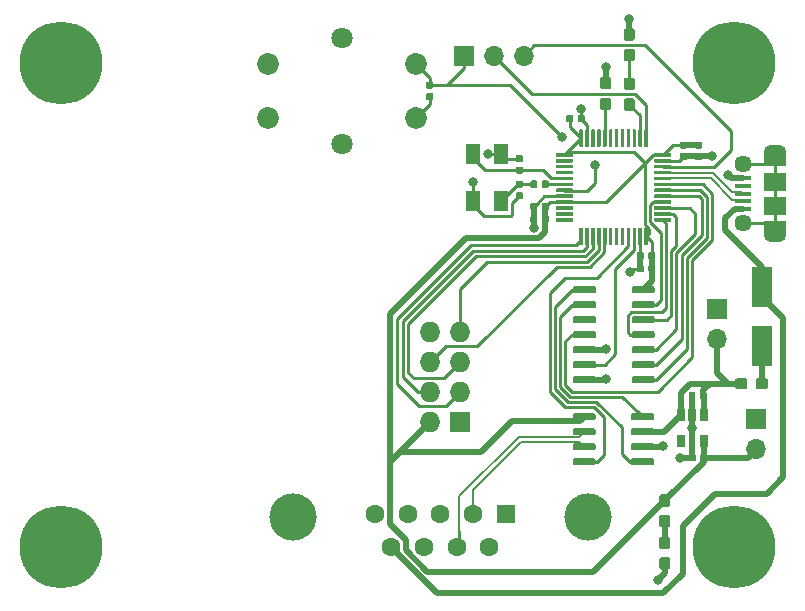
<source format=gbr>
G04 #@! TF.GenerationSoftware,KiCad,Pcbnew,5.1.4+dfsg1-1*
G04 #@! TF.CreationDate,2020-05-25T13:43:52+02:00*
G04 #@! TF.ProjectId,Telemetry,54656c65-6d65-4747-9279-2e6b69636164,rev?*
G04 #@! TF.SameCoordinates,Original*
G04 #@! TF.FileFunction,Copper,L1,Top*
G04 #@! TF.FilePolarity,Positive*
%FSLAX46Y46*%
G04 Gerber Fmt 4.6, Leading zero omitted, Abs format (unit mm)*
G04 Created by KiCad (PCBNEW 5.1.4+dfsg1-1) date 2020-05-25 13:43:52*
%MOMM*%
%LPD*%
G04 APERTURE LIST*
%ADD10C,0.100000*%
%ADD11C,0.300000*%
%ADD12C,0.600000*%
%ADD13O,1.727200X1.727200*%
%ADD14R,1.727200X1.727200*%
%ADD15R,1.900000X1.200000*%
%ADD16O,1.900000X1.200000*%
%ADD17R,1.900000X1.500000*%
%ADD18C,1.450000*%
%ADD19R,1.350000X0.400000*%
%ADD20C,0.800000*%
%ADD21C,7.000000*%
%ADD22C,0.950000*%
%ADD23C,1.850000*%
%ADD24C,1.800000*%
%ADD25C,4.000000*%
%ADD26C,1.600000*%
%ADD27R,1.600000X1.600000*%
%ADD28R,1.200000X1.800000*%
%ADD29O,1.700000X1.700000*%
%ADD30R,1.700000X1.700000*%
%ADD31R,1.800000X3.500000*%
%ADD32C,0.590000*%
%ADD33R,0.650000X1.060000*%
%ADD34C,0.250000*%
%ADD35C,0.500000*%
%ADD36C,0.200000*%
G04 APERTURE END LIST*
D10*
G36*
X232160351Y-109659861D02*
G01*
X232167632Y-109660941D01*
X232174771Y-109662729D01*
X232181701Y-109665209D01*
X232188355Y-109668356D01*
X232194668Y-109672140D01*
X232200579Y-109676524D01*
X232206033Y-109681467D01*
X232210976Y-109686921D01*
X232215360Y-109692832D01*
X232219144Y-109699145D01*
X232222291Y-109705799D01*
X232224771Y-109712729D01*
X232226559Y-109719868D01*
X232227639Y-109727149D01*
X232228000Y-109734500D01*
X232228000Y-111059500D01*
X232227639Y-111066851D01*
X232226559Y-111074132D01*
X232224771Y-111081271D01*
X232222291Y-111088201D01*
X232219144Y-111094855D01*
X232215360Y-111101168D01*
X232210976Y-111107079D01*
X232206033Y-111112533D01*
X232200579Y-111117476D01*
X232194668Y-111121860D01*
X232188355Y-111125644D01*
X232181701Y-111128791D01*
X232174771Y-111131271D01*
X232167632Y-111133059D01*
X232160351Y-111134139D01*
X232153000Y-111134500D01*
X232003000Y-111134500D01*
X231995649Y-111134139D01*
X231988368Y-111133059D01*
X231981229Y-111131271D01*
X231974299Y-111128791D01*
X231967645Y-111125644D01*
X231961332Y-111121860D01*
X231955421Y-111117476D01*
X231949967Y-111112533D01*
X231945024Y-111107079D01*
X231940640Y-111101168D01*
X231936856Y-111094855D01*
X231933709Y-111088201D01*
X231931229Y-111081271D01*
X231929441Y-111074132D01*
X231928361Y-111066851D01*
X231928000Y-111059500D01*
X231928000Y-109734500D01*
X231928361Y-109727149D01*
X231929441Y-109719868D01*
X231931229Y-109712729D01*
X231933709Y-109705799D01*
X231936856Y-109699145D01*
X231940640Y-109692832D01*
X231945024Y-109686921D01*
X231949967Y-109681467D01*
X231955421Y-109676524D01*
X231961332Y-109672140D01*
X231967645Y-109668356D01*
X231974299Y-109665209D01*
X231981229Y-109662729D01*
X231988368Y-109660941D01*
X231995649Y-109659861D01*
X232003000Y-109659500D01*
X232153000Y-109659500D01*
X232160351Y-109659861D01*
X232160351Y-109659861D01*
G37*
D11*
X232078000Y-110397000D03*
D10*
G36*
X232660351Y-109659861D02*
G01*
X232667632Y-109660941D01*
X232674771Y-109662729D01*
X232681701Y-109665209D01*
X232688355Y-109668356D01*
X232694668Y-109672140D01*
X232700579Y-109676524D01*
X232706033Y-109681467D01*
X232710976Y-109686921D01*
X232715360Y-109692832D01*
X232719144Y-109699145D01*
X232722291Y-109705799D01*
X232724771Y-109712729D01*
X232726559Y-109719868D01*
X232727639Y-109727149D01*
X232728000Y-109734500D01*
X232728000Y-111059500D01*
X232727639Y-111066851D01*
X232726559Y-111074132D01*
X232724771Y-111081271D01*
X232722291Y-111088201D01*
X232719144Y-111094855D01*
X232715360Y-111101168D01*
X232710976Y-111107079D01*
X232706033Y-111112533D01*
X232700579Y-111117476D01*
X232694668Y-111121860D01*
X232688355Y-111125644D01*
X232681701Y-111128791D01*
X232674771Y-111131271D01*
X232667632Y-111133059D01*
X232660351Y-111134139D01*
X232653000Y-111134500D01*
X232503000Y-111134500D01*
X232495649Y-111134139D01*
X232488368Y-111133059D01*
X232481229Y-111131271D01*
X232474299Y-111128791D01*
X232467645Y-111125644D01*
X232461332Y-111121860D01*
X232455421Y-111117476D01*
X232449967Y-111112533D01*
X232445024Y-111107079D01*
X232440640Y-111101168D01*
X232436856Y-111094855D01*
X232433709Y-111088201D01*
X232431229Y-111081271D01*
X232429441Y-111074132D01*
X232428361Y-111066851D01*
X232428000Y-111059500D01*
X232428000Y-109734500D01*
X232428361Y-109727149D01*
X232429441Y-109719868D01*
X232431229Y-109712729D01*
X232433709Y-109705799D01*
X232436856Y-109699145D01*
X232440640Y-109692832D01*
X232445024Y-109686921D01*
X232449967Y-109681467D01*
X232455421Y-109676524D01*
X232461332Y-109672140D01*
X232467645Y-109668356D01*
X232474299Y-109665209D01*
X232481229Y-109662729D01*
X232488368Y-109660941D01*
X232495649Y-109659861D01*
X232503000Y-109659500D01*
X232653000Y-109659500D01*
X232660351Y-109659861D01*
X232660351Y-109659861D01*
G37*
D11*
X232578000Y-110397000D03*
D10*
G36*
X233160351Y-109659861D02*
G01*
X233167632Y-109660941D01*
X233174771Y-109662729D01*
X233181701Y-109665209D01*
X233188355Y-109668356D01*
X233194668Y-109672140D01*
X233200579Y-109676524D01*
X233206033Y-109681467D01*
X233210976Y-109686921D01*
X233215360Y-109692832D01*
X233219144Y-109699145D01*
X233222291Y-109705799D01*
X233224771Y-109712729D01*
X233226559Y-109719868D01*
X233227639Y-109727149D01*
X233228000Y-109734500D01*
X233228000Y-111059500D01*
X233227639Y-111066851D01*
X233226559Y-111074132D01*
X233224771Y-111081271D01*
X233222291Y-111088201D01*
X233219144Y-111094855D01*
X233215360Y-111101168D01*
X233210976Y-111107079D01*
X233206033Y-111112533D01*
X233200579Y-111117476D01*
X233194668Y-111121860D01*
X233188355Y-111125644D01*
X233181701Y-111128791D01*
X233174771Y-111131271D01*
X233167632Y-111133059D01*
X233160351Y-111134139D01*
X233153000Y-111134500D01*
X233003000Y-111134500D01*
X232995649Y-111134139D01*
X232988368Y-111133059D01*
X232981229Y-111131271D01*
X232974299Y-111128791D01*
X232967645Y-111125644D01*
X232961332Y-111121860D01*
X232955421Y-111117476D01*
X232949967Y-111112533D01*
X232945024Y-111107079D01*
X232940640Y-111101168D01*
X232936856Y-111094855D01*
X232933709Y-111088201D01*
X232931229Y-111081271D01*
X232929441Y-111074132D01*
X232928361Y-111066851D01*
X232928000Y-111059500D01*
X232928000Y-109734500D01*
X232928361Y-109727149D01*
X232929441Y-109719868D01*
X232931229Y-109712729D01*
X232933709Y-109705799D01*
X232936856Y-109699145D01*
X232940640Y-109692832D01*
X232945024Y-109686921D01*
X232949967Y-109681467D01*
X232955421Y-109676524D01*
X232961332Y-109672140D01*
X232967645Y-109668356D01*
X232974299Y-109665209D01*
X232981229Y-109662729D01*
X232988368Y-109660941D01*
X232995649Y-109659861D01*
X233003000Y-109659500D01*
X233153000Y-109659500D01*
X233160351Y-109659861D01*
X233160351Y-109659861D01*
G37*
D11*
X233078000Y-110397000D03*
D10*
G36*
X233660351Y-109659861D02*
G01*
X233667632Y-109660941D01*
X233674771Y-109662729D01*
X233681701Y-109665209D01*
X233688355Y-109668356D01*
X233694668Y-109672140D01*
X233700579Y-109676524D01*
X233706033Y-109681467D01*
X233710976Y-109686921D01*
X233715360Y-109692832D01*
X233719144Y-109699145D01*
X233722291Y-109705799D01*
X233724771Y-109712729D01*
X233726559Y-109719868D01*
X233727639Y-109727149D01*
X233728000Y-109734500D01*
X233728000Y-111059500D01*
X233727639Y-111066851D01*
X233726559Y-111074132D01*
X233724771Y-111081271D01*
X233722291Y-111088201D01*
X233719144Y-111094855D01*
X233715360Y-111101168D01*
X233710976Y-111107079D01*
X233706033Y-111112533D01*
X233700579Y-111117476D01*
X233694668Y-111121860D01*
X233688355Y-111125644D01*
X233681701Y-111128791D01*
X233674771Y-111131271D01*
X233667632Y-111133059D01*
X233660351Y-111134139D01*
X233653000Y-111134500D01*
X233503000Y-111134500D01*
X233495649Y-111134139D01*
X233488368Y-111133059D01*
X233481229Y-111131271D01*
X233474299Y-111128791D01*
X233467645Y-111125644D01*
X233461332Y-111121860D01*
X233455421Y-111117476D01*
X233449967Y-111112533D01*
X233445024Y-111107079D01*
X233440640Y-111101168D01*
X233436856Y-111094855D01*
X233433709Y-111088201D01*
X233431229Y-111081271D01*
X233429441Y-111074132D01*
X233428361Y-111066851D01*
X233428000Y-111059500D01*
X233428000Y-109734500D01*
X233428361Y-109727149D01*
X233429441Y-109719868D01*
X233431229Y-109712729D01*
X233433709Y-109705799D01*
X233436856Y-109699145D01*
X233440640Y-109692832D01*
X233445024Y-109686921D01*
X233449967Y-109681467D01*
X233455421Y-109676524D01*
X233461332Y-109672140D01*
X233467645Y-109668356D01*
X233474299Y-109665209D01*
X233481229Y-109662729D01*
X233488368Y-109660941D01*
X233495649Y-109659861D01*
X233503000Y-109659500D01*
X233653000Y-109659500D01*
X233660351Y-109659861D01*
X233660351Y-109659861D01*
G37*
D11*
X233578000Y-110397000D03*
D10*
G36*
X234160351Y-109659861D02*
G01*
X234167632Y-109660941D01*
X234174771Y-109662729D01*
X234181701Y-109665209D01*
X234188355Y-109668356D01*
X234194668Y-109672140D01*
X234200579Y-109676524D01*
X234206033Y-109681467D01*
X234210976Y-109686921D01*
X234215360Y-109692832D01*
X234219144Y-109699145D01*
X234222291Y-109705799D01*
X234224771Y-109712729D01*
X234226559Y-109719868D01*
X234227639Y-109727149D01*
X234228000Y-109734500D01*
X234228000Y-111059500D01*
X234227639Y-111066851D01*
X234226559Y-111074132D01*
X234224771Y-111081271D01*
X234222291Y-111088201D01*
X234219144Y-111094855D01*
X234215360Y-111101168D01*
X234210976Y-111107079D01*
X234206033Y-111112533D01*
X234200579Y-111117476D01*
X234194668Y-111121860D01*
X234188355Y-111125644D01*
X234181701Y-111128791D01*
X234174771Y-111131271D01*
X234167632Y-111133059D01*
X234160351Y-111134139D01*
X234153000Y-111134500D01*
X234003000Y-111134500D01*
X233995649Y-111134139D01*
X233988368Y-111133059D01*
X233981229Y-111131271D01*
X233974299Y-111128791D01*
X233967645Y-111125644D01*
X233961332Y-111121860D01*
X233955421Y-111117476D01*
X233949967Y-111112533D01*
X233945024Y-111107079D01*
X233940640Y-111101168D01*
X233936856Y-111094855D01*
X233933709Y-111088201D01*
X233931229Y-111081271D01*
X233929441Y-111074132D01*
X233928361Y-111066851D01*
X233928000Y-111059500D01*
X233928000Y-109734500D01*
X233928361Y-109727149D01*
X233929441Y-109719868D01*
X233931229Y-109712729D01*
X233933709Y-109705799D01*
X233936856Y-109699145D01*
X233940640Y-109692832D01*
X233945024Y-109686921D01*
X233949967Y-109681467D01*
X233955421Y-109676524D01*
X233961332Y-109672140D01*
X233967645Y-109668356D01*
X233974299Y-109665209D01*
X233981229Y-109662729D01*
X233988368Y-109660941D01*
X233995649Y-109659861D01*
X234003000Y-109659500D01*
X234153000Y-109659500D01*
X234160351Y-109659861D01*
X234160351Y-109659861D01*
G37*
D11*
X234078000Y-110397000D03*
D10*
G36*
X234660351Y-109659861D02*
G01*
X234667632Y-109660941D01*
X234674771Y-109662729D01*
X234681701Y-109665209D01*
X234688355Y-109668356D01*
X234694668Y-109672140D01*
X234700579Y-109676524D01*
X234706033Y-109681467D01*
X234710976Y-109686921D01*
X234715360Y-109692832D01*
X234719144Y-109699145D01*
X234722291Y-109705799D01*
X234724771Y-109712729D01*
X234726559Y-109719868D01*
X234727639Y-109727149D01*
X234728000Y-109734500D01*
X234728000Y-111059500D01*
X234727639Y-111066851D01*
X234726559Y-111074132D01*
X234724771Y-111081271D01*
X234722291Y-111088201D01*
X234719144Y-111094855D01*
X234715360Y-111101168D01*
X234710976Y-111107079D01*
X234706033Y-111112533D01*
X234700579Y-111117476D01*
X234694668Y-111121860D01*
X234688355Y-111125644D01*
X234681701Y-111128791D01*
X234674771Y-111131271D01*
X234667632Y-111133059D01*
X234660351Y-111134139D01*
X234653000Y-111134500D01*
X234503000Y-111134500D01*
X234495649Y-111134139D01*
X234488368Y-111133059D01*
X234481229Y-111131271D01*
X234474299Y-111128791D01*
X234467645Y-111125644D01*
X234461332Y-111121860D01*
X234455421Y-111117476D01*
X234449967Y-111112533D01*
X234445024Y-111107079D01*
X234440640Y-111101168D01*
X234436856Y-111094855D01*
X234433709Y-111088201D01*
X234431229Y-111081271D01*
X234429441Y-111074132D01*
X234428361Y-111066851D01*
X234428000Y-111059500D01*
X234428000Y-109734500D01*
X234428361Y-109727149D01*
X234429441Y-109719868D01*
X234431229Y-109712729D01*
X234433709Y-109705799D01*
X234436856Y-109699145D01*
X234440640Y-109692832D01*
X234445024Y-109686921D01*
X234449967Y-109681467D01*
X234455421Y-109676524D01*
X234461332Y-109672140D01*
X234467645Y-109668356D01*
X234474299Y-109665209D01*
X234481229Y-109662729D01*
X234488368Y-109660941D01*
X234495649Y-109659861D01*
X234503000Y-109659500D01*
X234653000Y-109659500D01*
X234660351Y-109659861D01*
X234660351Y-109659861D01*
G37*
D11*
X234578000Y-110397000D03*
D10*
G36*
X235160351Y-109659861D02*
G01*
X235167632Y-109660941D01*
X235174771Y-109662729D01*
X235181701Y-109665209D01*
X235188355Y-109668356D01*
X235194668Y-109672140D01*
X235200579Y-109676524D01*
X235206033Y-109681467D01*
X235210976Y-109686921D01*
X235215360Y-109692832D01*
X235219144Y-109699145D01*
X235222291Y-109705799D01*
X235224771Y-109712729D01*
X235226559Y-109719868D01*
X235227639Y-109727149D01*
X235228000Y-109734500D01*
X235228000Y-111059500D01*
X235227639Y-111066851D01*
X235226559Y-111074132D01*
X235224771Y-111081271D01*
X235222291Y-111088201D01*
X235219144Y-111094855D01*
X235215360Y-111101168D01*
X235210976Y-111107079D01*
X235206033Y-111112533D01*
X235200579Y-111117476D01*
X235194668Y-111121860D01*
X235188355Y-111125644D01*
X235181701Y-111128791D01*
X235174771Y-111131271D01*
X235167632Y-111133059D01*
X235160351Y-111134139D01*
X235153000Y-111134500D01*
X235003000Y-111134500D01*
X234995649Y-111134139D01*
X234988368Y-111133059D01*
X234981229Y-111131271D01*
X234974299Y-111128791D01*
X234967645Y-111125644D01*
X234961332Y-111121860D01*
X234955421Y-111117476D01*
X234949967Y-111112533D01*
X234945024Y-111107079D01*
X234940640Y-111101168D01*
X234936856Y-111094855D01*
X234933709Y-111088201D01*
X234931229Y-111081271D01*
X234929441Y-111074132D01*
X234928361Y-111066851D01*
X234928000Y-111059500D01*
X234928000Y-109734500D01*
X234928361Y-109727149D01*
X234929441Y-109719868D01*
X234931229Y-109712729D01*
X234933709Y-109705799D01*
X234936856Y-109699145D01*
X234940640Y-109692832D01*
X234945024Y-109686921D01*
X234949967Y-109681467D01*
X234955421Y-109676524D01*
X234961332Y-109672140D01*
X234967645Y-109668356D01*
X234974299Y-109665209D01*
X234981229Y-109662729D01*
X234988368Y-109660941D01*
X234995649Y-109659861D01*
X235003000Y-109659500D01*
X235153000Y-109659500D01*
X235160351Y-109659861D01*
X235160351Y-109659861D01*
G37*
D11*
X235078000Y-110397000D03*
D10*
G36*
X235660351Y-109659861D02*
G01*
X235667632Y-109660941D01*
X235674771Y-109662729D01*
X235681701Y-109665209D01*
X235688355Y-109668356D01*
X235694668Y-109672140D01*
X235700579Y-109676524D01*
X235706033Y-109681467D01*
X235710976Y-109686921D01*
X235715360Y-109692832D01*
X235719144Y-109699145D01*
X235722291Y-109705799D01*
X235724771Y-109712729D01*
X235726559Y-109719868D01*
X235727639Y-109727149D01*
X235728000Y-109734500D01*
X235728000Y-111059500D01*
X235727639Y-111066851D01*
X235726559Y-111074132D01*
X235724771Y-111081271D01*
X235722291Y-111088201D01*
X235719144Y-111094855D01*
X235715360Y-111101168D01*
X235710976Y-111107079D01*
X235706033Y-111112533D01*
X235700579Y-111117476D01*
X235694668Y-111121860D01*
X235688355Y-111125644D01*
X235681701Y-111128791D01*
X235674771Y-111131271D01*
X235667632Y-111133059D01*
X235660351Y-111134139D01*
X235653000Y-111134500D01*
X235503000Y-111134500D01*
X235495649Y-111134139D01*
X235488368Y-111133059D01*
X235481229Y-111131271D01*
X235474299Y-111128791D01*
X235467645Y-111125644D01*
X235461332Y-111121860D01*
X235455421Y-111117476D01*
X235449967Y-111112533D01*
X235445024Y-111107079D01*
X235440640Y-111101168D01*
X235436856Y-111094855D01*
X235433709Y-111088201D01*
X235431229Y-111081271D01*
X235429441Y-111074132D01*
X235428361Y-111066851D01*
X235428000Y-111059500D01*
X235428000Y-109734500D01*
X235428361Y-109727149D01*
X235429441Y-109719868D01*
X235431229Y-109712729D01*
X235433709Y-109705799D01*
X235436856Y-109699145D01*
X235440640Y-109692832D01*
X235445024Y-109686921D01*
X235449967Y-109681467D01*
X235455421Y-109676524D01*
X235461332Y-109672140D01*
X235467645Y-109668356D01*
X235474299Y-109665209D01*
X235481229Y-109662729D01*
X235488368Y-109660941D01*
X235495649Y-109659861D01*
X235503000Y-109659500D01*
X235653000Y-109659500D01*
X235660351Y-109659861D01*
X235660351Y-109659861D01*
G37*
D11*
X235578000Y-110397000D03*
D10*
G36*
X236160351Y-109659861D02*
G01*
X236167632Y-109660941D01*
X236174771Y-109662729D01*
X236181701Y-109665209D01*
X236188355Y-109668356D01*
X236194668Y-109672140D01*
X236200579Y-109676524D01*
X236206033Y-109681467D01*
X236210976Y-109686921D01*
X236215360Y-109692832D01*
X236219144Y-109699145D01*
X236222291Y-109705799D01*
X236224771Y-109712729D01*
X236226559Y-109719868D01*
X236227639Y-109727149D01*
X236228000Y-109734500D01*
X236228000Y-111059500D01*
X236227639Y-111066851D01*
X236226559Y-111074132D01*
X236224771Y-111081271D01*
X236222291Y-111088201D01*
X236219144Y-111094855D01*
X236215360Y-111101168D01*
X236210976Y-111107079D01*
X236206033Y-111112533D01*
X236200579Y-111117476D01*
X236194668Y-111121860D01*
X236188355Y-111125644D01*
X236181701Y-111128791D01*
X236174771Y-111131271D01*
X236167632Y-111133059D01*
X236160351Y-111134139D01*
X236153000Y-111134500D01*
X236003000Y-111134500D01*
X235995649Y-111134139D01*
X235988368Y-111133059D01*
X235981229Y-111131271D01*
X235974299Y-111128791D01*
X235967645Y-111125644D01*
X235961332Y-111121860D01*
X235955421Y-111117476D01*
X235949967Y-111112533D01*
X235945024Y-111107079D01*
X235940640Y-111101168D01*
X235936856Y-111094855D01*
X235933709Y-111088201D01*
X235931229Y-111081271D01*
X235929441Y-111074132D01*
X235928361Y-111066851D01*
X235928000Y-111059500D01*
X235928000Y-109734500D01*
X235928361Y-109727149D01*
X235929441Y-109719868D01*
X235931229Y-109712729D01*
X235933709Y-109705799D01*
X235936856Y-109699145D01*
X235940640Y-109692832D01*
X235945024Y-109686921D01*
X235949967Y-109681467D01*
X235955421Y-109676524D01*
X235961332Y-109672140D01*
X235967645Y-109668356D01*
X235974299Y-109665209D01*
X235981229Y-109662729D01*
X235988368Y-109660941D01*
X235995649Y-109659861D01*
X236003000Y-109659500D01*
X236153000Y-109659500D01*
X236160351Y-109659861D01*
X236160351Y-109659861D01*
G37*
D11*
X236078000Y-110397000D03*
D10*
G36*
X236660351Y-109659861D02*
G01*
X236667632Y-109660941D01*
X236674771Y-109662729D01*
X236681701Y-109665209D01*
X236688355Y-109668356D01*
X236694668Y-109672140D01*
X236700579Y-109676524D01*
X236706033Y-109681467D01*
X236710976Y-109686921D01*
X236715360Y-109692832D01*
X236719144Y-109699145D01*
X236722291Y-109705799D01*
X236724771Y-109712729D01*
X236726559Y-109719868D01*
X236727639Y-109727149D01*
X236728000Y-109734500D01*
X236728000Y-111059500D01*
X236727639Y-111066851D01*
X236726559Y-111074132D01*
X236724771Y-111081271D01*
X236722291Y-111088201D01*
X236719144Y-111094855D01*
X236715360Y-111101168D01*
X236710976Y-111107079D01*
X236706033Y-111112533D01*
X236700579Y-111117476D01*
X236694668Y-111121860D01*
X236688355Y-111125644D01*
X236681701Y-111128791D01*
X236674771Y-111131271D01*
X236667632Y-111133059D01*
X236660351Y-111134139D01*
X236653000Y-111134500D01*
X236503000Y-111134500D01*
X236495649Y-111134139D01*
X236488368Y-111133059D01*
X236481229Y-111131271D01*
X236474299Y-111128791D01*
X236467645Y-111125644D01*
X236461332Y-111121860D01*
X236455421Y-111117476D01*
X236449967Y-111112533D01*
X236445024Y-111107079D01*
X236440640Y-111101168D01*
X236436856Y-111094855D01*
X236433709Y-111088201D01*
X236431229Y-111081271D01*
X236429441Y-111074132D01*
X236428361Y-111066851D01*
X236428000Y-111059500D01*
X236428000Y-109734500D01*
X236428361Y-109727149D01*
X236429441Y-109719868D01*
X236431229Y-109712729D01*
X236433709Y-109705799D01*
X236436856Y-109699145D01*
X236440640Y-109692832D01*
X236445024Y-109686921D01*
X236449967Y-109681467D01*
X236455421Y-109676524D01*
X236461332Y-109672140D01*
X236467645Y-109668356D01*
X236474299Y-109665209D01*
X236481229Y-109662729D01*
X236488368Y-109660941D01*
X236495649Y-109659861D01*
X236503000Y-109659500D01*
X236653000Y-109659500D01*
X236660351Y-109659861D01*
X236660351Y-109659861D01*
G37*
D11*
X236578000Y-110397000D03*
D10*
G36*
X237160351Y-109659861D02*
G01*
X237167632Y-109660941D01*
X237174771Y-109662729D01*
X237181701Y-109665209D01*
X237188355Y-109668356D01*
X237194668Y-109672140D01*
X237200579Y-109676524D01*
X237206033Y-109681467D01*
X237210976Y-109686921D01*
X237215360Y-109692832D01*
X237219144Y-109699145D01*
X237222291Y-109705799D01*
X237224771Y-109712729D01*
X237226559Y-109719868D01*
X237227639Y-109727149D01*
X237228000Y-109734500D01*
X237228000Y-111059500D01*
X237227639Y-111066851D01*
X237226559Y-111074132D01*
X237224771Y-111081271D01*
X237222291Y-111088201D01*
X237219144Y-111094855D01*
X237215360Y-111101168D01*
X237210976Y-111107079D01*
X237206033Y-111112533D01*
X237200579Y-111117476D01*
X237194668Y-111121860D01*
X237188355Y-111125644D01*
X237181701Y-111128791D01*
X237174771Y-111131271D01*
X237167632Y-111133059D01*
X237160351Y-111134139D01*
X237153000Y-111134500D01*
X237003000Y-111134500D01*
X236995649Y-111134139D01*
X236988368Y-111133059D01*
X236981229Y-111131271D01*
X236974299Y-111128791D01*
X236967645Y-111125644D01*
X236961332Y-111121860D01*
X236955421Y-111117476D01*
X236949967Y-111112533D01*
X236945024Y-111107079D01*
X236940640Y-111101168D01*
X236936856Y-111094855D01*
X236933709Y-111088201D01*
X236931229Y-111081271D01*
X236929441Y-111074132D01*
X236928361Y-111066851D01*
X236928000Y-111059500D01*
X236928000Y-109734500D01*
X236928361Y-109727149D01*
X236929441Y-109719868D01*
X236931229Y-109712729D01*
X236933709Y-109705799D01*
X236936856Y-109699145D01*
X236940640Y-109692832D01*
X236945024Y-109686921D01*
X236949967Y-109681467D01*
X236955421Y-109676524D01*
X236961332Y-109672140D01*
X236967645Y-109668356D01*
X236974299Y-109665209D01*
X236981229Y-109662729D01*
X236988368Y-109660941D01*
X236995649Y-109659861D01*
X237003000Y-109659500D01*
X237153000Y-109659500D01*
X237160351Y-109659861D01*
X237160351Y-109659861D01*
G37*
D11*
X237078000Y-110397000D03*
D10*
G36*
X237660351Y-109659861D02*
G01*
X237667632Y-109660941D01*
X237674771Y-109662729D01*
X237681701Y-109665209D01*
X237688355Y-109668356D01*
X237694668Y-109672140D01*
X237700579Y-109676524D01*
X237706033Y-109681467D01*
X237710976Y-109686921D01*
X237715360Y-109692832D01*
X237719144Y-109699145D01*
X237722291Y-109705799D01*
X237724771Y-109712729D01*
X237726559Y-109719868D01*
X237727639Y-109727149D01*
X237728000Y-109734500D01*
X237728000Y-111059500D01*
X237727639Y-111066851D01*
X237726559Y-111074132D01*
X237724771Y-111081271D01*
X237722291Y-111088201D01*
X237719144Y-111094855D01*
X237715360Y-111101168D01*
X237710976Y-111107079D01*
X237706033Y-111112533D01*
X237700579Y-111117476D01*
X237694668Y-111121860D01*
X237688355Y-111125644D01*
X237681701Y-111128791D01*
X237674771Y-111131271D01*
X237667632Y-111133059D01*
X237660351Y-111134139D01*
X237653000Y-111134500D01*
X237503000Y-111134500D01*
X237495649Y-111134139D01*
X237488368Y-111133059D01*
X237481229Y-111131271D01*
X237474299Y-111128791D01*
X237467645Y-111125644D01*
X237461332Y-111121860D01*
X237455421Y-111117476D01*
X237449967Y-111112533D01*
X237445024Y-111107079D01*
X237440640Y-111101168D01*
X237436856Y-111094855D01*
X237433709Y-111088201D01*
X237431229Y-111081271D01*
X237429441Y-111074132D01*
X237428361Y-111066851D01*
X237428000Y-111059500D01*
X237428000Y-109734500D01*
X237428361Y-109727149D01*
X237429441Y-109719868D01*
X237431229Y-109712729D01*
X237433709Y-109705799D01*
X237436856Y-109699145D01*
X237440640Y-109692832D01*
X237445024Y-109686921D01*
X237449967Y-109681467D01*
X237455421Y-109676524D01*
X237461332Y-109672140D01*
X237467645Y-109668356D01*
X237474299Y-109665209D01*
X237481229Y-109662729D01*
X237488368Y-109660941D01*
X237495649Y-109659861D01*
X237503000Y-109659500D01*
X237653000Y-109659500D01*
X237660351Y-109659861D01*
X237660351Y-109659861D01*
G37*
D11*
X237578000Y-110397000D03*
D10*
G36*
X239660351Y-111659861D02*
G01*
X239667632Y-111660941D01*
X239674771Y-111662729D01*
X239681701Y-111665209D01*
X239688355Y-111668356D01*
X239694668Y-111672140D01*
X239700579Y-111676524D01*
X239706033Y-111681467D01*
X239710976Y-111686921D01*
X239715360Y-111692832D01*
X239719144Y-111699145D01*
X239722291Y-111705799D01*
X239724771Y-111712729D01*
X239726559Y-111719868D01*
X239727639Y-111727149D01*
X239728000Y-111734500D01*
X239728000Y-111884500D01*
X239727639Y-111891851D01*
X239726559Y-111899132D01*
X239724771Y-111906271D01*
X239722291Y-111913201D01*
X239719144Y-111919855D01*
X239715360Y-111926168D01*
X239710976Y-111932079D01*
X239706033Y-111937533D01*
X239700579Y-111942476D01*
X239694668Y-111946860D01*
X239688355Y-111950644D01*
X239681701Y-111953791D01*
X239674771Y-111956271D01*
X239667632Y-111958059D01*
X239660351Y-111959139D01*
X239653000Y-111959500D01*
X238328000Y-111959500D01*
X238320649Y-111959139D01*
X238313368Y-111958059D01*
X238306229Y-111956271D01*
X238299299Y-111953791D01*
X238292645Y-111950644D01*
X238286332Y-111946860D01*
X238280421Y-111942476D01*
X238274967Y-111937533D01*
X238270024Y-111932079D01*
X238265640Y-111926168D01*
X238261856Y-111919855D01*
X238258709Y-111913201D01*
X238256229Y-111906271D01*
X238254441Y-111899132D01*
X238253361Y-111891851D01*
X238253000Y-111884500D01*
X238253000Y-111734500D01*
X238253361Y-111727149D01*
X238254441Y-111719868D01*
X238256229Y-111712729D01*
X238258709Y-111705799D01*
X238261856Y-111699145D01*
X238265640Y-111692832D01*
X238270024Y-111686921D01*
X238274967Y-111681467D01*
X238280421Y-111676524D01*
X238286332Y-111672140D01*
X238292645Y-111668356D01*
X238299299Y-111665209D01*
X238306229Y-111662729D01*
X238313368Y-111660941D01*
X238320649Y-111659861D01*
X238328000Y-111659500D01*
X239653000Y-111659500D01*
X239660351Y-111659861D01*
X239660351Y-111659861D01*
G37*
D11*
X238990500Y-111809500D03*
D10*
G36*
X239660351Y-112159861D02*
G01*
X239667632Y-112160941D01*
X239674771Y-112162729D01*
X239681701Y-112165209D01*
X239688355Y-112168356D01*
X239694668Y-112172140D01*
X239700579Y-112176524D01*
X239706033Y-112181467D01*
X239710976Y-112186921D01*
X239715360Y-112192832D01*
X239719144Y-112199145D01*
X239722291Y-112205799D01*
X239724771Y-112212729D01*
X239726559Y-112219868D01*
X239727639Y-112227149D01*
X239728000Y-112234500D01*
X239728000Y-112384500D01*
X239727639Y-112391851D01*
X239726559Y-112399132D01*
X239724771Y-112406271D01*
X239722291Y-112413201D01*
X239719144Y-112419855D01*
X239715360Y-112426168D01*
X239710976Y-112432079D01*
X239706033Y-112437533D01*
X239700579Y-112442476D01*
X239694668Y-112446860D01*
X239688355Y-112450644D01*
X239681701Y-112453791D01*
X239674771Y-112456271D01*
X239667632Y-112458059D01*
X239660351Y-112459139D01*
X239653000Y-112459500D01*
X238328000Y-112459500D01*
X238320649Y-112459139D01*
X238313368Y-112458059D01*
X238306229Y-112456271D01*
X238299299Y-112453791D01*
X238292645Y-112450644D01*
X238286332Y-112446860D01*
X238280421Y-112442476D01*
X238274967Y-112437533D01*
X238270024Y-112432079D01*
X238265640Y-112426168D01*
X238261856Y-112419855D01*
X238258709Y-112413201D01*
X238256229Y-112406271D01*
X238254441Y-112399132D01*
X238253361Y-112391851D01*
X238253000Y-112384500D01*
X238253000Y-112234500D01*
X238253361Y-112227149D01*
X238254441Y-112219868D01*
X238256229Y-112212729D01*
X238258709Y-112205799D01*
X238261856Y-112199145D01*
X238265640Y-112192832D01*
X238270024Y-112186921D01*
X238274967Y-112181467D01*
X238280421Y-112176524D01*
X238286332Y-112172140D01*
X238292645Y-112168356D01*
X238299299Y-112165209D01*
X238306229Y-112162729D01*
X238313368Y-112160941D01*
X238320649Y-112159861D01*
X238328000Y-112159500D01*
X239653000Y-112159500D01*
X239660351Y-112159861D01*
X239660351Y-112159861D01*
G37*
D11*
X238990500Y-112309500D03*
D10*
G36*
X239660351Y-112659861D02*
G01*
X239667632Y-112660941D01*
X239674771Y-112662729D01*
X239681701Y-112665209D01*
X239688355Y-112668356D01*
X239694668Y-112672140D01*
X239700579Y-112676524D01*
X239706033Y-112681467D01*
X239710976Y-112686921D01*
X239715360Y-112692832D01*
X239719144Y-112699145D01*
X239722291Y-112705799D01*
X239724771Y-112712729D01*
X239726559Y-112719868D01*
X239727639Y-112727149D01*
X239728000Y-112734500D01*
X239728000Y-112884500D01*
X239727639Y-112891851D01*
X239726559Y-112899132D01*
X239724771Y-112906271D01*
X239722291Y-112913201D01*
X239719144Y-112919855D01*
X239715360Y-112926168D01*
X239710976Y-112932079D01*
X239706033Y-112937533D01*
X239700579Y-112942476D01*
X239694668Y-112946860D01*
X239688355Y-112950644D01*
X239681701Y-112953791D01*
X239674771Y-112956271D01*
X239667632Y-112958059D01*
X239660351Y-112959139D01*
X239653000Y-112959500D01*
X238328000Y-112959500D01*
X238320649Y-112959139D01*
X238313368Y-112958059D01*
X238306229Y-112956271D01*
X238299299Y-112953791D01*
X238292645Y-112950644D01*
X238286332Y-112946860D01*
X238280421Y-112942476D01*
X238274967Y-112937533D01*
X238270024Y-112932079D01*
X238265640Y-112926168D01*
X238261856Y-112919855D01*
X238258709Y-112913201D01*
X238256229Y-112906271D01*
X238254441Y-112899132D01*
X238253361Y-112891851D01*
X238253000Y-112884500D01*
X238253000Y-112734500D01*
X238253361Y-112727149D01*
X238254441Y-112719868D01*
X238256229Y-112712729D01*
X238258709Y-112705799D01*
X238261856Y-112699145D01*
X238265640Y-112692832D01*
X238270024Y-112686921D01*
X238274967Y-112681467D01*
X238280421Y-112676524D01*
X238286332Y-112672140D01*
X238292645Y-112668356D01*
X238299299Y-112665209D01*
X238306229Y-112662729D01*
X238313368Y-112660941D01*
X238320649Y-112659861D01*
X238328000Y-112659500D01*
X239653000Y-112659500D01*
X239660351Y-112659861D01*
X239660351Y-112659861D01*
G37*
D11*
X238990500Y-112809500D03*
D10*
G36*
X239660351Y-113159861D02*
G01*
X239667632Y-113160941D01*
X239674771Y-113162729D01*
X239681701Y-113165209D01*
X239688355Y-113168356D01*
X239694668Y-113172140D01*
X239700579Y-113176524D01*
X239706033Y-113181467D01*
X239710976Y-113186921D01*
X239715360Y-113192832D01*
X239719144Y-113199145D01*
X239722291Y-113205799D01*
X239724771Y-113212729D01*
X239726559Y-113219868D01*
X239727639Y-113227149D01*
X239728000Y-113234500D01*
X239728000Y-113384500D01*
X239727639Y-113391851D01*
X239726559Y-113399132D01*
X239724771Y-113406271D01*
X239722291Y-113413201D01*
X239719144Y-113419855D01*
X239715360Y-113426168D01*
X239710976Y-113432079D01*
X239706033Y-113437533D01*
X239700579Y-113442476D01*
X239694668Y-113446860D01*
X239688355Y-113450644D01*
X239681701Y-113453791D01*
X239674771Y-113456271D01*
X239667632Y-113458059D01*
X239660351Y-113459139D01*
X239653000Y-113459500D01*
X238328000Y-113459500D01*
X238320649Y-113459139D01*
X238313368Y-113458059D01*
X238306229Y-113456271D01*
X238299299Y-113453791D01*
X238292645Y-113450644D01*
X238286332Y-113446860D01*
X238280421Y-113442476D01*
X238274967Y-113437533D01*
X238270024Y-113432079D01*
X238265640Y-113426168D01*
X238261856Y-113419855D01*
X238258709Y-113413201D01*
X238256229Y-113406271D01*
X238254441Y-113399132D01*
X238253361Y-113391851D01*
X238253000Y-113384500D01*
X238253000Y-113234500D01*
X238253361Y-113227149D01*
X238254441Y-113219868D01*
X238256229Y-113212729D01*
X238258709Y-113205799D01*
X238261856Y-113199145D01*
X238265640Y-113192832D01*
X238270024Y-113186921D01*
X238274967Y-113181467D01*
X238280421Y-113176524D01*
X238286332Y-113172140D01*
X238292645Y-113168356D01*
X238299299Y-113165209D01*
X238306229Y-113162729D01*
X238313368Y-113160941D01*
X238320649Y-113159861D01*
X238328000Y-113159500D01*
X239653000Y-113159500D01*
X239660351Y-113159861D01*
X239660351Y-113159861D01*
G37*
D11*
X238990500Y-113309500D03*
D10*
G36*
X239660351Y-113659861D02*
G01*
X239667632Y-113660941D01*
X239674771Y-113662729D01*
X239681701Y-113665209D01*
X239688355Y-113668356D01*
X239694668Y-113672140D01*
X239700579Y-113676524D01*
X239706033Y-113681467D01*
X239710976Y-113686921D01*
X239715360Y-113692832D01*
X239719144Y-113699145D01*
X239722291Y-113705799D01*
X239724771Y-113712729D01*
X239726559Y-113719868D01*
X239727639Y-113727149D01*
X239728000Y-113734500D01*
X239728000Y-113884500D01*
X239727639Y-113891851D01*
X239726559Y-113899132D01*
X239724771Y-113906271D01*
X239722291Y-113913201D01*
X239719144Y-113919855D01*
X239715360Y-113926168D01*
X239710976Y-113932079D01*
X239706033Y-113937533D01*
X239700579Y-113942476D01*
X239694668Y-113946860D01*
X239688355Y-113950644D01*
X239681701Y-113953791D01*
X239674771Y-113956271D01*
X239667632Y-113958059D01*
X239660351Y-113959139D01*
X239653000Y-113959500D01*
X238328000Y-113959500D01*
X238320649Y-113959139D01*
X238313368Y-113958059D01*
X238306229Y-113956271D01*
X238299299Y-113953791D01*
X238292645Y-113950644D01*
X238286332Y-113946860D01*
X238280421Y-113942476D01*
X238274967Y-113937533D01*
X238270024Y-113932079D01*
X238265640Y-113926168D01*
X238261856Y-113919855D01*
X238258709Y-113913201D01*
X238256229Y-113906271D01*
X238254441Y-113899132D01*
X238253361Y-113891851D01*
X238253000Y-113884500D01*
X238253000Y-113734500D01*
X238253361Y-113727149D01*
X238254441Y-113719868D01*
X238256229Y-113712729D01*
X238258709Y-113705799D01*
X238261856Y-113699145D01*
X238265640Y-113692832D01*
X238270024Y-113686921D01*
X238274967Y-113681467D01*
X238280421Y-113676524D01*
X238286332Y-113672140D01*
X238292645Y-113668356D01*
X238299299Y-113665209D01*
X238306229Y-113662729D01*
X238313368Y-113660941D01*
X238320649Y-113659861D01*
X238328000Y-113659500D01*
X239653000Y-113659500D01*
X239660351Y-113659861D01*
X239660351Y-113659861D01*
G37*
D11*
X238990500Y-113809500D03*
D10*
G36*
X239660351Y-114159861D02*
G01*
X239667632Y-114160941D01*
X239674771Y-114162729D01*
X239681701Y-114165209D01*
X239688355Y-114168356D01*
X239694668Y-114172140D01*
X239700579Y-114176524D01*
X239706033Y-114181467D01*
X239710976Y-114186921D01*
X239715360Y-114192832D01*
X239719144Y-114199145D01*
X239722291Y-114205799D01*
X239724771Y-114212729D01*
X239726559Y-114219868D01*
X239727639Y-114227149D01*
X239728000Y-114234500D01*
X239728000Y-114384500D01*
X239727639Y-114391851D01*
X239726559Y-114399132D01*
X239724771Y-114406271D01*
X239722291Y-114413201D01*
X239719144Y-114419855D01*
X239715360Y-114426168D01*
X239710976Y-114432079D01*
X239706033Y-114437533D01*
X239700579Y-114442476D01*
X239694668Y-114446860D01*
X239688355Y-114450644D01*
X239681701Y-114453791D01*
X239674771Y-114456271D01*
X239667632Y-114458059D01*
X239660351Y-114459139D01*
X239653000Y-114459500D01*
X238328000Y-114459500D01*
X238320649Y-114459139D01*
X238313368Y-114458059D01*
X238306229Y-114456271D01*
X238299299Y-114453791D01*
X238292645Y-114450644D01*
X238286332Y-114446860D01*
X238280421Y-114442476D01*
X238274967Y-114437533D01*
X238270024Y-114432079D01*
X238265640Y-114426168D01*
X238261856Y-114419855D01*
X238258709Y-114413201D01*
X238256229Y-114406271D01*
X238254441Y-114399132D01*
X238253361Y-114391851D01*
X238253000Y-114384500D01*
X238253000Y-114234500D01*
X238253361Y-114227149D01*
X238254441Y-114219868D01*
X238256229Y-114212729D01*
X238258709Y-114205799D01*
X238261856Y-114199145D01*
X238265640Y-114192832D01*
X238270024Y-114186921D01*
X238274967Y-114181467D01*
X238280421Y-114176524D01*
X238286332Y-114172140D01*
X238292645Y-114168356D01*
X238299299Y-114165209D01*
X238306229Y-114162729D01*
X238313368Y-114160941D01*
X238320649Y-114159861D01*
X238328000Y-114159500D01*
X239653000Y-114159500D01*
X239660351Y-114159861D01*
X239660351Y-114159861D01*
G37*
D11*
X238990500Y-114309500D03*
D10*
G36*
X239660351Y-114659861D02*
G01*
X239667632Y-114660941D01*
X239674771Y-114662729D01*
X239681701Y-114665209D01*
X239688355Y-114668356D01*
X239694668Y-114672140D01*
X239700579Y-114676524D01*
X239706033Y-114681467D01*
X239710976Y-114686921D01*
X239715360Y-114692832D01*
X239719144Y-114699145D01*
X239722291Y-114705799D01*
X239724771Y-114712729D01*
X239726559Y-114719868D01*
X239727639Y-114727149D01*
X239728000Y-114734500D01*
X239728000Y-114884500D01*
X239727639Y-114891851D01*
X239726559Y-114899132D01*
X239724771Y-114906271D01*
X239722291Y-114913201D01*
X239719144Y-114919855D01*
X239715360Y-114926168D01*
X239710976Y-114932079D01*
X239706033Y-114937533D01*
X239700579Y-114942476D01*
X239694668Y-114946860D01*
X239688355Y-114950644D01*
X239681701Y-114953791D01*
X239674771Y-114956271D01*
X239667632Y-114958059D01*
X239660351Y-114959139D01*
X239653000Y-114959500D01*
X238328000Y-114959500D01*
X238320649Y-114959139D01*
X238313368Y-114958059D01*
X238306229Y-114956271D01*
X238299299Y-114953791D01*
X238292645Y-114950644D01*
X238286332Y-114946860D01*
X238280421Y-114942476D01*
X238274967Y-114937533D01*
X238270024Y-114932079D01*
X238265640Y-114926168D01*
X238261856Y-114919855D01*
X238258709Y-114913201D01*
X238256229Y-114906271D01*
X238254441Y-114899132D01*
X238253361Y-114891851D01*
X238253000Y-114884500D01*
X238253000Y-114734500D01*
X238253361Y-114727149D01*
X238254441Y-114719868D01*
X238256229Y-114712729D01*
X238258709Y-114705799D01*
X238261856Y-114699145D01*
X238265640Y-114692832D01*
X238270024Y-114686921D01*
X238274967Y-114681467D01*
X238280421Y-114676524D01*
X238286332Y-114672140D01*
X238292645Y-114668356D01*
X238299299Y-114665209D01*
X238306229Y-114662729D01*
X238313368Y-114660941D01*
X238320649Y-114659861D01*
X238328000Y-114659500D01*
X239653000Y-114659500D01*
X239660351Y-114659861D01*
X239660351Y-114659861D01*
G37*
D11*
X238990500Y-114809500D03*
D10*
G36*
X239660351Y-115159861D02*
G01*
X239667632Y-115160941D01*
X239674771Y-115162729D01*
X239681701Y-115165209D01*
X239688355Y-115168356D01*
X239694668Y-115172140D01*
X239700579Y-115176524D01*
X239706033Y-115181467D01*
X239710976Y-115186921D01*
X239715360Y-115192832D01*
X239719144Y-115199145D01*
X239722291Y-115205799D01*
X239724771Y-115212729D01*
X239726559Y-115219868D01*
X239727639Y-115227149D01*
X239728000Y-115234500D01*
X239728000Y-115384500D01*
X239727639Y-115391851D01*
X239726559Y-115399132D01*
X239724771Y-115406271D01*
X239722291Y-115413201D01*
X239719144Y-115419855D01*
X239715360Y-115426168D01*
X239710976Y-115432079D01*
X239706033Y-115437533D01*
X239700579Y-115442476D01*
X239694668Y-115446860D01*
X239688355Y-115450644D01*
X239681701Y-115453791D01*
X239674771Y-115456271D01*
X239667632Y-115458059D01*
X239660351Y-115459139D01*
X239653000Y-115459500D01*
X238328000Y-115459500D01*
X238320649Y-115459139D01*
X238313368Y-115458059D01*
X238306229Y-115456271D01*
X238299299Y-115453791D01*
X238292645Y-115450644D01*
X238286332Y-115446860D01*
X238280421Y-115442476D01*
X238274967Y-115437533D01*
X238270024Y-115432079D01*
X238265640Y-115426168D01*
X238261856Y-115419855D01*
X238258709Y-115413201D01*
X238256229Y-115406271D01*
X238254441Y-115399132D01*
X238253361Y-115391851D01*
X238253000Y-115384500D01*
X238253000Y-115234500D01*
X238253361Y-115227149D01*
X238254441Y-115219868D01*
X238256229Y-115212729D01*
X238258709Y-115205799D01*
X238261856Y-115199145D01*
X238265640Y-115192832D01*
X238270024Y-115186921D01*
X238274967Y-115181467D01*
X238280421Y-115176524D01*
X238286332Y-115172140D01*
X238292645Y-115168356D01*
X238299299Y-115165209D01*
X238306229Y-115162729D01*
X238313368Y-115160941D01*
X238320649Y-115159861D01*
X238328000Y-115159500D01*
X239653000Y-115159500D01*
X239660351Y-115159861D01*
X239660351Y-115159861D01*
G37*
D11*
X238990500Y-115309500D03*
D10*
G36*
X239660351Y-115659861D02*
G01*
X239667632Y-115660941D01*
X239674771Y-115662729D01*
X239681701Y-115665209D01*
X239688355Y-115668356D01*
X239694668Y-115672140D01*
X239700579Y-115676524D01*
X239706033Y-115681467D01*
X239710976Y-115686921D01*
X239715360Y-115692832D01*
X239719144Y-115699145D01*
X239722291Y-115705799D01*
X239724771Y-115712729D01*
X239726559Y-115719868D01*
X239727639Y-115727149D01*
X239728000Y-115734500D01*
X239728000Y-115884500D01*
X239727639Y-115891851D01*
X239726559Y-115899132D01*
X239724771Y-115906271D01*
X239722291Y-115913201D01*
X239719144Y-115919855D01*
X239715360Y-115926168D01*
X239710976Y-115932079D01*
X239706033Y-115937533D01*
X239700579Y-115942476D01*
X239694668Y-115946860D01*
X239688355Y-115950644D01*
X239681701Y-115953791D01*
X239674771Y-115956271D01*
X239667632Y-115958059D01*
X239660351Y-115959139D01*
X239653000Y-115959500D01*
X238328000Y-115959500D01*
X238320649Y-115959139D01*
X238313368Y-115958059D01*
X238306229Y-115956271D01*
X238299299Y-115953791D01*
X238292645Y-115950644D01*
X238286332Y-115946860D01*
X238280421Y-115942476D01*
X238274967Y-115937533D01*
X238270024Y-115932079D01*
X238265640Y-115926168D01*
X238261856Y-115919855D01*
X238258709Y-115913201D01*
X238256229Y-115906271D01*
X238254441Y-115899132D01*
X238253361Y-115891851D01*
X238253000Y-115884500D01*
X238253000Y-115734500D01*
X238253361Y-115727149D01*
X238254441Y-115719868D01*
X238256229Y-115712729D01*
X238258709Y-115705799D01*
X238261856Y-115699145D01*
X238265640Y-115692832D01*
X238270024Y-115686921D01*
X238274967Y-115681467D01*
X238280421Y-115676524D01*
X238286332Y-115672140D01*
X238292645Y-115668356D01*
X238299299Y-115665209D01*
X238306229Y-115662729D01*
X238313368Y-115660941D01*
X238320649Y-115659861D01*
X238328000Y-115659500D01*
X239653000Y-115659500D01*
X239660351Y-115659861D01*
X239660351Y-115659861D01*
G37*
D11*
X238990500Y-115809500D03*
D10*
G36*
X239660351Y-116159861D02*
G01*
X239667632Y-116160941D01*
X239674771Y-116162729D01*
X239681701Y-116165209D01*
X239688355Y-116168356D01*
X239694668Y-116172140D01*
X239700579Y-116176524D01*
X239706033Y-116181467D01*
X239710976Y-116186921D01*
X239715360Y-116192832D01*
X239719144Y-116199145D01*
X239722291Y-116205799D01*
X239724771Y-116212729D01*
X239726559Y-116219868D01*
X239727639Y-116227149D01*
X239728000Y-116234500D01*
X239728000Y-116384500D01*
X239727639Y-116391851D01*
X239726559Y-116399132D01*
X239724771Y-116406271D01*
X239722291Y-116413201D01*
X239719144Y-116419855D01*
X239715360Y-116426168D01*
X239710976Y-116432079D01*
X239706033Y-116437533D01*
X239700579Y-116442476D01*
X239694668Y-116446860D01*
X239688355Y-116450644D01*
X239681701Y-116453791D01*
X239674771Y-116456271D01*
X239667632Y-116458059D01*
X239660351Y-116459139D01*
X239653000Y-116459500D01*
X238328000Y-116459500D01*
X238320649Y-116459139D01*
X238313368Y-116458059D01*
X238306229Y-116456271D01*
X238299299Y-116453791D01*
X238292645Y-116450644D01*
X238286332Y-116446860D01*
X238280421Y-116442476D01*
X238274967Y-116437533D01*
X238270024Y-116432079D01*
X238265640Y-116426168D01*
X238261856Y-116419855D01*
X238258709Y-116413201D01*
X238256229Y-116406271D01*
X238254441Y-116399132D01*
X238253361Y-116391851D01*
X238253000Y-116384500D01*
X238253000Y-116234500D01*
X238253361Y-116227149D01*
X238254441Y-116219868D01*
X238256229Y-116212729D01*
X238258709Y-116205799D01*
X238261856Y-116199145D01*
X238265640Y-116192832D01*
X238270024Y-116186921D01*
X238274967Y-116181467D01*
X238280421Y-116176524D01*
X238286332Y-116172140D01*
X238292645Y-116168356D01*
X238299299Y-116165209D01*
X238306229Y-116162729D01*
X238313368Y-116160941D01*
X238320649Y-116159861D01*
X238328000Y-116159500D01*
X239653000Y-116159500D01*
X239660351Y-116159861D01*
X239660351Y-116159861D01*
G37*
D11*
X238990500Y-116309500D03*
D10*
G36*
X239660351Y-116659861D02*
G01*
X239667632Y-116660941D01*
X239674771Y-116662729D01*
X239681701Y-116665209D01*
X239688355Y-116668356D01*
X239694668Y-116672140D01*
X239700579Y-116676524D01*
X239706033Y-116681467D01*
X239710976Y-116686921D01*
X239715360Y-116692832D01*
X239719144Y-116699145D01*
X239722291Y-116705799D01*
X239724771Y-116712729D01*
X239726559Y-116719868D01*
X239727639Y-116727149D01*
X239728000Y-116734500D01*
X239728000Y-116884500D01*
X239727639Y-116891851D01*
X239726559Y-116899132D01*
X239724771Y-116906271D01*
X239722291Y-116913201D01*
X239719144Y-116919855D01*
X239715360Y-116926168D01*
X239710976Y-116932079D01*
X239706033Y-116937533D01*
X239700579Y-116942476D01*
X239694668Y-116946860D01*
X239688355Y-116950644D01*
X239681701Y-116953791D01*
X239674771Y-116956271D01*
X239667632Y-116958059D01*
X239660351Y-116959139D01*
X239653000Y-116959500D01*
X238328000Y-116959500D01*
X238320649Y-116959139D01*
X238313368Y-116958059D01*
X238306229Y-116956271D01*
X238299299Y-116953791D01*
X238292645Y-116950644D01*
X238286332Y-116946860D01*
X238280421Y-116942476D01*
X238274967Y-116937533D01*
X238270024Y-116932079D01*
X238265640Y-116926168D01*
X238261856Y-116919855D01*
X238258709Y-116913201D01*
X238256229Y-116906271D01*
X238254441Y-116899132D01*
X238253361Y-116891851D01*
X238253000Y-116884500D01*
X238253000Y-116734500D01*
X238253361Y-116727149D01*
X238254441Y-116719868D01*
X238256229Y-116712729D01*
X238258709Y-116705799D01*
X238261856Y-116699145D01*
X238265640Y-116692832D01*
X238270024Y-116686921D01*
X238274967Y-116681467D01*
X238280421Y-116676524D01*
X238286332Y-116672140D01*
X238292645Y-116668356D01*
X238299299Y-116665209D01*
X238306229Y-116662729D01*
X238313368Y-116660941D01*
X238320649Y-116659861D01*
X238328000Y-116659500D01*
X239653000Y-116659500D01*
X239660351Y-116659861D01*
X239660351Y-116659861D01*
G37*
D11*
X238990500Y-116809500D03*
D10*
G36*
X239660351Y-117159861D02*
G01*
X239667632Y-117160941D01*
X239674771Y-117162729D01*
X239681701Y-117165209D01*
X239688355Y-117168356D01*
X239694668Y-117172140D01*
X239700579Y-117176524D01*
X239706033Y-117181467D01*
X239710976Y-117186921D01*
X239715360Y-117192832D01*
X239719144Y-117199145D01*
X239722291Y-117205799D01*
X239724771Y-117212729D01*
X239726559Y-117219868D01*
X239727639Y-117227149D01*
X239728000Y-117234500D01*
X239728000Y-117384500D01*
X239727639Y-117391851D01*
X239726559Y-117399132D01*
X239724771Y-117406271D01*
X239722291Y-117413201D01*
X239719144Y-117419855D01*
X239715360Y-117426168D01*
X239710976Y-117432079D01*
X239706033Y-117437533D01*
X239700579Y-117442476D01*
X239694668Y-117446860D01*
X239688355Y-117450644D01*
X239681701Y-117453791D01*
X239674771Y-117456271D01*
X239667632Y-117458059D01*
X239660351Y-117459139D01*
X239653000Y-117459500D01*
X238328000Y-117459500D01*
X238320649Y-117459139D01*
X238313368Y-117458059D01*
X238306229Y-117456271D01*
X238299299Y-117453791D01*
X238292645Y-117450644D01*
X238286332Y-117446860D01*
X238280421Y-117442476D01*
X238274967Y-117437533D01*
X238270024Y-117432079D01*
X238265640Y-117426168D01*
X238261856Y-117419855D01*
X238258709Y-117413201D01*
X238256229Y-117406271D01*
X238254441Y-117399132D01*
X238253361Y-117391851D01*
X238253000Y-117384500D01*
X238253000Y-117234500D01*
X238253361Y-117227149D01*
X238254441Y-117219868D01*
X238256229Y-117212729D01*
X238258709Y-117205799D01*
X238261856Y-117199145D01*
X238265640Y-117192832D01*
X238270024Y-117186921D01*
X238274967Y-117181467D01*
X238280421Y-117176524D01*
X238286332Y-117172140D01*
X238292645Y-117168356D01*
X238299299Y-117165209D01*
X238306229Y-117162729D01*
X238313368Y-117160941D01*
X238320649Y-117159861D01*
X238328000Y-117159500D01*
X239653000Y-117159500D01*
X239660351Y-117159861D01*
X239660351Y-117159861D01*
G37*
D11*
X238990500Y-117309500D03*
D10*
G36*
X237660351Y-117984861D02*
G01*
X237667632Y-117985941D01*
X237674771Y-117987729D01*
X237681701Y-117990209D01*
X237688355Y-117993356D01*
X237694668Y-117997140D01*
X237700579Y-118001524D01*
X237706033Y-118006467D01*
X237710976Y-118011921D01*
X237715360Y-118017832D01*
X237719144Y-118024145D01*
X237722291Y-118030799D01*
X237724771Y-118037729D01*
X237726559Y-118044868D01*
X237727639Y-118052149D01*
X237728000Y-118059500D01*
X237728000Y-119384500D01*
X237727639Y-119391851D01*
X237726559Y-119399132D01*
X237724771Y-119406271D01*
X237722291Y-119413201D01*
X237719144Y-119419855D01*
X237715360Y-119426168D01*
X237710976Y-119432079D01*
X237706033Y-119437533D01*
X237700579Y-119442476D01*
X237694668Y-119446860D01*
X237688355Y-119450644D01*
X237681701Y-119453791D01*
X237674771Y-119456271D01*
X237667632Y-119458059D01*
X237660351Y-119459139D01*
X237653000Y-119459500D01*
X237503000Y-119459500D01*
X237495649Y-119459139D01*
X237488368Y-119458059D01*
X237481229Y-119456271D01*
X237474299Y-119453791D01*
X237467645Y-119450644D01*
X237461332Y-119446860D01*
X237455421Y-119442476D01*
X237449967Y-119437533D01*
X237445024Y-119432079D01*
X237440640Y-119426168D01*
X237436856Y-119419855D01*
X237433709Y-119413201D01*
X237431229Y-119406271D01*
X237429441Y-119399132D01*
X237428361Y-119391851D01*
X237428000Y-119384500D01*
X237428000Y-118059500D01*
X237428361Y-118052149D01*
X237429441Y-118044868D01*
X237431229Y-118037729D01*
X237433709Y-118030799D01*
X237436856Y-118024145D01*
X237440640Y-118017832D01*
X237445024Y-118011921D01*
X237449967Y-118006467D01*
X237455421Y-118001524D01*
X237461332Y-117997140D01*
X237467645Y-117993356D01*
X237474299Y-117990209D01*
X237481229Y-117987729D01*
X237488368Y-117985941D01*
X237495649Y-117984861D01*
X237503000Y-117984500D01*
X237653000Y-117984500D01*
X237660351Y-117984861D01*
X237660351Y-117984861D01*
G37*
D11*
X237578000Y-118722000D03*
D10*
G36*
X237160351Y-117984861D02*
G01*
X237167632Y-117985941D01*
X237174771Y-117987729D01*
X237181701Y-117990209D01*
X237188355Y-117993356D01*
X237194668Y-117997140D01*
X237200579Y-118001524D01*
X237206033Y-118006467D01*
X237210976Y-118011921D01*
X237215360Y-118017832D01*
X237219144Y-118024145D01*
X237222291Y-118030799D01*
X237224771Y-118037729D01*
X237226559Y-118044868D01*
X237227639Y-118052149D01*
X237228000Y-118059500D01*
X237228000Y-119384500D01*
X237227639Y-119391851D01*
X237226559Y-119399132D01*
X237224771Y-119406271D01*
X237222291Y-119413201D01*
X237219144Y-119419855D01*
X237215360Y-119426168D01*
X237210976Y-119432079D01*
X237206033Y-119437533D01*
X237200579Y-119442476D01*
X237194668Y-119446860D01*
X237188355Y-119450644D01*
X237181701Y-119453791D01*
X237174771Y-119456271D01*
X237167632Y-119458059D01*
X237160351Y-119459139D01*
X237153000Y-119459500D01*
X237003000Y-119459500D01*
X236995649Y-119459139D01*
X236988368Y-119458059D01*
X236981229Y-119456271D01*
X236974299Y-119453791D01*
X236967645Y-119450644D01*
X236961332Y-119446860D01*
X236955421Y-119442476D01*
X236949967Y-119437533D01*
X236945024Y-119432079D01*
X236940640Y-119426168D01*
X236936856Y-119419855D01*
X236933709Y-119413201D01*
X236931229Y-119406271D01*
X236929441Y-119399132D01*
X236928361Y-119391851D01*
X236928000Y-119384500D01*
X236928000Y-118059500D01*
X236928361Y-118052149D01*
X236929441Y-118044868D01*
X236931229Y-118037729D01*
X236933709Y-118030799D01*
X236936856Y-118024145D01*
X236940640Y-118017832D01*
X236945024Y-118011921D01*
X236949967Y-118006467D01*
X236955421Y-118001524D01*
X236961332Y-117997140D01*
X236967645Y-117993356D01*
X236974299Y-117990209D01*
X236981229Y-117987729D01*
X236988368Y-117985941D01*
X236995649Y-117984861D01*
X237003000Y-117984500D01*
X237153000Y-117984500D01*
X237160351Y-117984861D01*
X237160351Y-117984861D01*
G37*
D11*
X237078000Y-118722000D03*
D10*
G36*
X236660351Y-117984861D02*
G01*
X236667632Y-117985941D01*
X236674771Y-117987729D01*
X236681701Y-117990209D01*
X236688355Y-117993356D01*
X236694668Y-117997140D01*
X236700579Y-118001524D01*
X236706033Y-118006467D01*
X236710976Y-118011921D01*
X236715360Y-118017832D01*
X236719144Y-118024145D01*
X236722291Y-118030799D01*
X236724771Y-118037729D01*
X236726559Y-118044868D01*
X236727639Y-118052149D01*
X236728000Y-118059500D01*
X236728000Y-119384500D01*
X236727639Y-119391851D01*
X236726559Y-119399132D01*
X236724771Y-119406271D01*
X236722291Y-119413201D01*
X236719144Y-119419855D01*
X236715360Y-119426168D01*
X236710976Y-119432079D01*
X236706033Y-119437533D01*
X236700579Y-119442476D01*
X236694668Y-119446860D01*
X236688355Y-119450644D01*
X236681701Y-119453791D01*
X236674771Y-119456271D01*
X236667632Y-119458059D01*
X236660351Y-119459139D01*
X236653000Y-119459500D01*
X236503000Y-119459500D01*
X236495649Y-119459139D01*
X236488368Y-119458059D01*
X236481229Y-119456271D01*
X236474299Y-119453791D01*
X236467645Y-119450644D01*
X236461332Y-119446860D01*
X236455421Y-119442476D01*
X236449967Y-119437533D01*
X236445024Y-119432079D01*
X236440640Y-119426168D01*
X236436856Y-119419855D01*
X236433709Y-119413201D01*
X236431229Y-119406271D01*
X236429441Y-119399132D01*
X236428361Y-119391851D01*
X236428000Y-119384500D01*
X236428000Y-118059500D01*
X236428361Y-118052149D01*
X236429441Y-118044868D01*
X236431229Y-118037729D01*
X236433709Y-118030799D01*
X236436856Y-118024145D01*
X236440640Y-118017832D01*
X236445024Y-118011921D01*
X236449967Y-118006467D01*
X236455421Y-118001524D01*
X236461332Y-117997140D01*
X236467645Y-117993356D01*
X236474299Y-117990209D01*
X236481229Y-117987729D01*
X236488368Y-117985941D01*
X236495649Y-117984861D01*
X236503000Y-117984500D01*
X236653000Y-117984500D01*
X236660351Y-117984861D01*
X236660351Y-117984861D01*
G37*
D11*
X236578000Y-118722000D03*
D10*
G36*
X236160351Y-117984861D02*
G01*
X236167632Y-117985941D01*
X236174771Y-117987729D01*
X236181701Y-117990209D01*
X236188355Y-117993356D01*
X236194668Y-117997140D01*
X236200579Y-118001524D01*
X236206033Y-118006467D01*
X236210976Y-118011921D01*
X236215360Y-118017832D01*
X236219144Y-118024145D01*
X236222291Y-118030799D01*
X236224771Y-118037729D01*
X236226559Y-118044868D01*
X236227639Y-118052149D01*
X236228000Y-118059500D01*
X236228000Y-119384500D01*
X236227639Y-119391851D01*
X236226559Y-119399132D01*
X236224771Y-119406271D01*
X236222291Y-119413201D01*
X236219144Y-119419855D01*
X236215360Y-119426168D01*
X236210976Y-119432079D01*
X236206033Y-119437533D01*
X236200579Y-119442476D01*
X236194668Y-119446860D01*
X236188355Y-119450644D01*
X236181701Y-119453791D01*
X236174771Y-119456271D01*
X236167632Y-119458059D01*
X236160351Y-119459139D01*
X236153000Y-119459500D01*
X236003000Y-119459500D01*
X235995649Y-119459139D01*
X235988368Y-119458059D01*
X235981229Y-119456271D01*
X235974299Y-119453791D01*
X235967645Y-119450644D01*
X235961332Y-119446860D01*
X235955421Y-119442476D01*
X235949967Y-119437533D01*
X235945024Y-119432079D01*
X235940640Y-119426168D01*
X235936856Y-119419855D01*
X235933709Y-119413201D01*
X235931229Y-119406271D01*
X235929441Y-119399132D01*
X235928361Y-119391851D01*
X235928000Y-119384500D01*
X235928000Y-118059500D01*
X235928361Y-118052149D01*
X235929441Y-118044868D01*
X235931229Y-118037729D01*
X235933709Y-118030799D01*
X235936856Y-118024145D01*
X235940640Y-118017832D01*
X235945024Y-118011921D01*
X235949967Y-118006467D01*
X235955421Y-118001524D01*
X235961332Y-117997140D01*
X235967645Y-117993356D01*
X235974299Y-117990209D01*
X235981229Y-117987729D01*
X235988368Y-117985941D01*
X235995649Y-117984861D01*
X236003000Y-117984500D01*
X236153000Y-117984500D01*
X236160351Y-117984861D01*
X236160351Y-117984861D01*
G37*
D11*
X236078000Y-118722000D03*
D10*
G36*
X235660351Y-117984861D02*
G01*
X235667632Y-117985941D01*
X235674771Y-117987729D01*
X235681701Y-117990209D01*
X235688355Y-117993356D01*
X235694668Y-117997140D01*
X235700579Y-118001524D01*
X235706033Y-118006467D01*
X235710976Y-118011921D01*
X235715360Y-118017832D01*
X235719144Y-118024145D01*
X235722291Y-118030799D01*
X235724771Y-118037729D01*
X235726559Y-118044868D01*
X235727639Y-118052149D01*
X235728000Y-118059500D01*
X235728000Y-119384500D01*
X235727639Y-119391851D01*
X235726559Y-119399132D01*
X235724771Y-119406271D01*
X235722291Y-119413201D01*
X235719144Y-119419855D01*
X235715360Y-119426168D01*
X235710976Y-119432079D01*
X235706033Y-119437533D01*
X235700579Y-119442476D01*
X235694668Y-119446860D01*
X235688355Y-119450644D01*
X235681701Y-119453791D01*
X235674771Y-119456271D01*
X235667632Y-119458059D01*
X235660351Y-119459139D01*
X235653000Y-119459500D01*
X235503000Y-119459500D01*
X235495649Y-119459139D01*
X235488368Y-119458059D01*
X235481229Y-119456271D01*
X235474299Y-119453791D01*
X235467645Y-119450644D01*
X235461332Y-119446860D01*
X235455421Y-119442476D01*
X235449967Y-119437533D01*
X235445024Y-119432079D01*
X235440640Y-119426168D01*
X235436856Y-119419855D01*
X235433709Y-119413201D01*
X235431229Y-119406271D01*
X235429441Y-119399132D01*
X235428361Y-119391851D01*
X235428000Y-119384500D01*
X235428000Y-118059500D01*
X235428361Y-118052149D01*
X235429441Y-118044868D01*
X235431229Y-118037729D01*
X235433709Y-118030799D01*
X235436856Y-118024145D01*
X235440640Y-118017832D01*
X235445024Y-118011921D01*
X235449967Y-118006467D01*
X235455421Y-118001524D01*
X235461332Y-117997140D01*
X235467645Y-117993356D01*
X235474299Y-117990209D01*
X235481229Y-117987729D01*
X235488368Y-117985941D01*
X235495649Y-117984861D01*
X235503000Y-117984500D01*
X235653000Y-117984500D01*
X235660351Y-117984861D01*
X235660351Y-117984861D01*
G37*
D11*
X235578000Y-118722000D03*
D10*
G36*
X235160351Y-117984861D02*
G01*
X235167632Y-117985941D01*
X235174771Y-117987729D01*
X235181701Y-117990209D01*
X235188355Y-117993356D01*
X235194668Y-117997140D01*
X235200579Y-118001524D01*
X235206033Y-118006467D01*
X235210976Y-118011921D01*
X235215360Y-118017832D01*
X235219144Y-118024145D01*
X235222291Y-118030799D01*
X235224771Y-118037729D01*
X235226559Y-118044868D01*
X235227639Y-118052149D01*
X235228000Y-118059500D01*
X235228000Y-119384500D01*
X235227639Y-119391851D01*
X235226559Y-119399132D01*
X235224771Y-119406271D01*
X235222291Y-119413201D01*
X235219144Y-119419855D01*
X235215360Y-119426168D01*
X235210976Y-119432079D01*
X235206033Y-119437533D01*
X235200579Y-119442476D01*
X235194668Y-119446860D01*
X235188355Y-119450644D01*
X235181701Y-119453791D01*
X235174771Y-119456271D01*
X235167632Y-119458059D01*
X235160351Y-119459139D01*
X235153000Y-119459500D01*
X235003000Y-119459500D01*
X234995649Y-119459139D01*
X234988368Y-119458059D01*
X234981229Y-119456271D01*
X234974299Y-119453791D01*
X234967645Y-119450644D01*
X234961332Y-119446860D01*
X234955421Y-119442476D01*
X234949967Y-119437533D01*
X234945024Y-119432079D01*
X234940640Y-119426168D01*
X234936856Y-119419855D01*
X234933709Y-119413201D01*
X234931229Y-119406271D01*
X234929441Y-119399132D01*
X234928361Y-119391851D01*
X234928000Y-119384500D01*
X234928000Y-118059500D01*
X234928361Y-118052149D01*
X234929441Y-118044868D01*
X234931229Y-118037729D01*
X234933709Y-118030799D01*
X234936856Y-118024145D01*
X234940640Y-118017832D01*
X234945024Y-118011921D01*
X234949967Y-118006467D01*
X234955421Y-118001524D01*
X234961332Y-117997140D01*
X234967645Y-117993356D01*
X234974299Y-117990209D01*
X234981229Y-117987729D01*
X234988368Y-117985941D01*
X234995649Y-117984861D01*
X235003000Y-117984500D01*
X235153000Y-117984500D01*
X235160351Y-117984861D01*
X235160351Y-117984861D01*
G37*
D11*
X235078000Y-118722000D03*
D10*
G36*
X234660351Y-117984861D02*
G01*
X234667632Y-117985941D01*
X234674771Y-117987729D01*
X234681701Y-117990209D01*
X234688355Y-117993356D01*
X234694668Y-117997140D01*
X234700579Y-118001524D01*
X234706033Y-118006467D01*
X234710976Y-118011921D01*
X234715360Y-118017832D01*
X234719144Y-118024145D01*
X234722291Y-118030799D01*
X234724771Y-118037729D01*
X234726559Y-118044868D01*
X234727639Y-118052149D01*
X234728000Y-118059500D01*
X234728000Y-119384500D01*
X234727639Y-119391851D01*
X234726559Y-119399132D01*
X234724771Y-119406271D01*
X234722291Y-119413201D01*
X234719144Y-119419855D01*
X234715360Y-119426168D01*
X234710976Y-119432079D01*
X234706033Y-119437533D01*
X234700579Y-119442476D01*
X234694668Y-119446860D01*
X234688355Y-119450644D01*
X234681701Y-119453791D01*
X234674771Y-119456271D01*
X234667632Y-119458059D01*
X234660351Y-119459139D01*
X234653000Y-119459500D01*
X234503000Y-119459500D01*
X234495649Y-119459139D01*
X234488368Y-119458059D01*
X234481229Y-119456271D01*
X234474299Y-119453791D01*
X234467645Y-119450644D01*
X234461332Y-119446860D01*
X234455421Y-119442476D01*
X234449967Y-119437533D01*
X234445024Y-119432079D01*
X234440640Y-119426168D01*
X234436856Y-119419855D01*
X234433709Y-119413201D01*
X234431229Y-119406271D01*
X234429441Y-119399132D01*
X234428361Y-119391851D01*
X234428000Y-119384500D01*
X234428000Y-118059500D01*
X234428361Y-118052149D01*
X234429441Y-118044868D01*
X234431229Y-118037729D01*
X234433709Y-118030799D01*
X234436856Y-118024145D01*
X234440640Y-118017832D01*
X234445024Y-118011921D01*
X234449967Y-118006467D01*
X234455421Y-118001524D01*
X234461332Y-117997140D01*
X234467645Y-117993356D01*
X234474299Y-117990209D01*
X234481229Y-117987729D01*
X234488368Y-117985941D01*
X234495649Y-117984861D01*
X234503000Y-117984500D01*
X234653000Y-117984500D01*
X234660351Y-117984861D01*
X234660351Y-117984861D01*
G37*
D11*
X234578000Y-118722000D03*
D10*
G36*
X234160351Y-117984861D02*
G01*
X234167632Y-117985941D01*
X234174771Y-117987729D01*
X234181701Y-117990209D01*
X234188355Y-117993356D01*
X234194668Y-117997140D01*
X234200579Y-118001524D01*
X234206033Y-118006467D01*
X234210976Y-118011921D01*
X234215360Y-118017832D01*
X234219144Y-118024145D01*
X234222291Y-118030799D01*
X234224771Y-118037729D01*
X234226559Y-118044868D01*
X234227639Y-118052149D01*
X234228000Y-118059500D01*
X234228000Y-119384500D01*
X234227639Y-119391851D01*
X234226559Y-119399132D01*
X234224771Y-119406271D01*
X234222291Y-119413201D01*
X234219144Y-119419855D01*
X234215360Y-119426168D01*
X234210976Y-119432079D01*
X234206033Y-119437533D01*
X234200579Y-119442476D01*
X234194668Y-119446860D01*
X234188355Y-119450644D01*
X234181701Y-119453791D01*
X234174771Y-119456271D01*
X234167632Y-119458059D01*
X234160351Y-119459139D01*
X234153000Y-119459500D01*
X234003000Y-119459500D01*
X233995649Y-119459139D01*
X233988368Y-119458059D01*
X233981229Y-119456271D01*
X233974299Y-119453791D01*
X233967645Y-119450644D01*
X233961332Y-119446860D01*
X233955421Y-119442476D01*
X233949967Y-119437533D01*
X233945024Y-119432079D01*
X233940640Y-119426168D01*
X233936856Y-119419855D01*
X233933709Y-119413201D01*
X233931229Y-119406271D01*
X233929441Y-119399132D01*
X233928361Y-119391851D01*
X233928000Y-119384500D01*
X233928000Y-118059500D01*
X233928361Y-118052149D01*
X233929441Y-118044868D01*
X233931229Y-118037729D01*
X233933709Y-118030799D01*
X233936856Y-118024145D01*
X233940640Y-118017832D01*
X233945024Y-118011921D01*
X233949967Y-118006467D01*
X233955421Y-118001524D01*
X233961332Y-117997140D01*
X233967645Y-117993356D01*
X233974299Y-117990209D01*
X233981229Y-117987729D01*
X233988368Y-117985941D01*
X233995649Y-117984861D01*
X234003000Y-117984500D01*
X234153000Y-117984500D01*
X234160351Y-117984861D01*
X234160351Y-117984861D01*
G37*
D11*
X234078000Y-118722000D03*
D10*
G36*
X233660351Y-117984861D02*
G01*
X233667632Y-117985941D01*
X233674771Y-117987729D01*
X233681701Y-117990209D01*
X233688355Y-117993356D01*
X233694668Y-117997140D01*
X233700579Y-118001524D01*
X233706033Y-118006467D01*
X233710976Y-118011921D01*
X233715360Y-118017832D01*
X233719144Y-118024145D01*
X233722291Y-118030799D01*
X233724771Y-118037729D01*
X233726559Y-118044868D01*
X233727639Y-118052149D01*
X233728000Y-118059500D01*
X233728000Y-119384500D01*
X233727639Y-119391851D01*
X233726559Y-119399132D01*
X233724771Y-119406271D01*
X233722291Y-119413201D01*
X233719144Y-119419855D01*
X233715360Y-119426168D01*
X233710976Y-119432079D01*
X233706033Y-119437533D01*
X233700579Y-119442476D01*
X233694668Y-119446860D01*
X233688355Y-119450644D01*
X233681701Y-119453791D01*
X233674771Y-119456271D01*
X233667632Y-119458059D01*
X233660351Y-119459139D01*
X233653000Y-119459500D01*
X233503000Y-119459500D01*
X233495649Y-119459139D01*
X233488368Y-119458059D01*
X233481229Y-119456271D01*
X233474299Y-119453791D01*
X233467645Y-119450644D01*
X233461332Y-119446860D01*
X233455421Y-119442476D01*
X233449967Y-119437533D01*
X233445024Y-119432079D01*
X233440640Y-119426168D01*
X233436856Y-119419855D01*
X233433709Y-119413201D01*
X233431229Y-119406271D01*
X233429441Y-119399132D01*
X233428361Y-119391851D01*
X233428000Y-119384500D01*
X233428000Y-118059500D01*
X233428361Y-118052149D01*
X233429441Y-118044868D01*
X233431229Y-118037729D01*
X233433709Y-118030799D01*
X233436856Y-118024145D01*
X233440640Y-118017832D01*
X233445024Y-118011921D01*
X233449967Y-118006467D01*
X233455421Y-118001524D01*
X233461332Y-117997140D01*
X233467645Y-117993356D01*
X233474299Y-117990209D01*
X233481229Y-117987729D01*
X233488368Y-117985941D01*
X233495649Y-117984861D01*
X233503000Y-117984500D01*
X233653000Y-117984500D01*
X233660351Y-117984861D01*
X233660351Y-117984861D01*
G37*
D11*
X233578000Y-118722000D03*
D10*
G36*
X233160351Y-117984861D02*
G01*
X233167632Y-117985941D01*
X233174771Y-117987729D01*
X233181701Y-117990209D01*
X233188355Y-117993356D01*
X233194668Y-117997140D01*
X233200579Y-118001524D01*
X233206033Y-118006467D01*
X233210976Y-118011921D01*
X233215360Y-118017832D01*
X233219144Y-118024145D01*
X233222291Y-118030799D01*
X233224771Y-118037729D01*
X233226559Y-118044868D01*
X233227639Y-118052149D01*
X233228000Y-118059500D01*
X233228000Y-119384500D01*
X233227639Y-119391851D01*
X233226559Y-119399132D01*
X233224771Y-119406271D01*
X233222291Y-119413201D01*
X233219144Y-119419855D01*
X233215360Y-119426168D01*
X233210976Y-119432079D01*
X233206033Y-119437533D01*
X233200579Y-119442476D01*
X233194668Y-119446860D01*
X233188355Y-119450644D01*
X233181701Y-119453791D01*
X233174771Y-119456271D01*
X233167632Y-119458059D01*
X233160351Y-119459139D01*
X233153000Y-119459500D01*
X233003000Y-119459500D01*
X232995649Y-119459139D01*
X232988368Y-119458059D01*
X232981229Y-119456271D01*
X232974299Y-119453791D01*
X232967645Y-119450644D01*
X232961332Y-119446860D01*
X232955421Y-119442476D01*
X232949967Y-119437533D01*
X232945024Y-119432079D01*
X232940640Y-119426168D01*
X232936856Y-119419855D01*
X232933709Y-119413201D01*
X232931229Y-119406271D01*
X232929441Y-119399132D01*
X232928361Y-119391851D01*
X232928000Y-119384500D01*
X232928000Y-118059500D01*
X232928361Y-118052149D01*
X232929441Y-118044868D01*
X232931229Y-118037729D01*
X232933709Y-118030799D01*
X232936856Y-118024145D01*
X232940640Y-118017832D01*
X232945024Y-118011921D01*
X232949967Y-118006467D01*
X232955421Y-118001524D01*
X232961332Y-117997140D01*
X232967645Y-117993356D01*
X232974299Y-117990209D01*
X232981229Y-117987729D01*
X232988368Y-117985941D01*
X232995649Y-117984861D01*
X233003000Y-117984500D01*
X233153000Y-117984500D01*
X233160351Y-117984861D01*
X233160351Y-117984861D01*
G37*
D11*
X233078000Y-118722000D03*
D10*
G36*
X232660351Y-117984861D02*
G01*
X232667632Y-117985941D01*
X232674771Y-117987729D01*
X232681701Y-117990209D01*
X232688355Y-117993356D01*
X232694668Y-117997140D01*
X232700579Y-118001524D01*
X232706033Y-118006467D01*
X232710976Y-118011921D01*
X232715360Y-118017832D01*
X232719144Y-118024145D01*
X232722291Y-118030799D01*
X232724771Y-118037729D01*
X232726559Y-118044868D01*
X232727639Y-118052149D01*
X232728000Y-118059500D01*
X232728000Y-119384500D01*
X232727639Y-119391851D01*
X232726559Y-119399132D01*
X232724771Y-119406271D01*
X232722291Y-119413201D01*
X232719144Y-119419855D01*
X232715360Y-119426168D01*
X232710976Y-119432079D01*
X232706033Y-119437533D01*
X232700579Y-119442476D01*
X232694668Y-119446860D01*
X232688355Y-119450644D01*
X232681701Y-119453791D01*
X232674771Y-119456271D01*
X232667632Y-119458059D01*
X232660351Y-119459139D01*
X232653000Y-119459500D01*
X232503000Y-119459500D01*
X232495649Y-119459139D01*
X232488368Y-119458059D01*
X232481229Y-119456271D01*
X232474299Y-119453791D01*
X232467645Y-119450644D01*
X232461332Y-119446860D01*
X232455421Y-119442476D01*
X232449967Y-119437533D01*
X232445024Y-119432079D01*
X232440640Y-119426168D01*
X232436856Y-119419855D01*
X232433709Y-119413201D01*
X232431229Y-119406271D01*
X232429441Y-119399132D01*
X232428361Y-119391851D01*
X232428000Y-119384500D01*
X232428000Y-118059500D01*
X232428361Y-118052149D01*
X232429441Y-118044868D01*
X232431229Y-118037729D01*
X232433709Y-118030799D01*
X232436856Y-118024145D01*
X232440640Y-118017832D01*
X232445024Y-118011921D01*
X232449967Y-118006467D01*
X232455421Y-118001524D01*
X232461332Y-117997140D01*
X232467645Y-117993356D01*
X232474299Y-117990209D01*
X232481229Y-117987729D01*
X232488368Y-117985941D01*
X232495649Y-117984861D01*
X232503000Y-117984500D01*
X232653000Y-117984500D01*
X232660351Y-117984861D01*
X232660351Y-117984861D01*
G37*
D11*
X232578000Y-118722000D03*
D10*
G36*
X232160351Y-117984861D02*
G01*
X232167632Y-117985941D01*
X232174771Y-117987729D01*
X232181701Y-117990209D01*
X232188355Y-117993356D01*
X232194668Y-117997140D01*
X232200579Y-118001524D01*
X232206033Y-118006467D01*
X232210976Y-118011921D01*
X232215360Y-118017832D01*
X232219144Y-118024145D01*
X232222291Y-118030799D01*
X232224771Y-118037729D01*
X232226559Y-118044868D01*
X232227639Y-118052149D01*
X232228000Y-118059500D01*
X232228000Y-119384500D01*
X232227639Y-119391851D01*
X232226559Y-119399132D01*
X232224771Y-119406271D01*
X232222291Y-119413201D01*
X232219144Y-119419855D01*
X232215360Y-119426168D01*
X232210976Y-119432079D01*
X232206033Y-119437533D01*
X232200579Y-119442476D01*
X232194668Y-119446860D01*
X232188355Y-119450644D01*
X232181701Y-119453791D01*
X232174771Y-119456271D01*
X232167632Y-119458059D01*
X232160351Y-119459139D01*
X232153000Y-119459500D01*
X232003000Y-119459500D01*
X231995649Y-119459139D01*
X231988368Y-119458059D01*
X231981229Y-119456271D01*
X231974299Y-119453791D01*
X231967645Y-119450644D01*
X231961332Y-119446860D01*
X231955421Y-119442476D01*
X231949967Y-119437533D01*
X231945024Y-119432079D01*
X231940640Y-119426168D01*
X231936856Y-119419855D01*
X231933709Y-119413201D01*
X231931229Y-119406271D01*
X231929441Y-119399132D01*
X231928361Y-119391851D01*
X231928000Y-119384500D01*
X231928000Y-118059500D01*
X231928361Y-118052149D01*
X231929441Y-118044868D01*
X231931229Y-118037729D01*
X231933709Y-118030799D01*
X231936856Y-118024145D01*
X231940640Y-118017832D01*
X231945024Y-118011921D01*
X231949967Y-118006467D01*
X231955421Y-118001524D01*
X231961332Y-117997140D01*
X231967645Y-117993356D01*
X231974299Y-117990209D01*
X231981229Y-117987729D01*
X231988368Y-117985941D01*
X231995649Y-117984861D01*
X232003000Y-117984500D01*
X232153000Y-117984500D01*
X232160351Y-117984861D01*
X232160351Y-117984861D01*
G37*
D11*
X232078000Y-118722000D03*
D10*
G36*
X231335351Y-117159861D02*
G01*
X231342632Y-117160941D01*
X231349771Y-117162729D01*
X231356701Y-117165209D01*
X231363355Y-117168356D01*
X231369668Y-117172140D01*
X231375579Y-117176524D01*
X231381033Y-117181467D01*
X231385976Y-117186921D01*
X231390360Y-117192832D01*
X231394144Y-117199145D01*
X231397291Y-117205799D01*
X231399771Y-117212729D01*
X231401559Y-117219868D01*
X231402639Y-117227149D01*
X231403000Y-117234500D01*
X231403000Y-117384500D01*
X231402639Y-117391851D01*
X231401559Y-117399132D01*
X231399771Y-117406271D01*
X231397291Y-117413201D01*
X231394144Y-117419855D01*
X231390360Y-117426168D01*
X231385976Y-117432079D01*
X231381033Y-117437533D01*
X231375579Y-117442476D01*
X231369668Y-117446860D01*
X231363355Y-117450644D01*
X231356701Y-117453791D01*
X231349771Y-117456271D01*
X231342632Y-117458059D01*
X231335351Y-117459139D01*
X231328000Y-117459500D01*
X230003000Y-117459500D01*
X229995649Y-117459139D01*
X229988368Y-117458059D01*
X229981229Y-117456271D01*
X229974299Y-117453791D01*
X229967645Y-117450644D01*
X229961332Y-117446860D01*
X229955421Y-117442476D01*
X229949967Y-117437533D01*
X229945024Y-117432079D01*
X229940640Y-117426168D01*
X229936856Y-117419855D01*
X229933709Y-117413201D01*
X229931229Y-117406271D01*
X229929441Y-117399132D01*
X229928361Y-117391851D01*
X229928000Y-117384500D01*
X229928000Y-117234500D01*
X229928361Y-117227149D01*
X229929441Y-117219868D01*
X229931229Y-117212729D01*
X229933709Y-117205799D01*
X229936856Y-117199145D01*
X229940640Y-117192832D01*
X229945024Y-117186921D01*
X229949967Y-117181467D01*
X229955421Y-117176524D01*
X229961332Y-117172140D01*
X229967645Y-117168356D01*
X229974299Y-117165209D01*
X229981229Y-117162729D01*
X229988368Y-117160941D01*
X229995649Y-117159861D01*
X230003000Y-117159500D01*
X231328000Y-117159500D01*
X231335351Y-117159861D01*
X231335351Y-117159861D01*
G37*
D11*
X230665500Y-117309500D03*
D10*
G36*
X231335351Y-116659861D02*
G01*
X231342632Y-116660941D01*
X231349771Y-116662729D01*
X231356701Y-116665209D01*
X231363355Y-116668356D01*
X231369668Y-116672140D01*
X231375579Y-116676524D01*
X231381033Y-116681467D01*
X231385976Y-116686921D01*
X231390360Y-116692832D01*
X231394144Y-116699145D01*
X231397291Y-116705799D01*
X231399771Y-116712729D01*
X231401559Y-116719868D01*
X231402639Y-116727149D01*
X231403000Y-116734500D01*
X231403000Y-116884500D01*
X231402639Y-116891851D01*
X231401559Y-116899132D01*
X231399771Y-116906271D01*
X231397291Y-116913201D01*
X231394144Y-116919855D01*
X231390360Y-116926168D01*
X231385976Y-116932079D01*
X231381033Y-116937533D01*
X231375579Y-116942476D01*
X231369668Y-116946860D01*
X231363355Y-116950644D01*
X231356701Y-116953791D01*
X231349771Y-116956271D01*
X231342632Y-116958059D01*
X231335351Y-116959139D01*
X231328000Y-116959500D01*
X230003000Y-116959500D01*
X229995649Y-116959139D01*
X229988368Y-116958059D01*
X229981229Y-116956271D01*
X229974299Y-116953791D01*
X229967645Y-116950644D01*
X229961332Y-116946860D01*
X229955421Y-116942476D01*
X229949967Y-116937533D01*
X229945024Y-116932079D01*
X229940640Y-116926168D01*
X229936856Y-116919855D01*
X229933709Y-116913201D01*
X229931229Y-116906271D01*
X229929441Y-116899132D01*
X229928361Y-116891851D01*
X229928000Y-116884500D01*
X229928000Y-116734500D01*
X229928361Y-116727149D01*
X229929441Y-116719868D01*
X229931229Y-116712729D01*
X229933709Y-116705799D01*
X229936856Y-116699145D01*
X229940640Y-116692832D01*
X229945024Y-116686921D01*
X229949967Y-116681467D01*
X229955421Y-116676524D01*
X229961332Y-116672140D01*
X229967645Y-116668356D01*
X229974299Y-116665209D01*
X229981229Y-116662729D01*
X229988368Y-116660941D01*
X229995649Y-116659861D01*
X230003000Y-116659500D01*
X231328000Y-116659500D01*
X231335351Y-116659861D01*
X231335351Y-116659861D01*
G37*
D11*
X230665500Y-116809500D03*
D10*
G36*
X231335351Y-116159861D02*
G01*
X231342632Y-116160941D01*
X231349771Y-116162729D01*
X231356701Y-116165209D01*
X231363355Y-116168356D01*
X231369668Y-116172140D01*
X231375579Y-116176524D01*
X231381033Y-116181467D01*
X231385976Y-116186921D01*
X231390360Y-116192832D01*
X231394144Y-116199145D01*
X231397291Y-116205799D01*
X231399771Y-116212729D01*
X231401559Y-116219868D01*
X231402639Y-116227149D01*
X231403000Y-116234500D01*
X231403000Y-116384500D01*
X231402639Y-116391851D01*
X231401559Y-116399132D01*
X231399771Y-116406271D01*
X231397291Y-116413201D01*
X231394144Y-116419855D01*
X231390360Y-116426168D01*
X231385976Y-116432079D01*
X231381033Y-116437533D01*
X231375579Y-116442476D01*
X231369668Y-116446860D01*
X231363355Y-116450644D01*
X231356701Y-116453791D01*
X231349771Y-116456271D01*
X231342632Y-116458059D01*
X231335351Y-116459139D01*
X231328000Y-116459500D01*
X230003000Y-116459500D01*
X229995649Y-116459139D01*
X229988368Y-116458059D01*
X229981229Y-116456271D01*
X229974299Y-116453791D01*
X229967645Y-116450644D01*
X229961332Y-116446860D01*
X229955421Y-116442476D01*
X229949967Y-116437533D01*
X229945024Y-116432079D01*
X229940640Y-116426168D01*
X229936856Y-116419855D01*
X229933709Y-116413201D01*
X229931229Y-116406271D01*
X229929441Y-116399132D01*
X229928361Y-116391851D01*
X229928000Y-116384500D01*
X229928000Y-116234500D01*
X229928361Y-116227149D01*
X229929441Y-116219868D01*
X229931229Y-116212729D01*
X229933709Y-116205799D01*
X229936856Y-116199145D01*
X229940640Y-116192832D01*
X229945024Y-116186921D01*
X229949967Y-116181467D01*
X229955421Y-116176524D01*
X229961332Y-116172140D01*
X229967645Y-116168356D01*
X229974299Y-116165209D01*
X229981229Y-116162729D01*
X229988368Y-116160941D01*
X229995649Y-116159861D01*
X230003000Y-116159500D01*
X231328000Y-116159500D01*
X231335351Y-116159861D01*
X231335351Y-116159861D01*
G37*
D11*
X230665500Y-116309500D03*
D10*
G36*
X231335351Y-115659861D02*
G01*
X231342632Y-115660941D01*
X231349771Y-115662729D01*
X231356701Y-115665209D01*
X231363355Y-115668356D01*
X231369668Y-115672140D01*
X231375579Y-115676524D01*
X231381033Y-115681467D01*
X231385976Y-115686921D01*
X231390360Y-115692832D01*
X231394144Y-115699145D01*
X231397291Y-115705799D01*
X231399771Y-115712729D01*
X231401559Y-115719868D01*
X231402639Y-115727149D01*
X231403000Y-115734500D01*
X231403000Y-115884500D01*
X231402639Y-115891851D01*
X231401559Y-115899132D01*
X231399771Y-115906271D01*
X231397291Y-115913201D01*
X231394144Y-115919855D01*
X231390360Y-115926168D01*
X231385976Y-115932079D01*
X231381033Y-115937533D01*
X231375579Y-115942476D01*
X231369668Y-115946860D01*
X231363355Y-115950644D01*
X231356701Y-115953791D01*
X231349771Y-115956271D01*
X231342632Y-115958059D01*
X231335351Y-115959139D01*
X231328000Y-115959500D01*
X230003000Y-115959500D01*
X229995649Y-115959139D01*
X229988368Y-115958059D01*
X229981229Y-115956271D01*
X229974299Y-115953791D01*
X229967645Y-115950644D01*
X229961332Y-115946860D01*
X229955421Y-115942476D01*
X229949967Y-115937533D01*
X229945024Y-115932079D01*
X229940640Y-115926168D01*
X229936856Y-115919855D01*
X229933709Y-115913201D01*
X229931229Y-115906271D01*
X229929441Y-115899132D01*
X229928361Y-115891851D01*
X229928000Y-115884500D01*
X229928000Y-115734500D01*
X229928361Y-115727149D01*
X229929441Y-115719868D01*
X229931229Y-115712729D01*
X229933709Y-115705799D01*
X229936856Y-115699145D01*
X229940640Y-115692832D01*
X229945024Y-115686921D01*
X229949967Y-115681467D01*
X229955421Y-115676524D01*
X229961332Y-115672140D01*
X229967645Y-115668356D01*
X229974299Y-115665209D01*
X229981229Y-115662729D01*
X229988368Y-115660941D01*
X229995649Y-115659861D01*
X230003000Y-115659500D01*
X231328000Y-115659500D01*
X231335351Y-115659861D01*
X231335351Y-115659861D01*
G37*
D11*
X230665500Y-115809500D03*
D10*
G36*
X231335351Y-115159861D02*
G01*
X231342632Y-115160941D01*
X231349771Y-115162729D01*
X231356701Y-115165209D01*
X231363355Y-115168356D01*
X231369668Y-115172140D01*
X231375579Y-115176524D01*
X231381033Y-115181467D01*
X231385976Y-115186921D01*
X231390360Y-115192832D01*
X231394144Y-115199145D01*
X231397291Y-115205799D01*
X231399771Y-115212729D01*
X231401559Y-115219868D01*
X231402639Y-115227149D01*
X231403000Y-115234500D01*
X231403000Y-115384500D01*
X231402639Y-115391851D01*
X231401559Y-115399132D01*
X231399771Y-115406271D01*
X231397291Y-115413201D01*
X231394144Y-115419855D01*
X231390360Y-115426168D01*
X231385976Y-115432079D01*
X231381033Y-115437533D01*
X231375579Y-115442476D01*
X231369668Y-115446860D01*
X231363355Y-115450644D01*
X231356701Y-115453791D01*
X231349771Y-115456271D01*
X231342632Y-115458059D01*
X231335351Y-115459139D01*
X231328000Y-115459500D01*
X230003000Y-115459500D01*
X229995649Y-115459139D01*
X229988368Y-115458059D01*
X229981229Y-115456271D01*
X229974299Y-115453791D01*
X229967645Y-115450644D01*
X229961332Y-115446860D01*
X229955421Y-115442476D01*
X229949967Y-115437533D01*
X229945024Y-115432079D01*
X229940640Y-115426168D01*
X229936856Y-115419855D01*
X229933709Y-115413201D01*
X229931229Y-115406271D01*
X229929441Y-115399132D01*
X229928361Y-115391851D01*
X229928000Y-115384500D01*
X229928000Y-115234500D01*
X229928361Y-115227149D01*
X229929441Y-115219868D01*
X229931229Y-115212729D01*
X229933709Y-115205799D01*
X229936856Y-115199145D01*
X229940640Y-115192832D01*
X229945024Y-115186921D01*
X229949967Y-115181467D01*
X229955421Y-115176524D01*
X229961332Y-115172140D01*
X229967645Y-115168356D01*
X229974299Y-115165209D01*
X229981229Y-115162729D01*
X229988368Y-115160941D01*
X229995649Y-115159861D01*
X230003000Y-115159500D01*
X231328000Y-115159500D01*
X231335351Y-115159861D01*
X231335351Y-115159861D01*
G37*
D11*
X230665500Y-115309500D03*
D10*
G36*
X231335351Y-114659861D02*
G01*
X231342632Y-114660941D01*
X231349771Y-114662729D01*
X231356701Y-114665209D01*
X231363355Y-114668356D01*
X231369668Y-114672140D01*
X231375579Y-114676524D01*
X231381033Y-114681467D01*
X231385976Y-114686921D01*
X231390360Y-114692832D01*
X231394144Y-114699145D01*
X231397291Y-114705799D01*
X231399771Y-114712729D01*
X231401559Y-114719868D01*
X231402639Y-114727149D01*
X231403000Y-114734500D01*
X231403000Y-114884500D01*
X231402639Y-114891851D01*
X231401559Y-114899132D01*
X231399771Y-114906271D01*
X231397291Y-114913201D01*
X231394144Y-114919855D01*
X231390360Y-114926168D01*
X231385976Y-114932079D01*
X231381033Y-114937533D01*
X231375579Y-114942476D01*
X231369668Y-114946860D01*
X231363355Y-114950644D01*
X231356701Y-114953791D01*
X231349771Y-114956271D01*
X231342632Y-114958059D01*
X231335351Y-114959139D01*
X231328000Y-114959500D01*
X230003000Y-114959500D01*
X229995649Y-114959139D01*
X229988368Y-114958059D01*
X229981229Y-114956271D01*
X229974299Y-114953791D01*
X229967645Y-114950644D01*
X229961332Y-114946860D01*
X229955421Y-114942476D01*
X229949967Y-114937533D01*
X229945024Y-114932079D01*
X229940640Y-114926168D01*
X229936856Y-114919855D01*
X229933709Y-114913201D01*
X229931229Y-114906271D01*
X229929441Y-114899132D01*
X229928361Y-114891851D01*
X229928000Y-114884500D01*
X229928000Y-114734500D01*
X229928361Y-114727149D01*
X229929441Y-114719868D01*
X229931229Y-114712729D01*
X229933709Y-114705799D01*
X229936856Y-114699145D01*
X229940640Y-114692832D01*
X229945024Y-114686921D01*
X229949967Y-114681467D01*
X229955421Y-114676524D01*
X229961332Y-114672140D01*
X229967645Y-114668356D01*
X229974299Y-114665209D01*
X229981229Y-114662729D01*
X229988368Y-114660941D01*
X229995649Y-114659861D01*
X230003000Y-114659500D01*
X231328000Y-114659500D01*
X231335351Y-114659861D01*
X231335351Y-114659861D01*
G37*
D11*
X230665500Y-114809500D03*
D10*
G36*
X231335351Y-114159861D02*
G01*
X231342632Y-114160941D01*
X231349771Y-114162729D01*
X231356701Y-114165209D01*
X231363355Y-114168356D01*
X231369668Y-114172140D01*
X231375579Y-114176524D01*
X231381033Y-114181467D01*
X231385976Y-114186921D01*
X231390360Y-114192832D01*
X231394144Y-114199145D01*
X231397291Y-114205799D01*
X231399771Y-114212729D01*
X231401559Y-114219868D01*
X231402639Y-114227149D01*
X231403000Y-114234500D01*
X231403000Y-114384500D01*
X231402639Y-114391851D01*
X231401559Y-114399132D01*
X231399771Y-114406271D01*
X231397291Y-114413201D01*
X231394144Y-114419855D01*
X231390360Y-114426168D01*
X231385976Y-114432079D01*
X231381033Y-114437533D01*
X231375579Y-114442476D01*
X231369668Y-114446860D01*
X231363355Y-114450644D01*
X231356701Y-114453791D01*
X231349771Y-114456271D01*
X231342632Y-114458059D01*
X231335351Y-114459139D01*
X231328000Y-114459500D01*
X230003000Y-114459500D01*
X229995649Y-114459139D01*
X229988368Y-114458059D01*
X229981229Y-114456271D01*
X229974299Y-114453791D01*
X229967645Y-114450644D01*
X229961332Y-114446860D01*
X229955421Y-114442476D01*
X229949967Y-114437533D01*
X229945024Y-114432079D01*
X229940640Y-114426168D01*
X229936856Y-114419855D01*
X229933709Y-114413201D01*
X229931229Y-114406271D01*
X229929441Y-114399132D01*
X229928361Y-114391851D01*
X229928000Y-114384500D01*
X229928000Y-114234500D01*
X229928361Y-114227149D01*
X229929441Y-114219868D01*
X229931229Y-114212729D01*
X229933709Y-114205799D01*
X229936856Y-114199145D01*
X229940640Y-114192832D01*
X229945024Y-114186921D01*
X229949967Y-114181467D01*
X229955421Y-114176524D01*
X229961332Y-114172140D01*
X229967645Y-114168356D01*
X229974299Y-114165209D01*
X229981229Y-114162729D01*
X229988368Y-114160941D01*
X229995649Y-114159861D01*
X230003000Y-114159500D01*
X231328000Y-114159500D01*
X231335351Y-114159861D01*
X231335351Y-114159861D01*
G37*
D11*
X230665500Y-114309500D03*
D10*
G36*
X231335351Y-113659861D02*
G01*
X231342632Y-113660941D01*
X231349771Y-113662729D01*
X231356701Y-113665209D01*
X231363355Y-113668356D01*
X231369668Y-113672140D01*
X231375579Y-113676524D01*
X231381033Y-113681467D01*
X231385976Y-113686921D01*
X231390360Y-113692832D01*
X231394144Y-113699145D01*
X231397291Y-113705799D01*
X231399771Y-113712729D01*
X231401559Y-113719868D01*
X231402639Y-113727149D01*
X231403000Y-113734500D01*
X231403000Y-113884500D01*
X231402639Y-113891851D01*
X231401559Y-113899132D01*
X231399771Y-113906271D01*
X231397291Y-113913201D01*
X231394144Y-113919855D01*
X231390360Y-113926168D01*
X231385976Y-113932079D01*
X231381033Y-113937533D01*
X231375579Y-113942476D01*
X231369668Y-113946860D01*
X231363355Y-113950644D01*
X231356701Y-113953791D01*
X231349771Y-113956271D01*
X231342632Y-113958059D01*
X231335351Y-113959139D01*
X231328000Y-113959500D01*
X230003000Y-113959500D01*
X229995649Y-113959139D01*
X229988368Y-113958059D01*
X229981229Y-113956271D01*
X229974299Y-113953791D01*
X229967645Y-113950644D01*
X229961332Y-113946860D01*
X229955421Y-113942476D01*
X229949967Y-113937533D01*
X229945024Y-113932079D01*
X229940640Y-113926168D01*
X229936856Y-113919855D01*
X229933709Y-113913201D01*
X229931229Y-113906271D01*
X229929441Y-113899132D01*
X229928361Y-113891851D01*
X229928000Y-113884500D01*
X229928000Y-113734500D01*
X229928361Y-113727149D01*
X229929441Y-113719868D01*
X229931229Y-113712729D01*
X229933709Y-113705799D01*
X229936856Y-113699145D01*
X229940640Y-113692832D01*
X229945024Y-113686921D01*
X229949967Y-113681467D01*
X229955421Y-113676524D01*
X229961332Y-113672140D01*
X229967645Y-113668356D01*
X229974299Y-113665209D01*
X229981229Y-113662729D01*
X229988368Y-113660941D01*
X229995649Y-113659861D01*
X230003000Y-113659500D01*
X231328000Y-113659500D01*
X231335351Y-113659861D01*
X231335351Y-113659861D01*
G37*
D11*
X230665500Y-113809500D03*
D10*
G36*
X231335351Y-113159861D02*
G01*
X231342632Y-113160941D01*
X231349771Y-113162729D01*
X231356701Y-113165209D01*
X231363355Y-113168356D01*
X231369668Y-113172140D01*
X231375579Y-113176524D01*
X231381033Y-113181467D01*
X231385976Y-113186921D01*
X231390360Y-113192832D01*
X231394144Y-113199145D01*
X231397291Y-113205799D01*
X231399771Y-113212729D01*
X231401559Y-113219868D01*
X231402639Y-113227149D01*
X231403000Y-113234500D01*
X231403000Y-113384500D01*
X231402639Y-113391851D01*
X231401559Y-113399132D01*
X231399771Y-113406271D01*
X231397291Y-113413201D01*
X231394144Y-113419855D01*
X231390360Y-113426168D01*
X231385976Y-113432079D01*
X231381033Y-113437533D01*
X231375579Y-113442476D01*
X231369668Y-113446860D01*
X231363355Y-113450644D01*
X231356701Y-113453791D01*
X231349771Y-113456271D01*
X231342632Y-113458059D01*
X231335351Y-113459139D01*
X231328000Y-113459500D01*
X230003000Y-113459500D01*
X229995649Y-113459139D01*
X229988368Y-113458059D01*
X229981229Y-113456271D01*
X229974299Y-113453791D01*
X229967645Y-113450644D01*
X229961332Y-113446860D01*
X229955421Y-113442476D01*
X229949967Y-113437533D01*
X229945024Y-113432079D01*
X229940640Y-113426168D01*
X229936856Y-113419855D01*
X229933709Y-113413201D01*
X229931229Y-113406271D01*
X229929441Y-113399132D01*
X229928361Y-113391851D01*
X229928000Y-113384500D01*
X229928000Y-113234500D01*
X229928361Y-113227149D01*
X229929441Y-113219868D01*
X229931229Y-113212729D01*
X229933709Y-113205799D01*
X229936856Y-113199145D01*
X229940640Y-113192832D01*
X229945024Y-113186921D01*
X229949967Y-113181467D01*
X229955421Y-113176524D01*
X229961332Y-113172140D01*
X229967645Y-113168356D01*
X229974299Y-113165209D01*
X229981229Y-113162729D01*
X229988368Y-113160941D01*
X229995649Y-113159861D01*
X230003000Y-113159500D01*
X231328000Y-113159500D01*
X231335351Y-113159861D01*
X231335351Y-113159861D01*
G37*
D11*
X230665500Y-113309500D03*
D10*
G36*
X231335351Y-112659861D02*
G01*
X231342632Y-112660941D01*
X231349771Y-112662729D01*
X231356701Y-112665209D01*
X231363355Y-112668356D01*
X231369668Y-112672140D01*
X231375579Y-112676524D01*
X231381033Y-112681467D01*
X231385976Y-112686921D01*
X231390360Y-112692832D01*
X231394144Y-112699145D01*
X231397291Y-112705799D01*
X231399771Y-112712729D01*
X231401559Y-112719868D01*
X231402639Y-112727149D01*
X231403000Y-112734500D01*
X231403000Y-112884500D01*
X231402639Y-112891851D01*
X231401559Y-112899132D01*
X231399771Y-112906271D01*
X231397291Y-112913201D01*
X231394144Y-112919855D01*
X231390360Y-112926168D01*
X231385976Y-112932079D01*
X231381033Y-112937533D01*
X231375579Y-112942476D01*
X231369668Y-112946860D01*
X231363355Y-112950644D01*
X231356701Y-112953791D01*
X231349771Y-112956271D01*
X231342632Y-112958059D01*
X231335351Y-112959139D01*
X231328000Y-112959500D01*
X230003000Y-112959500D01*
X229995649Y-112959139D01*
X229988368Y-112958059D01*
X229981229Y-112956271D01*
X229974299Y-112953791D01*
X229967645Y-112950644D01*
X229961332Y-112946860D01*
X229955421Y-112942476D01*
X229949967Y-112937533D01*
X229945024Y-112932079D01*
X229940640Y-112926168D01*
X229936856Y-112919855D01*
X229933709Y-112913201D01*
X229931229Y-112906271D01*
X229929441Y-112899132D01*
X229928361Y-112891851D01*
X229928000Y-112884500D01*
X229928000Y-112734500D01*
X229928361Y-112727149D01*
X229929441Y-112719868D01*
X229931229Y-112712729D01*
X229933709Y-112705799D01*
X229936856Y-112699145D01*
X229940640Y-112692832D01*
X229945024Y-112686921D01*
X229949967Y-112681467D01*
X229955421Y-112676524D01*
X229961332Y-112672140D01*
X229967645Y-112668356D01*
X229974299Y-112665209D01*
X229981229Y-112662729D01*
X229988368Y-112660941D01*
X229995649Y-112659861D01*
X230003000Y-112659500D01*
X231328000Y-112659500D01*
X231335351Y-112659861D01*
X231335351Y-112659861D01*
G37*
D11*
X230665500Y-112809500D03*
D10*
G36*
X231335351Y-112159861D02*
G01*
X231342632Y-112160941D01*
X231349771Y-112162729D01*
X231356701Y-112165209D01*
X231363355Y-112168356D01*
X231369668Y-112172140D01*
X231375579Y-112176524D01*
X231381033Y-112181467D01*
X231385976Y-112186921D01*
X231390360Y-112192832D01*
X231394144Y-112199145D01*
X231397291Y-112205799D01*
X231399771Y-112212729D01*
X231401559Y-112219868D01*
X231402639Y-112227149D01*
X231403000Y-112234500D01*
X231403000Y-112384500D01*
X231402639Y-112391851D01*
X231401559Y-112399132D01*
X231399771Y-112406271D01*
X231397291Y-112413201D01*
X231394144Y-112419855D01*
X231390360Y-112426168D01*
X231385976Y-112432079D01*
X231381033Y-112437533D01*
X231375579Y-112442476D01*
X231369668Y-112446860D01*
X231363355Y-112450644D01*
X231356701Y-112453791D01*
X231349771Y-112456271D01*
X231342632Y-112458059D01*
X231335351Y-112459139D01*
X231328000Y-112459500D01*
X230003000Y-112459500D01*
X229995649Y-112459139D01*
X229988368Y-112458059D01*
X229981229Y-112456271D01*
X229974299Y-112453791D01*
X229967645Y-112450644D01*
X229961332Y-112446860D01*
X229955421Y-112442476D01*
X229949967Y-112437533D01*
X229945024Y-112432079D01*
X229940640Y-112426168D01*
X229936856Y-112419855D01*
X229933709Y-112413201D01*
X229931229Y-112406271D01*
X229929441Y-112399132D01*
X229928361Y-112391851D01*
X229928000Y-112384500D01*
X229928000Y-112234500D01*
X229928361Y-112227149D01*
X229929441Y-112219868D01*
X229931229Y-112212729D01*
X229933709Y-112205799D01*
X229936856Y-112199145D01*
X229940640Y-112192832D01*
X229945024Y-112186921D01*
X229949967Y-112181467D01*
X229955421Y-112176524D01*
X229961332Y-112172140D01*
X229967645Y-112168356D01*
X229974299Y-112165209D01*
X229981229Y-112162729D01*
X229988368Y-112160941D01*
X229995649Y-112159861D01*
X230003000Y-112159500D01*
X231328000Y-112159500D01*
X231335351Y-112159861D01*
X231335351Y-112159861D01*
G37*
D11*
X230665500Y-112309500D03*
D10*
G36*
X231335351Y-111659861D02*
G01*
X231342632Y-111660941D01*
X231349771Y-111662729D01*
X231356701Y-111665209D01*
X231363355Y-111668356D01*
X231369668Y-111672140D01*
X231375579Y-111676524D01*
X231381033Y-111681467D01*
X231385976Y-111686921D01*
X231390360Y-111692832D01*
X231394144Y-111699145D01*
X231397291Y-111705799D01*
X231399771Y-111712729D01*
X231401559Y-111719868D01*
X231402639Y-111727149D01*
X231403000Y-111734500D01*
X231403000Y-111884500D01*
X231402639Y-111891851D01*
X231401559Y-111899132D01*
X231399771Y-111906271D01*
X231397291Y-111913201D01*
X231394144Y-111919855D01*
X231390360Y-111926168D01*
X231385976Y-111932079D01*
X231381033Y-111937533D01*
X231375579Y-111942476D01*
X231369668Y-111946860D01*
X231363355Y-111950644D01*
X231356701Y-111953791D01*
X231349771Y-111956271D01*
X231342632Y-111958059D01*
X231335351Y-111959139D01*
X231328000Y-111959500D01*
X230003000Y-111959500D01*
X229995649Y-111959139D01*
X229988368Y-111958059D01*
X229981229Y-111956271D01*
X229974299Y-111953791D01*
X229967645Y-111950644D01*
X229961332Y-111946860D01*
X229955421Y-111942476D01*
X229949967Y-111937533D01*
X229945024Y-111932079D01*
X229940640Y-111926168D01*
X229936856Y-111919855D01*
X229933709Y-111913201D01*
X229931229Y-111906271D01*
X229929441Y-111899132D01*
X229928361Y-111891851D01*
X229928000Y-111884500D01*
X229928000Y-111734500D01*
X229928361Y-111727149D01*
X229929441Y-111719868D01*
X229931229Y-111712729D01*
X229933709Y-111705799D01*
X229936856Y-111699145D01*
X229940640Y-111692832D01*
X229945024Y-111686921D01*
X229949967Y-111681467D01*
X229955421Y-111676524D01*
X229961332Y-111672140D01*
X229967645Y-111668356D01*
X229974299Y-111665209D01*
X229981229Y-111662729D01*
X229988368Y-111660941D01*
X229995649Y-111659861D01*
X230003000Y-111659500D01*
X231328000Y-111659500D01*
X231335351Y-111659861D01*
X231335351Y-111659861D01*
G37*
D11*
X230665500Y-111809500D03*
D10*
G36*
X238164703Y-122940722D02*
G01*
X238179264Y-122942882D01*
X238193543Y-122946459D01*
X238207403Y-122951418D01*
X238220710Y-122957712D01*
X238233336Y-122965280D01*
X238245159Y-122974048D01*
X238256066Y-122983934D01*
X238265952Y-122994841D01*
X238274720Y-123006664D01*
X238282288Y-123019290D01*
X238288582Y-123032597D01*
X238293541Y-123046457D01*
X238297118Y-123060736D01*
X238299278Y-123075297D01*
X238300000Y-123090000D01*
X238300000Y-123390000D01*
X238299278Y-123404703D01*
X238297118Y-123419264D01*
X238293541Y-123433543D01*
X238288582Y-123447403D01*
X238282288Y-123460710D01*
X238274720Y-123473336D01*
X238265952Y-123485159D01*
X238256066Y-123496066D01*
X238245159Y-123505952D01*
X238233336Y-123514720D01*
X238220710Y-123522288D01*
X238207403Y-123528582D01*
X238193543Y-123533541D01*
X238179264Y-123537118D01*
X238164703Y-123539278D01*
X238150000Y-123540000D01*
X236500000Y-123540000D01*
X236485297Y-123539278D01*
X236470736Y-123537118D01*
X236456457Y-123533541D01*
X236442597Y-123528582D01*
X236429290Y-123522288D01*
X236416664Y-123514720D01*
X236404841Y-123505952D01*
X236393934Y-123496066D01*
X236384048Y-123485159D01*
X236375280Y-123473336D01*
X236367712Y-123460710D01*
X236361418Y-123447403D01*
X236356459Y-123433543D01*
X236352882Y-123419264D01*
X236350722Y-123404703D01*
X236350000Y-123390000D01*
X236350000Y-123090000D01*
X236350722Y-123075297D01*
X236352882Y-123060736D01*
X236356459Y-123046457D01*
X236361418Y-123032597D01*
X236367712Y-123019290D01*
X236375280Y-123006664D01*
X236384048Y-122994841D01*
X236393934Y-122983934D01*
X236404841Y-122974048D01*
X236416664Y-122965280D01*
X236429290Y-122957712D01*
X236442597Y-122951418D01*
X236456457Y-122946459D01*
X236470736Y-122942882D01*
X236485297Y-122940722D01*
X236500000Y-122940000D01*
X238150000Y-122940000D01*
X238164703Y-122940722D01*
X238164703Y-122940722D01*
G37*
D12*
X237325000Y-123240000D03*
D10*
G36*
X238164703Y-124210722D02*
G01*
X238179264Y-124212882D01*
X238193543Y-124216459D01*
X238207403Y-124221418D01*
X238220710Y-124227712D01*
X238233336Y-124235280D01*
X238245159Y-124244048D01*
X238256066Y-124253934D01*
X238265952Y-124264841D01*
X238274720Y-124276664D01*
X238282288Y-124289290D01*
X238288582Y-124302597D01*
X238293541Y-124316457D01*
X238297118Y-124330736D01*
X238299278Y-124345297D01*
X238300000Y-124360000D01*
X238300000Y-124660000D01*
X238299278Y-124674703D01*
X238297118Y-124689264D01*
X238293541Y-124703543D01*
X238288582Y-124717403D01*
X238282288Y-124730710D01*
X238274720Y-124743336D01*
X238265952Y-124755159D01*
X238256066Y-124766066D01*
X238245159Y-124775952D01*
X238233336Y-124784720D01*
X238220710Y-124792288D01*
X238207403Y-124798582D01*
X238193543Y-124803541D01*
X238179264Y-124807118D01*
X238164703Y-124809278D01*
X238150000Y-124810000D01*
X236500000Y-124810000D01*
X236485297Y-124809278D01*
X236470736Y-124807118D01*
X236456457Y-124803541D01*
X236442597Y-124798582D01*
X236429290Y-124792288D01*
X236416664Y-124784720D01*
X236404841Y-124775952D01*
X236393934Y-124766066D01*
X236384048Y-124755159D01*
X236375280Y-124743336D01*
X236367712Y-124730710D01*
X236361418Y-124717403D01*
X236356459Y-124703543D01*
X236352882Y-124689264D01*
X236350722Y-124674703D01*
X236350000Y-124660000D01*
X236350000Y-124360000D01*
X236350722Y-124345297D01*
X236352882Y-124330736D01*
X236356459Y-124316457D01*
X236361418Y-124302597D01*
X236367712Y-124289290D01*
X236375280Y-124276664D01*
X236384048Y-124264841D01*
X236393934Y-124253934D01*
X236404841Y-124244048D01*
X236416664Y-124235280D01*
X236429290Y-124227712D01*
X236442597Y-124221418D01*
X236456457Y-124216459D01*
X236470736Y-124212882D01*
X236485297Y-124210722D01*
X236500000Y-124210000D01*
X238150000Y-124210000D01*
X238164703Y-124210722D01*
X238164703Y-124210722D01*
G37*
D12*
X237325000Y-124510000D03*
D10*
G36*
X238164703Y-125480722D02*
G01*
X238179264Y-125482882D01*
X238193543Y-125486459D01*
X238207403Y-125491418D01*
X238220710Y-125497712D01*
X238233336Y-125505280D01*
X238245159Y-125514048D01*
X238256066Y-125523934D01*
X238265952Y-125534841D01*
X238274720Y-125546664D01*
X238282288Y-125559290D01*
X238288582Y-125572597D01*
X238293541Y-125586457D01*
X238297118Y-125600736D01*
X238299278Y-125615297D01*
X238300000Y-125630000D01*
X238300000Y-125930000D01*
X238299278Y-125944703D01*
X238297118Y-125959264D01*
X238293541Y-125973543D01*
X238288582Y-125987403D01*
X238282288Y-126000710D01*
X238274720Y-126013336D01*
X238265952Y-126025159D01*
X238256066Y-126036066D01*
X238245159Y-126045952D01*
X238233336Y-126054720D01*
X238220710Y-126062288D01*
X238207403Y-126068582D01*
X238193543Y-126073541D01*
X238179264Y-126077118D01*
X238164703Y-126079278D01*
X238150000Y-126080000D01*
X236500000Y-126080000D01*
X236485297Y-126079278D01*
X236470736Y-126077118D01*
X236456457Y-126073541D01*
X236442597Y-126068582D01*
X236429290Y-126062288D01*
X236416664Y-126054720D01*
X236404841Y-126045952D01*
X236393934Y-126036066D01*
X236384048Y-126025159D01*
X236375280Y-126013336D01*
X236367712Y-126000710D01*
X236361418Y-125987403D01*
X236356459Y-125973543D01*
X236352882Y-125959264D01*
X236350722Y-125944703D01*
X236350000Y-125930000D01*
X236350000Y-125630000D01*
X236350722Y-125615297D01*
X236352882Y-125600736D01*
X236356459Y-125586457D01*
X236361418Y-125572597D01*
X236367712Y-125559290D01*
X236375280Y-125546664D01*
X236384048Y-125534841D01*
X236393934Y-125523934D01*
X236404841Y-125514048D01*
X236416664Y-125505280D01*
X236429290Y-125497712D01*
X236442597Y-125491418D01*
X236456457Y-125486459D01*
X236470736Y-125482882D01*
X236485297Y-125480722D01*
X236500000Y-125480000D01*
X238150000Y-125480000D01*
X238164703Y-125480722D01*
X238164703Y-125480722D01*
G37*
D12*
X237325000Y-125780000D03*
D10*
G36*
X238164703Y-126750722D02*
G01*
X238179264Y-126752882D01*
X238193543Y-126756459D01*
X238207403Y-126761418D01*
X238220710Y-126767712D01*
X238233336Y-126775280D01*
X238245159Y-126784048D01*
X238256066Y-126793934D01*
X238265952Y-126804841D01*
X238274720Y-126816664D01*
X238282288Y-126829290D01*
X238288582Y-126842597D01*
X238293541Y-126856457D01*
X238297118Y-126870736D01*
X238299278Y-126885297D01*
X238300000Y-126900000D01*
X238300000Y-127200000D01*
X238299278Y-127214703D01*
X238297118Y-127229264D01*
X238293541Y-127243543D01*
X238288582Y-127257403D01*
X238282288Y-127270710D01*
X238274720Y-127283336D01*
X238265952Y-127295159D01*
X238256066Y-127306066D01*
X238245159Y-127315952D01*
X238233336Y-127324720D01*
X238220710Y-127332288D01*
X238207403Y-127338582D01*
X238193543Y-127343541D01*
X238179264Y-127347118D01*
X238164703Y-127349278D01*
X238150000Y-127350000D01*
X236500000Y-127350000D01*
X236485297Y-127349278D01*
X236470736Y-127347118D01*
X236456457Y-127343541D01*
X236442597Y-127338582D01*
X236429290Y-127332288D01*
X236416664Y-127324720D01*
X236404841Y-127315952D01*
X236393934Y-127306066D01*
X236384048Y-127295159D01*
X236375280Y-127283336D01*
X236367712Y-127270710D01*
X236361418Y-127257403D01*
X236356459Y-127243543D01*
X236352882Y-127229264D01*
X236350722Y-127214703D01*
X236350000Y-127200000D01*
X236350000Y-126900000D01*
X236350722Y-126885297D01*
X236352882Y-126870736D01*
X236356459Y-126856457D01*
X236361418Y-126842597D01*
X236367712Y-126829290D01*
X236375280Y-126816664D01*
X236384048Y-126804841D01*
X236393934Y-126793934D01*
X236404841Y-126784048D01*
X236416664Y-126775280D01*
X236429290Y-126767712D01*
X236442597Y-126761418D01*
X236456457Y-126756459D01*
X236470736Y-126752882D01*
X236485297Y-126750722D01*
X236500000Y-126750000D01*
X238150000Y-126750000D01*
X238164703Y-126750722D01*
X238164703Y-126750722D01*
G37*
D12*
X237325000Y-127050000D03*
D10*
G36*
X238164703Y-128020722D02*
G01*
X238179264Y-128022882D01*
X238193543Y-128026459D01*
X238207403Y-128031418D01*
X238220710Y-128037712D01*
X238233336Y-128045280D01*
X238245159Y-128054048D01*
X238256066Y-128063934D01*
X238265952Y-128074841D01*
X238274720Y-128086664D01*
X238282288Y-128099290D01*
X238288582Y-128112597D01*
X238293541Y-128126457D01*
X238297118Y-128140736D01*
X238299278Y-128155297D01*
X238300000Y-128170000D01*
X238300000Y-128470000D01*
X238299278Y-128484703D01*
X238297118Y-128499264D01*
X238293541Y-128513543D01*
X238288582Y-128527403D01*
X238282288Y-128540710D01*
X238274720Y-128553336D01*
X238265952Y-128565159D01*
X238256066Y-128576066D01*
X238245159Y-128585952D01*
X238233336Y-128594720D01*
X238220710Y-128602288D01*
X238207403Y-128608582D01*
X238193543Y-128613541D01*
X238179264Y-128617118D01*
X238164703Y-128619278D01*
X238150000Y-128620000D01*
X236500000Y-128620000D01*
X236485297Y-128619278D01*
X236470736Y-128617118D01*
X236456457Y-128613541D01*
X236442597Y-128608582D01*
X236429290Y-128602288D01*
X236416664Y-128594720D01*
X236404841Y-128585952D01*
X236393934Y-128576066D01*
X236384048Y-128565159D01*
X236375280Y-128553336D01*
X236367712Y-128540710D01*
X236361418Y-128527403D01*
X236356459Y-128513543D01*
X236352882Y-128499264D01*
X236350722Y-128484703D01*
X236350000Y-128470000D01*
X236350000Y-128170000D01*
X236350722Y-128155297D01*
X236352882Y-128140736D01*
X236356459Y-128126457D01*
X236361418Y-128112597D01*
X236367712Y-128099290D01*
X236375280Y-128086664D01*
X236384048Y-128074841D01*
X236393934Y-128063934D01*
X236404841Y-128054048D01*
X236416664Y-128045280D01*
X236429290Y-128037712D01*
X236442597Y-128031418D01*
X236456457Y-128026459D01*
X236470736Y-128022882D01*
X236485297Y-128020722D01*
X236500000Y-128020000D01*
X238150000Y-128020000D01*
X238164703Y-128020722D01*
X238164703Y-128020722D01*
G37*
D12*
X237325000Y-128320000D03*
D10*
G36*
X238164703Y-129290722D02*
G01*
X238179264Y-129292882D01*
X238193543Y-129296459D01*
X238207403Y-129301418D01*
X238220710Y-129307712D01*
X238233336Y-129315280D01*
X238245159Y-129324048D01*
X238256066Y-129333934D01*
X238265952Y-129344841D01*
X238274720Y-129356664D01*
X238282288Y-129369290D01*
X238288582Y-129382597D01*
X238293541Y-129396457D01*
X238297118Y-129410736D01*
X238299278Y-129425297D01*
X238300000Y-129440000D01*
X238300000Y-129740000D01*
X238299278Y-129754703D01*
X238297118Y-129769264D01*
X238293541Y-129783543D01*
X238288582Y-129797403D01*
X238282288Y-129810710D01*
X238274720Y-129823336D01*
X238265952Y-129835159D01*
X238256066Y-129846066D01*
X238245159Y-129855952D01*
X238233336Y-129864720D01*
X238220710Y-129872288D01*
X238207403Y-129878582D01*
X238193543Y-129883541D01*
X238179264Y-129887118D01*
X238164703Y-129889278D01*
X238150000Y-129890000D01*
X236500000Y-129890000D01*
X236485297Y-129889278D01*
X236470736Y-129887118D01*
X236456457Y-129883541D01*
X236442597Y-129878582D01*
X236429290Y-129872288D01*
X236416664Y-129864720D01*
X236404841Y-129855952D01*
X236393934Y-129846066D01*
X236384048Y-129835159D01*
X236375280Y-129823336D01*
X236367712Y-129810710D01*
X236361418Y-129797403D01*
X236356459Y-129783543D01*
X236352882Y-129769264D01*
X236350722Y-129754703D01*
X236350000Y-129740000D01*
X236350000Y-129440000D01*
X236350722Y-129425297D01*
X236352882Y-129410736D01*
X236356459Y-129396457D01*
X236361418Y-129382597D01*
X236367712Y-129369290D01*
X236375280Y-129356664D01*
X236384048Y-129344841D01*
X236393934Y-129333934D01*
X236404841Y-129324048D01*
X236416664Y-129315280D01*
X236429290Y-129307712D01*
X236442597Y-129301418D01*
X236456457Y-129296459D01*
X236470736Y-129292882D01*
X236485297Y-129290722D01*
X236500000Y-129290000D01*
X238150000Y-129290000D01*
X238164703Y-129290722D01*
X238164703Y-129290722D01*
G37*
D12*
X237325000Y-129590000D03*
D10*
G36*
X238164703Y-130560722D02*
G01*
X238179264Y-130562882D01*
X238193543Y-130566459D01*
X238207403Y-130571418D01*
X238220710Y-130577712D01*
X238233336Y-130585280D01*
X238245159Y-130594048D01*
X238256066Y-130603934D01*
X238265952Y-130614841D01*
X238274720Y-130626664D01*
X238282288Y-130639290D01*
X238288582Y-130652597D01*
X238293541Y-130666457D01*
X238297118Y-130680736D01*
X238299278Y-130695297D01*
X238300000Y-130710000D01*
X238300000Y-131010000D01*
X238299278Y-131024703D01*
X238297118Y-131039264D01*
X238293541Y-131053543D01*
X238288582Y-131067403D01*
X238282288Y-131080710D01*
X238274720Y-131093336D01*
X238265952Y-131105159D01*
X238256066Y-131116066D01*
X238245159Y-131125952D01*
X238233336Y-131134720D01*
X238220710Y-131142288D01*
X238207403Y-131148582D01*
X238193543Y-131153541D01*
X238179264Y-131157118D01*
X238164703Y-131159278D01*
X238150000Y-131160000D01*
X236500000Y-131160000D01*
X236485297Y-131159278D01*
X236470736Y-131157118D01*
X236456457Y-131153541D01*
X236442597Y-131148582D01*
X236429290Y-131142288D01*
X236416664Y-131134720D01*
X236404841Y-131125952D01*
X236393934Y-131116066D01*
X236384048Y-131105159D01*
X236375280Y-131093336D01*
X236367712Y-131080710D01*
X236361418Y-131067403D01*
X236356459Y-131053543D01*
X236352882Y-131039264D01*
X236350722Y-131024703D01*
X236350000Y-131010000D01*
X236350000Y-130710000D01*
X236350722Y-130695297D01*
X236352882Y-130680736D01*
X236356459Y-130666457D01*
X236361418Y-130652597D01*
X236367712Y-130639290D01*
X236375280Y-130626664D01*
X236384048Y-130614841D01*
X236393934Y-130603934D01*
X236404841Y-130594048D01*
X236416664Y-130585280D01*
X236429290Y-130577712D01*
X236442597Y-130571418D01*
X236456457Y-130566459D01*
X236470736Y-130562882D01*
X236485297Y-130560722D01*
X236500000Y-130560000D01*
X238150000Y-130560000D01*
X238164703Y-130560722D01*
X238164703Y-130560722D01*
G37*
D12*
X237325000Y-130860000D03*
D10*
G36*
X233214703Y-130560722D02*
G01*
X233229264Y-130562882D01*
X233243543Y-130566459D01*
X233257403Y-130571418D01*
X233270710Y-130577712D01*
X233283336Y-130585280D01*
X233295159Y-130594048D01*
X233306066Y-130603934D01*
X233315952Y-130614841D01*
X233324720Y-130626664D01*
X233332288Y-130639290D01*
X233338582Y-130652597D01*
X233343541Y-130666457D01*
X233347118Y-130680736D01*
X233349278Y-130695297D01*
X233350000Y-130710000D01*
X233350000Y-131010000D01*
X233349278Y-131024703D01*
X233347118Y-131039264D01*
X233343541Y-131053543D01*
X233338582Y-131067403D01*
X233332288Y-131080710D01*
X233324720Y-131093336D01*
X233315952Y-131105159D01*
X233306066Y-131116066D01*
X233295159Y-131125952D01*
X233283336Y-131134720D01*
X233270710Y-131142288D01*
X233257403Y-131148582D01*
X233243543Y-131153541D01*
X233229264Y-131157118D01*
X233214703Y-131159278D01*
X233200000Y-131160000D01*
X231550000Y-131160000D01*
X231535297Y-131159278D01*
X231520736Y-131157118D01*
X231506457Y-131153541D01*
X231492597Y-131148582D01*
X231479290Y-131142288D01*
X231466664Y-131134720D01*
X231454841Y-131125952D01*
X231443934Y-131116066D01*
X231434048Y-131105159D01*
X231425280Y-131093336D01*
X231417712Y-131080710D01*
X231411418Y-131067403D01*
X231406459Y-131053543D01*
X231402882Y-131039264D01*
X231400722Y-131024703D01*
X231400000Y-131010000D01*
X231400000Y-130710000D01*
X231400722Y-130695297D01*
X231402882Y-130680736D01*
X231406459Y-130666457D01*
X231411418Y-130652597D01*
X231417712Y-130639290D01*
X231425280Y-130626664D01*
X231434048Y-130614841D01*
X231443934Y-130603934D01*
X231454841Y-130594048D01*
X231466664Y-130585280D01*
X231479290Y-130577712D01*
X231492597Y-130571418D01*
X231506457Y-130566459D01*
X231520736Y-130562882D01*
X231535297Y-130560722D01*
X231550000Y-130560000D01*
X233200000Y-130560000D01*
X233214703Y-130560722D01*
X233214703Y-130560722D01*
G37*
D12*
X232375000Y-130860000D03*
D10*
G36*
X233214703Y-129290722D02*
G01*
X233229264Y-129292882D01*
X233243543Y-129296459D01*
X233257403Y-129301418D01*
X233270710Y-129307712D01*
X233283336Y-129315280D01*
X233295159Y-129324048D01*
X233306066Y-129333934D01*
X233315952Y-129344841D01*
X233324720Y-129356664D01*
X233332288Y-129369290D01*
X233338582Y-129382597D01*
X233343541Y-129396457D01*
X233347118Y-129410736D01*
X233349278Y-129425297D01*
X233350000Y-129440000D01*
X233350000Y-129740000D01*
X233349278Y-129754703D01*
X233347118Y-129769264D01*
X233343541Y-129783543D01*
X233338582Y-129797403D01*
X233332288Y-129810710D01*
X233324720Y-129823336D01*
X233315952Y-129835159D01*
X233306066Y-129846066D01*
X233295159Y-129855952D01*
X233283336Y-129864720D01*
X233270710Y-129872288D01*
X233257403Y-129878582D01*
X233243543Y-129883541D01*
X233229264Y-129887118D01*
X233214703Y-129889278D01*
X233200000Y-129890000D01*
X231550000Y-129890000D01*
X231535297Y-129889278D01*
X231520736Y-129887118D01*
X231506457Y-129883541D01*
X231492597Y-129878582D01*
X231479290Y-129872288D01*
X231466664Y-129864720D01*
X231454841Y-129855952D01*
X231443934Y-129846066D01*
X231434048Y-129835159D01*
X231425280Y-129823336D01*
X231417712Y-129810710D01*
X231411418Y-129797403D01*
X231406459Y-129783543D01*
X231402882Y-129769264D01*
X231400722Y-129754703D01*
X231400000Y-129740000D01*
X231400000Y-129440000D01*
X231400722Y-129425297D01*
X231402882Y-129410736D01*
X231406459Y-129396457D01*
X231411418Y-129382597D01*
X231417712Y-129369290D01*
X231425280Y-129356664D01*
X231434048Y-129344841D01*
X231443934Y-129333934D01*
X231454841Y-129324048D01*
X231466664Y-129315280D01*
X231479290Y-129307712D01*
X231492597Y-129301418D01*
X231506457Y-129296459D01*
X231520736Y-129292882D01*
X231535297Y-129290722D01*
X231550000Y-129290000D01*
X233200000Y-129290000D01*
X233214703Y-129290722D01*
X233214703Y-129290722D01*
G37*
D12*
X232375000Y-129590000D03*
D10*
G36*
X233214703Y-128020722D02*
G01*
X233229264Y-128022882D01*
X233243543Y-128026459D01*
X233257403Y-128031418D01*
X233270710Y-128037712D01*
X233283336Y-128045280D01*
X233295159Y-128054048D01*
X233306066Y-128063934D01*
X233315952Y-128074841D01*
X233324720Y-128086664D01*
X233332288Y-128099290D01*
X233338582Y-128112597D01*
X233343541Y-128126457D01*
X233347118Y-128140736D01*
X233349278Y-128155297D01*
X233350000Y-128170000D01*
X233350000Y-128470000D01*
X233349278Y-128484703D01*
X233347118Y-128499264D01*
X233343541Y-128513543D01*
X233338582Y-128527403D01*
X233332288Y-128540710D01*
X233324720Y-128553336D01*
X233315952Y-128565159D01*
X233306066Y-128576066D01*
X233295159Y-128585952D01*
X233283336Y-128594720D01*
X233270710Y-128602288D01*
X233257403Y-128608582D01*
X233243543Y-128613541D01*
X233229264Y-128617118D01*
X233214703Y-128619278D01*
X233200000Y-128620000D01*
X231550000Y-128620000D01*
X231535297Y-128619278D01*
X231520736Y-128617118D01*
X231506457Y-128613541D01*
X231492597Y-128608582D01*
X231479290Y-128602288D01*
X231466664Y-128594720D01*
X231454841Y-128585952D01*
X231443934Y-128576066D01*
X231434048Y-128565159D01*
X231425280Y-128553336D01*
X231417712Y-128540710D01*
X231411418Y-128527403D01*
X231406459Y-128513543D01*
X231402882Y-128499264D01*
X231400722Y-128484703D01*
X231400000Y-128470000D01*
X231400000Y-128170000D01*
X231400722Y-128155297D01*
X231402882Y-128140736D01*
X231406459Y-128126457D01*
X231411418Y-128112597D01*
X231417712Y-128099290D01*
X231425280Y-128086664D01*
X231434048Y-128074841D01*
X231443934Y-128063934D01*
X231454841Y-128054048D01*
X231466664Y-128045280D01*
X231479290Y-128037712D01*
X231492597Y-128031418D01*
X231506457Y-128026459D01*
X231520736Y-128022882D01*
X231535297Y-128020722D01*
X231550000Y-128020000D01*
X233200000Y-128020000D01*
X233214703Y-128020722D01*
X233214703Y-128020722D01*
G37*
D12*
X232375000Y-128320000D03*
D10*
G36*
X233214703Y-126750722D02*
G01*
X233229264Y-126752882D01*
X233243543Y-126756459D01*
X233257403Y-126761418D01*
X233270710Y-126767712D01*
X233283336Y-126775280D01*
X233295159Y-126784048D01*
X233306066Y-126793934D01*
X233315952Y-126804841D01*
X233324720Y-126816664D01*
X233332288Y-126829290D01*
X233338582Y-126842597D01*
X233343541Y-126856457D01*
X233347118Y-126870736D01*
X233349278Y-126885297D01*
X233350000Y-126900000D01*
X233350000Y-127200000D01*
X233349278Y-127214703D01*
X233347118Y-127229264D01*
X233343541Y-127243543D01*
X233338582Y-127257403D01*
X233332288Y-127270710D01*
X233324720Y-127283336D01*
X233315952Y-127295159D01*
X233306066Y-127306066D01*
X233295159Y-127315952D01*
X233283336Y-127324720D01*
X233270710Y-127332288D01*
X233257403Y-127338582D01*
X233243543Y-127343541D01*
X233229264Y-127347118D01*
X233214703Y-127349278D01*
X233200000Y-127350000D01*
X231550000Y-127350000D01*
X231535297Y-127349278D01*
X231520736Y-127347118D01*
X231506457Y-127343541D01*
X231492597Y-127338582D01*
X231479290Y-127332288D01*
X231466664Y-127324720D01*
X231454841Y-127315952D01*
X231443934Y-127306066D01*
X231434048Y-127295159D01*
X231425280Y-127283336D01*
X231417712Y-127270710D01*
X231411418Y-127257403D01*
X231406459Y-127243543D01*
X231402882Y-127229264D01*
X231400722Y-127214703D01*
X231400000Y-127200000D01*
X231400000Y-126900000D01*
X231400722Y-126885297D01*
X231402882Y-126870736D01*
X231406459Y-126856457D01*
X231411418Y-126842597D01*
X231417712Y-126829290D01*
X231425280Y-126816664D01*
X231434048Y-126804841D01*
X231443934Y-126793934D01*
X231454841Y-126784048D01*
X231466664Y-126775280D01*
X231479290Y-126767712D01*
X231492597Y-126761418D01*
X231506457Y-126756459D01*
X231520736Y-126752882D01*
X231535297Y-126750722D01*
X231550000Y-126750000D01*
X233200000Y-126750000D01*
X233214703Y-126750722D01*
X233214703Y-126750722D01*
G37*
D12*
X232375000Y-127050000D03*
D10*
G36*
X233214703Y-125480722D02*
G01*
X233229264Y-125482882D01*
X233243543Y-125486459D01*
X233257403Y-125491418D01*
X233270710Y-125497712D01*
X233283336Y-125505280D01*
X233295159Y-125514048D01*
X233306066Y-125523934D01*
X233315952Y-125534841D01*
X233324720Y-125546664D01*
X233332288Y-125559290D01*
X233338582Y-125572597D01*
X233343541Y-125586457D01*
X233347118Y-125600736D01*
X233349278Y-125615297D01*
X233350000Y-125630000D01*
X233350000Y-125930000D01*
X233349278Y-125944703D01*
X233347118Y-125959264D01*
X233343541Y-125973543D01*
X233338582Y-125987403D01*
X233332288Y-126000710D01*
X233324720Y-126013336D01*
X233315952Y-126025159D01*
X233306066Y-126036066D01*
X233295159Y-126045952D01*
X233283336Y-126054720D01*
X233270710Y-126062288D01*
X233257403Y-126068582D01*
X233243543Y-126073541D01*
X233229264Y-126077118D01*
X233214703Y-126079278D01*
X233200000Y-126080000D01*
X231550000Y-126080000D01*
X231535297Y-126079278D01*
X231520736Y-126077118D01*
X231506457Y-126073541D01*
X231492597Y-126068582D01*
X231479290Y-126062288D01*
X231466664Y-126054720D01*
X231454841Y-126045952D01*
X231443934Y-126036066D01*
X231434048Y-126025159D01*
X231425280Y-126013336D01*
X231417712Y-126000710D01*
X231411418Y-125987403D01*
X231406459Y-125973543D01*
X231402882Y-125959264D01*
X231400722Y-125944703D01*
X231400000Y-125930000D01*
X231400000Y-125630000D01*
X231400722Y-125615297D01*
X231402882Y-125600736D01*
X231406459Y-125586457D01*
X231411418Y-125572597D01*
X231417712Y-125559290D01*
X231425280Y-125546664D01*
X231434048Y-125534841D01*
X231443934Y-125523934D01*
X231454841Y-125514048D01*
X231466664Y-125505280D01*
X231479290Y-125497712D01*
X231492597Y-125491418D01*
X231506457Y-125486459D01*
X231520736Y-125482882D01*
X231535297Y-125480722D01*
X231550000Y-125480000D01*
X233200000Y-125480000D01*
X233214703Y-125480722D01*
X233214703Y-125480722D01*
G37*
D12*
X232375000Y-125780000D03*
D10*
G36*
X233214703Y-124210722D02*
G01*
X233229264Y-124212882D01*
X233243543Y-124216459D01*
X233257403Y-124221418D01*
X233270710Y-124227712D01*
X233283336Y-124235280D01*
X233295159Y-124244048D01*
X233306066Y-124253934D01*
X233315952Y-124264841D01*
X233324720Y-124276664D01*
X233332288Y-124289290D01*
X233338582Y-124302597D01*
X233343541Y-124316457D01*
X233347118Y-124330736D01*
X233349278Y-124345297D01*
X233350000Y-124360000D01*
X233350000Y-124660000D01*
X233349278Y-124674703D01*
X233347118Y-124689264D01*
X233343541Y-124703543D01*
X233338582Y-124717403D01*
X233332288Y-124730710D01*
X233324720Y-124743336D01*
X233315952Y-124755159D01*
X233306066Y-124766066D01*
X233295159Y-124775952D01*
X233283336Y-124784720D01*
X233270710Y-124792288D01*
X233257403Y-124798582D01*
X233243543Y-124803541D01*
X233229264Y-124807118D01*
X233214703Y-124809278D01*
X233200000Y-124810000D01*
X231550000Y-124810000D01*
X231535297Y-124809278D01*
X231520736Y-124807118D01*
X231506457Y-124803541D01*
X231492597Y-124798582D01*
X231479290Y-124792288D01*
X231466664Y-124784720D01*
X231454841Y-124775952D01*
X231443934Y-124766066D01*
X231434048Y-124755159D01*
X231425280Y-124743336D01*
X231417712Y-124730710D01*
X231411418Y-124717403D01*
X231406459Y-124703543D01*
X231402882Y-124689264D01*
X231400722Y-124674703D01*
X231400000Y-124660000D01*
X231400000Y-124360000D01*
X231400722Y-124345297D01*
X231402882Y-124330736D01*
X231406459Y-124316457D01*
X231411418Y-124302597D01*
X231417712Y-124289290D01*
X231425280Y-124276664D01*
X231434048Y-124264841D01*
X231443934Y-124253934D01*
X231454841Y-124244048D01*
X231466664Y-124235280D01*
X231479290Y-124227712D01*
X231492597Y-124221418D01*
X231506457Y-124216459D01*
X231520736Y-124212882D01*
X231535297Y-124210722D01*
X231550000Y-124210000D01*
X233200000Y-124210000D01*
X233214703Y-124210722D01*
X233214703Y-124210722D01*
G37*
D12*
X232375000Y-124510000D03*
D10*
G36*
X233214703Y-122940722D02*
G01*
X233229264Y-122942882D01*
X233243543Y-122946459D01*
X233257403Y-122951418D01*
X233270710Y-122957712D01*
X233283336Y-122965280D01*
X233295159Y-122974048D01*
X233306066Y-122983934D01*
X233315952Y-122994841D01*
X233324720Y-123006664D01*
X233332288Y-123019290D01*
X233338582Y-123032597D01*
X233343541Y-123046457D01*
X233347118Y-123060736D01*
X233349278Y-123075297D01*
X233350000Y-123090000D01*
X233350000Y-123390000D01*
X233349278Y-123404703D01*
X233347118Y-123419264D01*
X233343541Y-123433543D01*
X233338582Y-123447403D01*
X233332288Y-123460710D01*
X233324720Y-123473336D01*
X233315952Y-123485159D01*
X233306066Y-123496066D01*
X233295159Y-123505952D01*
X233283336Y-123514720D01*
X233270710Y-123522288D01*
X233257403Y-123528582D01*
X233243543Y-123533541D01*
X233229264Y-123537118D01*
X233214703Y-123539278D01*
X233200000Y-123540000D01*
X231550000Y-123540000D01*
X231535297Y-123539278D01*
X231520736Y-123537118D01*
X231506457Y-123533541D01*
X231492597Y-123528582D01*
X231479290Y-123522288D01*
X231466664Y-123514720D01*
X231454841Y-123505952D01*
X231443934Y-123496066D01*
X231434048Y-123485159D01*
X231425280Y-123473336D01*
X231417712Y-123460710D01*
X231411418Y-123447403D01*
X231406459Y-123433543D01*
X231402882Y-123419264D01*
X231400722Y-123404703D01*
X231400000Y-123390000D01*
X231400000Y-123090000D01*
X231400722Y-123075297D01*
X231402882Y-123060736D01*
X231406459Y-123046457D01*
X231411418Y-123032597D01*
X231417712Y-123019290D01*
X231425280Y-123006664D01*
X231434048Y-122994841D01*
X231443934Y-122983934D01*
X231454841Y-122974048D01*
X231466664Y-122965280D01*
X231479290Y-122957712D01*
X231492597Y-122951418D01*
X231506457Y-122946459D01*
X231520736Y-122942882D01*
X231535297Y-122940722D01*
X231550000Y-122940000D01*
X233200000Y-122940000D01*
X233214703Y-122940722D01*
X233214703Y-122940722D01*
G37*
D12*
X232375000Y-123240000D03*
D13*
X219282000Y-134440000D03*
D14*
X221822000Y-134440000D03*
D13*
X219282000Y-131900000D03*
X221822000Y-131900000D03*
X219282000Y-129360000D03*
X221822000Y-129360000D03*
X219282000Y-126820000D03*
X221822000Y-126820000D03*
D15*
X248500000Y-118000000D03*
X248500000Y-112200000D03*
D16*
X248500000Y-111600000D03*
X248500000Y-118600000D03*
D17*
X248500000Y-116100000D03*
D18*
X245800000Y-112600000D03*
D19*
X245800000Y-115100000D03*
X245800000Y-114450000D03*
X245800000Y-113800000D03*
X245800000Y-116400000D03*
X245800000Y-115750000D03*
D18*
X245800000Y-117600000D03*
D17*
X248500000Y-114100000D03*
D20*
X243143845Y-105856155D03*
X245000000Y-106625000D03*
X246856155Y-105856155D03*
X247625000Y-104000000D03*
X246856155Y-102143845D03*
X245000000Y-101375000D03*
X243143845Y-102143845D03*
X242375000Y-104000000D03*
D21*
X245000000Y-104000000D03*
D20*
X189856155Y-143143845D03*
X188000000Y-142375000D03*
X186143845Y-143143845D03*
X185375000Y-145000000D03*
X186143845Y-146856155D03*
X188000000Y-147625000D03*
X189856155Y-146856155D03*
X190625000Y-145000000D03*
D21*
X188000000Y-145000000D03*
D20*
X186143845Y-105856155D03*
X188000000Y-106625000D03*
X189856155Y-105856155D03*
X190625000Y-104000000D03*
X189856155Y-102143845D03*
X188000000Y-101375000D03*
X186143845Y-102143845D03*
X185375000Y-104000000D03*
D21*
X188000000Y-104000000D03*
D20*
X246856155Y-143143845D03*
X245000000Y-142375000D03*
X243143845Y-143143845D03*
X242375000Y-145000000D03*
X243143845Y-146856155D03*
X245000000Y-147625000D03*
X246856155Y-146856155D03*
X247625000Y-145000000D03*
D21*
X245000000Y-145000000D03*
D10*
G36*
X247685779Y-130726144D02*
G01*
X247708834Y-130729563D01*
X247731443Y-130735227D01*
X247753387Y-130743079D01*
X247774457Y-130753044D01*
X247794448Y-130765026D01*
X247813168Y-130778910D01*
X247830438Y-130794562D01*
X247846090Y-130811832D01*
X247859974Y-130830552D01*
X247871956Y-130850543D01*
X247881921Y-130871613D01*
X247889773Y-130893557D01*
X247895437Y-130916166D01*
X247898856Y-130939221D01*
X247900000Y-130962500D01*
X247900000Y-131437500D01*
X247898856Y-131460779D01*
X247895437Y-131483834D01*
X247889773Y-131506443D01*
X247881921Y-131528387D01*
X247871956Y-131549457D01*
X247859974Y-131569448D01*
X247846090Y-131588168D01*
X247830438Y-131605438D01*
X247813168Y-131621090D01*
X247794448Y-131634974D01*
X247774457Y-131646956D01*
X247753387Y-131656921D01*
X247731443Y-131664773D01*
X247708834Y-131670437D01*
X247685779Y-131673856D01*
X247662500Y-131675000D01*
X247087500Y-131675000D01*
X247064221Y-131673856D01*
X247041166Y-131670437D01*
X247018557Y-131664773D01*
X246996613Y-131656921D01*
X246975543Y-131646956D01*
X246955552Y-131634974D01*
X246936832Y-131621090D01*
X246919562Y-131605438D01*
X246903910Y-131588168D01*
X246890026Y-131569448D01*
X246878044Y-131549457D01*
X246868079Y-131528387D01*
X246860227Y-131506443D01*
X246854563Y-131483834D01*
X246851144Y-131460779D01*
X246850000Y-131437500D01*
X246850000Y-130962500D01*
X246851144Y-130939221D01*
X246854563Y-130916166D01*
X246860227Y-130893557D01*
X246868079Y-130871613D01*
X246878044Y-130850543D01*
X246890026Y-130830552D01*
X246903910Y-130811832D01*
X246919562Y-130794562D01*
X246936832Y-130778910D01*
X246955552Y-130765026D01*
X246975543Y-130753044D01*
X246996613Y-130743079D01*
X247018557Y-130735227D01*
X247041166Y-130729563D01*
X247064221Y-130726144D01*
X247087500Y-130725000D01*
X247662500Y-130725000D01*
X247685779Y-130726144D01*
X247685779Y-130726144D01*
G37*
D22*
X247375000Y-131200000D03*
D10*
G36*
X245935779Y-130726144D02*
G01*
X245958834Y-130729563D01*
X245981443Y-130735227D01*
X246003387Y-130743079D01*
X246024457Y-130753044D01*
X246044448Y-130765026D01*
X246063168Y-130778910D01*
X246080438Y-130794562D01*
X246096090Y-130811832D01*
X246109974Y-130830552D01*
X246121956Y-130850543D01*
X246131921Y-130871613D01*
X246139773Y-130893557D01*
X246145437Y-130916166D01*
X246148856Y-130939221D01*
X246150000Y-130962500D01*
X246150000Y-131437500D01*
X246148856Y-131460779D01*
X246145437Y-131483834D01*
X246139773Y-131506443D01*
X246131921Y-131528387D01*
X246121956Y-131549457D01*
X246109974Y-131569448D01*
X246096090Y-131588168D01*
X246080438Y-131605438D01*
X246063168Y-131621090D01*
X246044448Y-131634974D01*
X246024457Y-131646956D01*
X246003387Y-131656921D01*
X245981443Y-131664773D01*
X245958834Y-131670437D01*
X245935779Y-131673856D01*
X245912500Y-131675000D01*
X245337500Y-131675000D01*
X245314221Y-131673856D01*
X245291166Y-131670437D01*
X245268557Y-131664773D01*
X245246613Y-131656921D01*
X245225543Y-131646956D01*
X245205552Y-131634974D01*
X245186832Y-131621090D01*
X245169562Y-131605438D01*
X245153910Y-131588168D01*
X245140026Y-131569448D01*
X245128044Y-131549457D01*
X245118079Y-131528387D01*
X245110227Y-131506443D01*
X245104563Y-131483834D01*
X245101144Y-131460779D01*
X245100000Y-131437500D01*
X245100000Y-130962500D01*
X245101144Y-130939221D01*
X245104563Y-130916166D01*
X245110227Y-130893557D01*
X245118079Y-130871613D01*
X245128044Y-130850543D01*
X245140026Y-130830552D01*
X245153910Y-130811832D01*
X245169562Y-130794562D01*
X245186832Y-130778910D01*
X245205552Y-130765026D01*
X245225543Y-130753044D01*
X245246613Y-130743079D01*
X245268557Y-130735227D01*
X245291166Y-130729563D01*
X245314221Y-130726144D01*
X245337500Y-130725000D01*
X245912500Y-130725000D01*
X245935779Y-130726144D01*
X245935779Y-130726144D01*
G37*
D22*
X245625000Y-131200000D03*
D23*
X218100000Y-108650000D03*
X205600000Y-108650000D03*
X218100000Y-104150000D03*
X205600000Y-104150000D03*
D24*
X211850000Y-101900000D03*
X211850000Y-110900000D03*
D25*
X232660000Y-142500000D03*
X207660000Y-142500000D03*
D26*
X216005000Y-145040000D03*
X218775000Y-145040000D03*
X221545000Y-145040000D03*
X224315000Y-145040000D03*
X214620000Y-142200000D03*
X217390000Y-142200000D03*
X220160000Y-142200000D03*
X222930000Y-142200000D03*
D27*
X225700000Y-142200000D03*
D28*
X222900000Y-111750000D03*
X222900000Y-115750000D03*
X225300000Y-115750000D03*
X225300000Y-111750000D03*
D10*
G36*
X233164703Y-137505722D02*
G01*
X233179264Y-137507882D01*
X233193543Y-137511459D01*
X233207403Y-137516418D01*
X233220710Y-137522712D01*
X233233336Y-137530280D01*
X233245159Y-137539048D01*
X233256066Y-137548934D01*
X233265952Y-137559841D01*
X233274720Y-137571664D01*
X233282288Y-137584290D01*
X233288582Y-137597597D01*
X233293541Y-137611457D01*
X233297118Y-137625736D01*
X233299278Y-137640297D01*
X233300000Y-137655000D01*
X233300000Y-137955000D01*
X233299278Y-137969703D01*
X233297118Y-137984264D01*
X233293541Y-137998543D01*
X233288582Y-138012403D01*
X233282288Y-138025710D01*
X233274720Y-138038336D01*
X233265952Y-138050159D01*
X233256066Y-138061066D01*
X233245159Y-138070952D01*
X233233336Y-138079720D01*
X233220710Y-138087288D01*
X233207403Y-138093582D01*
X233193543Y-138098541D01*
X233179264Y-138102118D01*
X233164703Y-138104278D01*
X233150000Y-138105000D01*
X231500000Y-138105000D01*
X231485297Y-138104278D01*
X231470736Y-138102118D01*
X231456457Y-138098541D01*
X231442597Y-138093582D01*
X231429290Y-138087288D01*
X231416664Y-138079720D01*
X231404841Y-138070952D01*
X231393934Y-138061066D01*
X231384048Y-138050159D01*
X231375280Y-138038336D01*
X231367712Y-138025710D01*
X231361418Y-138012403D01*
X231356459Y-137998543D01*
X231352882Y-137984264D01*
X231350722Y-137969703D01*
X231350000Y-137955000D01*
X231350000Y-137655000D01*
X231350722Y-137640297D01*
X231352882Y-137625736D01*
X231356459Y-137611457D01*
X231361418Y-137597597D01*
X231367712Y-137584290D01*
X231375280Y-137571664D01*
X231384048Y-137559841D01*
X231393934Y-137548934D01*
X231404841Y-137539048D01*
X231416664Y-137530280D01*
X231429290Y-137522712D01*
X231442597Y-137516418D01*
X231456457Y-137511459D01*
X231470736Y-137507882D01*
X231485297Y-137505722D01*
X231500000Y-137505000D01*
X233150000Y-137505000D01*
X233164703Y-137505722D01*
X233164703Y-137505722D01*
G37*
D12*
X232325000Y-137805000D03*
D10*
G36*
X233164703Y-136235722D02*
G01*
X233179264Y-136237882D01*
X233193543Y-136241459D01*
X233207403Y-136246418D01*
X233220710Y-136252712D01*
X233233336Y-136260280D01*
X233245159Y-136269048D01*
X233256066Y-136278934D01*
X233265952Y-136289841D01*
X233274720Y-136301664D01*
X233282288Y-136314290D01*
X233288582Y-136327597D01*
X233293541Y-136341457D01*
X233297118Y-136355736D01*
X233299278Y-136370297D01*
X233300000Y-136385000D01*
X233300000Y-136685000D01*
X233299278Y-136699703D01*
X233297118Y-136714264D01*
X233293541Y-136728543D01*
X233288582Y-136742403D01*
X233282288Y-136755710D01*
X233274720Y-136768336D01*
X233265952Y-136780159D01*
X233256066Y-136791066D01*
X233245159Y-136800952D01*
X233233336Y-136809720D01*
X233220710Y-136817288D01*
X233207403Y-136823582D01*
X233193543Y-136828541D01*
X233179264Y-136832118D01*
X233164703Y-136834278D01*
X233150000Y-136835000D01*
X231500000Y-136835000D01*
X231485297Y-136834278D01*
X231470736Y-136832118D01*
X231456457Y-136828541D01*
X231442597Y-136823582D01*
X231429290Y-136817288D01*
X231416664Y-136809720D01*
X231404841Y-136800952D01*
X231393934Y-136791066D01*
X231384048Y-136780159D01*
X231375280Y-136768336D01*
X231367712Y-136755710D01*
X231361418Y-136742403D01*
X231356459Y-136728543D01*
X231352882Y-136714264D01*
X231350722Y-136699703D01*
X231350000Y-136685000D01*
X231350000Y-136385000D01*
X231350722Y-136370297D01*
X231352882Y-136355736D01*
X231356459Y-136341457D01*
X231361418Y-136327597D01*
X231367712Y-136314290D01*
X231375280Y-136301664D01*
X231384048Y-136289841D01*
X231393934Y-136278934D01*
X231404841Y-136269048D01*
X231416664Y-136260280D01*
X231429290Y-136252712D01*
X231442597Y-136246418D01*
X231456457Y-136241459D01*
X231470736Y-136237882D01*
X231485297Y-136235722D01*
X231500000Y-136235000D01*
X233150000Y-136235000D01*
X233164703Y-136235722D01*
X233164703Y-136235722D01*
G37*
D12*
X232325000Y-136535000D03*
D10*
G36*
X233164703Y-134965722D02*
G01*
X233179264Y-134967882D01*
X233193543Y-134971459D01*
X233207403Y-134976418D01*
X233220710Y-134982712D01*
X233233336Y-134990280D01*
X233245159Y-134999048D01*
X233256066Y-135008934D01*
X233265952Y-135019841D01*
X233274720Y-135031664D01*
X233282288Y-135044290D01*
X233288582Y-135057597D01*
X233293541Y-135071457D01*
X233297118Y-135085736D01*
X233299278Y-135100297D01*
X233300000Y-135115000D01*
X233300000Y-135415000D01*
X233299278Y-135429703D01*
X233297118Y-135444264D01*
X233293541Y-135458543D01*
X233288582Y-135472403D01*
X233282288Y-135485710D01*
X233274720Y-135498336D01*
X233265952Y-135510159D01*
X233256066Y-135521066D01*
X233245159Y-135530952D01*
X233233336Y-135539720D01*
X233220710Y-135547288D01*
X233207403Y-135553582D01*
X233193543Y-135558541D01*
X233179264Y-135562118D01*
X233164703Y-135564278D01*
X233150000Y-135565000D01*
X231500000Y-135565000D01*
X231485297Y-135564278D01*
X231470736Y-135562118D01*
X231456457Y-135558541D01*
X231442597Y-135553582D01*
X231429290Y-135547288D01*
X231416664Y-135539720D01*
X231404841Y-135530952D01*
X231393934Y-135521066D01*
X231384048Y-135510159D01*
X231375280Y-135498336D01*
X231367712Y-135485710D01*
X231361418Y-135472403D01*
X231356459Y-135458543D01*
X231352882Y-135444264D01*
X231350722Y-135429703D01*
X231350000Y-135415000D01*
X231350000Y-135115000D01*
X231350722Y-135100297D01*
X231352882Y-135085736D01*
X231356459Y-135071457D01*
X231361418Y-135057597D01*
X231367712Y-135044290D01*
X231375280Y-135031664D01*
X231384048Y-135019841D01*
X231393934Y-135008934D01*
X231404841Y-134999048D01*
X231416664Y-134990280D01*
X231429290Y-134982712D01*
X231442597Y-134976418D01*
X231456457Y-134971459D01*
X231470736Y-134967882D01*
X231485297Y-134965722D01*
X231500000Y-134965000D01*
X233150000Y-134965000D01*
X233164703Y-134965722D01*
X233164703Y-134965722D01*
G37*
D12*
X232325000Y-135265000D03*
D10*
G36*
X233164703Y-133695722D02*
G01*
X233179264Y-133697882D01*
X233193543Y-133701459D01*
X233207403Y-133706418D01*
X233220710Y-133712712D01*
X233233336Y-133720280D01*
X233245159Y-133729048D01*
X233256066Y-133738934D01*
X233265952Y-133749841D01*
X233274720Y-133761664D01*
X233282288Y-133774290D01*
X233288582Y-133787597D01*
X233293541Y-133801457D01*
X233297118Y-133815736D01*
X233299278Y-133830297D01*
X233300000Y-133845000D01*
X233300000Y-134145000D01*
X233299278Y-134159703D01*
X233297118Y-134174264D01*
X233293541Y-134188543D01*
X233288582Y-134202403D01*
X233282288Y-134215710D01*
X233274720Y-134228336D01*
X233265952Y-134240159D01*
X233256066Y-134251066D01*
X233245159Y-134260952D01*
X233233336Y-134269720D01*
X233220710Y-134277288D01*
X233207403Y-134283582D01*
X233193543Y-134288541D01*
X233179264Y-134292118D01*
X233164703Y-134294278D01*
X233150000Y-134295000D01*
X231500000Y-134295000D01*
X231485297Y-134294278D01*
X231470736Y-134292118D01*
X231456457Y-134288541D01*
X231442597Y-134283582D01*
X231429290Y-134277288D01*
X231416664Y-134269720D01*
X231404841Y-134260952D01*
X231393934Y-134251066D01*
X231384048Y-134240159D01*
X231375280Y-134228336D01*
X231367712Y-134215710D01*
X231361418Y-134202403D01*
X231356459Y-134188543D01*
X231352882Y-134174264D01*
X231350722Y-134159703D01*
X231350000Y-134145000D01*
X231350000Y-133845000D01*
X231350722Y-133830297D01*
X231352882Y-133815736D01*
X231356459Y-133801457D01*
X231361418Y-133787597D01*
X231367712Y-133774290D01*
X231375280Y-133761664D01*
X231384048Y-133749841D01*
X231393934Y-133738934D01*
X231404841Y-133729048D01*
X231416664Y-133720280D01*
X231429290Y-133712712D01*
X231442597Y-133706418D01*
X231456457Y-133701459D01*
X231470736Y-133697882D01*
X231485297Y-133695722D01*
X231500000Y-133695000D01*
X233150000Y-133695000D01*
X233164703Y-133695722D01*
X233164703Y-133695722D01*
G37*
D12*
X232325000Y-133995000D03*
D10*
G36*
X238114703Y-133695722D02*
G01*
X238129264Y-133697882D01*
X238143543Y-133701459D01*
X238157403Y-133706418D01*
X238170710Y-133712712D01*
X238183336Y-133720280D01*
X238195159Y-133729048D01*
X238206066Y-133738934D01*
X238215952Y-133749841D01*
X238224720Y-133761664D01*
X238232288Y-133774290D01*
X238238582Y-133787597D01*
X238243541Y-133801457D01*
X238247118Y-133815736D01*
X238249278Y-133830297D01*
X238250000Y-133845000D01*
X238250000Y-134145000D01*
X238249278Y-134159703D01*
X238247118Y-134174264D01*
X238243541Y-134188543D01*
X238238582Y-134202403D01*
X238232288Y-134215710D01*
X238224720Y-134228336D01*
X238215952Y-134240159D01*
X238206066Y-134251066D01*
X238195159Y-134260952D01*
X238183336Y-134269720D01*
X238170710Y-134277288D01*
X238157403Y-134283582D01*
X238143543Y-134288541D01*
X238129264Y-134292118D01*
X238114703Y-134294278D01*
X238100000Y-134295000D01*
X236450000Y-134295000D01*
X236435297Y-134294278D01*
X236420736Y-134292118D01*
X236406457Y-134288541D01*
X236392597Y-134283582D01*
X236379290Y-134277288D01*
X236366664Y-134269720D01*
X236354841Y-134260952D01*
X236343934Y-134251066D01*
X236334048Y-134240159D01*
X236325280Y-134228336D01*
X236317712Y-134215710D01*
X236311418Y-134202403D01*
X236306459Y-134188543D01*
X236302882Y-134174264D01*
X236300722Y-134159703D01*
X236300000Y-134145000D01*
X236300000Y-133845000D01*
X236300722Y-133830297D01*
X236302882Y-133815736D01*
X236306459Y-133801457D01*
X236311418Y-133787597D01*
X236317712Y-133774290D01*
X236325280Y-133761664D01*
X236334048Y-133749841D01*
X236343934Y-133738934D01*
X236354841Y-133729048D01*
X236366664Y-133720280D01*
X236379290Y-133712712D01*
X236392597Y-133706418D01*
X236406457Y-133701459D01*
X236420736Y-133697882D01*
X236435297Y-133695722D01*
X236450000Y-133695000D01*
X238100000Y-133695000D01*
X238114703Y-133695722D01*
X238114703Y-133695722D01*
G37*
D12*
X237275000Y-133995000D03*
D10*
G36*
X238114703Y-134965722D02*
G01*
X238129264Y-134967882D01*
X238143543Y-134971459D01*
X238157403Y-134976418D01*
X238170710Y-134982712D01*
X238183336Y-134990280D01*
X238195159Y-134999048D01*
X238206066Y-135008934D01*
X238215952Y-135019841D01*
X238224720Y-135031664D01*
X238232288Y-135044290D01*
X238238582Y-135057597D01*
X238243541Y-135071457D01*
X238247118Y-135085736D01*
X238249278Y-135100297D01*
X238250000Y-135115000D01*
X238250000Y-135415000D01*
X238249278Y-135429703D01*
X238247118Y-135444264D01*
X238243541Y-135458543D01*
X238238582Y-135472403D01*
X238232288Y-135485710D01*
X238224720Y-135498336D01*
X238215952Y-135510159D01*
X238206066Y-135521066D01*
X238195159Y-135530952D01*
X238183336Y-135539720D01*
X238170710Y-135547288D01*
X238157403Y-135553582D01*
X238143543Y-135558541D01*
X238129264Y-135562118D01*
X238114703Y-135564278D01*
X238100000Y-135565000D01*
X236450000Y-135565000D01*
X236435297Y-135564278D01*
X236420736Y-135562118D01*
X236406457Y-135558541D01*
X236392597Y-135553582D01*
X236379290Y-135547288D01*
X236366664Y-135539720D01*
X236354841Y-135530952D01*
X236343934Y-135521066D01*
X236334048Y-135510159D01*
X236325280Y-135498336D01*
X236317712Y-135485710D01*
X236311418Y-135472403D01*
X236306459Y-135458543D01*
X236302882Y-135444264D01*
X236300722Y-135429703D01*
X236300000Y-135415000D01*
X236300000Y-135115000D01*
X236300722Y-135100297D01*
X236302882Y-135085736D01*
X236306459Y-135071457D01*
X236311418Y-135057597D01*
X236317712Y-135044290D01*
X236325280Y-135031664D01*
X236334048Y-135019841D01*
X236343934Y-135008934D01*
X236354841Y-134999048D01*
X236366664Y-134990280D01*
X236379290Y-134982712D01*
X236392597Y-134976418D01*
X236406457Y-134971459D01*
X236420736Y-134967882D01*
X236435297Y-134965722D01*
X236450000Y-134965000D01*
X238100000Y-134965000D01*
X238114703Y-134965722D01*
X238114703Y-134965722D01*
G37*
D12*
X237275000Y-135265000D03*
D10*
G36*
X238114703Y-136235722D02*
G01*
X238129264Y-136237882D01*
X238143543Y-136241459D01*
X238157403Y-136246418D01*
X238170710Y-136252712D01*
X238183336Y-136260280D01*
X238195159Y-136269048D01*
X238206066Y-136278934D01*
X238215952Y-136289841D01*
X238224720Y-136301664D01*
X238232288Y-136314290D01*
X238238582Y-136327597D01*
X238243541Y-136341457D01*
X238247118Y-136355736D01*
X238249278Y-136370297D01*
X238250000Y-136385000D01*
X238250000Y-136685000D01*
X238249278Y-136699703D01*
X238247118Y-136714264D01*
X238243541Y-136728543D01*
X238238582Y-136742403D01*
X238232288Y-136755710D01*
X238224720Y-136768336D01*
X238215952Y-136780159D01*
X238206066Y-136791066D01*
X238195159Y-136800952D01*
X238183336Y-136809720D01*
X238170710Y-136817288D01*
X238157403Y-136823582D01*
X238143543Y-136828541D01*
X238129264Y-136832118D01*
X238114703Y-136834278D01*
X238100000Y-136835000D01*
X236450000Y-136835000D01*
X236435297Y-136834278D01*
X236420736Y-136832118D01*
X236406457Y-136828541D01*
X236392597Y-136823582D01*
X236379290Y-136817288D01*
X236366664Y-136809720D01*
X236354841Y-136800952D01*
X236343934Y-136791066D01*
X236334048Y-136780159D01*
X236325280Y-136768336D01*
X236317712Y-136755710D01*
X236311418Y-136742403D01*
X236306459Y-136728543D01*
X236302882Y-136714264D01*
X236300722Y-136699703D01*
X236300000Y-136685000D01*
X236300000Y-136385000D01*
X236300722Y-136370297D01*
X236302882Y-136355736D01*
X236306459Y-136341457D01*
X236311418Y-136327597D01*
X236317712Y-136314290D01*
X236325280Y-136301664D01*
X236334048Y-136289841D01*
X236343934Y-136278934D01*
X236354841Y-136269048D01*
X236366664Y-136260280D01*
X236379290Y-136252712D01*
X236392597Y-136246418D01*
X236406457Y-136241459D01*
X236420736Y-136237882D01*
X236435297Y-136235722D01*
X236450000Y-136235000D01*
X238100000Y-136235000D01*
X238114703Y-136235722D01*
X238114703Y-136235722D01*
G37*
D12*
X237275000Y-136535000D03*
D10*
G36*
X238114703Y-137505722D02*
G01*
X238129264Y-137507882D01*
X238143543Y-137511459D01*
X238157403Y-137516418D01*
X238170710Y-137522712D01*
X238183336Y-137530280D01*
X238195159Y-137539048D01*
X238206066Y-137548934D01*
X238215952Y-137559841D01*
X238224720Y-137571664D01*
X238232288Y-137584290D01*
X238238582Y-137597597D01*
X238243541Y-137611457D01*
X238247118Y-137625736D01*
X238249278Y-137640297D01*
X238250000Y-137655000D01*
X238250000Y-137955000D01*
X238249278Y-137969703D01*
X238247118Y-137984264D01*
X238243541Y-137998543D01*
X238238582Y-138012403D01*
X238232288Y-138025710D01*
X238224720Y-138038336D01*
X238215952Y-138050159D01*
X238206066Y-138061066D01*
X238195159Y-138070952D01*
X238183336Y-138079720D01*
X238170710Y-138087288D01*
X238157403Y-138093582D01*
X238143543Y-138098541D01*
X238129264Y-138102118D01*
X238114703Y-138104278D01*
X238100000Y-138105000D01*
X236450000Y-138105000D01*
X236435297Y-138104278D01*
X236420736Y-138102118D01*
X236406457Y-138098541D01*
X236392597Y-138093582D01*
X236379290Y-138087288D01*
X236366664Y-138079720D01*
X236354841Y-138070952D01*
X236343934Y-138061066D01*
X236334048Y-138050159D01*
X236325280Y-138038336D01*
X236317712Y-138025710D01*
X236311418Y-138012403D01*
X236306459Y-137998543D01*
X236302882Y-137984264D01*
X236300722Y-137969703D01*
X236300000Y-137955000D01*
X236300000Y-137655000D01*
X236300722Y-137640297D01*
X236302882Y-137625736D01*
X236306459Y-137611457D01*
X236311418Y-137597597D01*
X236317712Y-137584290D01*
X236325280Y-137571664D01*
X236334048Y-137559841D01*
X236343934Y-137548934D01*
X236354841Y-137539048D01*
X236366664Y-137530280D01*
X236379290Y-137522712D01*
X236392597Y-137516418D01*
X236406457Y-137511459D01*
X236420736Y-137507882D01*
X236435297Y-137505722D01*
X236450000Y-137505000D01*
X238100000Y-137505000D01*
X238114703Y-137505722D01*
X238114703Y-137505722D01*
G37*
D12*
X237275000Y-137805000D03*
D29*
X227240000Y-103400000D03*
X224700000Y-103400000D03*
D30*
X222160000Y-103400000D03*
D31*
X247400000Y-123000000D03*
X247400000Y-128000000D03*
D10*
G36*
X241626958Y-131880710D02*
G01*
X241641276Y-131882834D01*
X241655317Y-131886351D01*
X241668946Y-131891228D01*
X241682031Y-131897417D01*
X241694447Y-131904858D01*
X241706073Y-131913481D01*
X241716798Y-131923202D01*
X241726519Y-131933927D01*
X241735142Y-131945553D01*
X241742583Y-131957969D01*
X241748772Y-131971054D01*
X241753649Y-131984683D01*
X241757166Y-131998724D01*
X241759290Y-132013042D01*
X241760000Y-132027500D01*
X241760000Y-132372500D01*
X241759290Y-132386958D01*
X241757166Y-132401276D01*
X241753649Y-132415317D01*
X241748772Y-132428946D01*
X241742583Y-132442031D01*
X241735142Y-132454447D01*
X241726519Y-132466073D01*
X241716798Y-132476798D01*
X241706073Y-132486519D01*
X241694447Y-132495142D01*
X241682031Y-132502583D01*
X241668946Y-132508772D01*
X241655317Y-132513649D01*
X241641276Y-132517166D01*
X241626958Y-132519290D01*
X241612500Y-132520000D01*
X241317500Y-132520000D01*
X241303042Y-132519290D01*
X241288724Y-132517166D01*
X241274683Y-132513649D01*
X241261054Y-132508772D01*
X241247969Y-132502583D01*
X241235553Y-132495142D01*
X241223927Y-132486519D01*
X241213202Y-132476798D01*
X241203481Y-132466073D01*
X241194858Y-132454447D01*
X241187417Y-132442031D01*
X241181228Y-132428946D01*
X241176351Y-132415317D01*
X241172834Y-132401276D01*
X241170710Y-132386958D01*
X241170000Y-132372500D01*
X241170000Y-132027500D01*
X241170710Y-132013042D01*
X241172834Y-131998724D01*
X241176351Y-131984683D01*
X241181228Y-131971054D01*
X241187417Y-131957969D01*
X241194858Y-131945553D01*
X241203481Y-131933927D01*
X241213202Y-131923202D01*
X241223927Y-131913481D01*
X241235553Y-131904858D01*
X241247969Y-131897417D01*
X241261054Y-131891228D01*
X241274683Y-131886351D01*
X241288724Y-131882834D01*
X241303042Y-131880710D01*
X241317500Y-131880000D01*
X241612500Y-131880000D01*
X241626958Y-131880710D01*
X241626958Y-131880710D01*
G37*
D32*
X241465000Y-132200000D03*
D10*
G36*
X242596958Y-131880710D02*
G01*
X242611276Y-131882834D01*
X242625317Y-131886351D01*
X242638946Y-131891228D01*
X242652031Y-131897417D01*
X242664447Y-131904858D01*
X242676073Y-131913481D01*
X242686798Y-131923202D01*
X242696519Y-131933927D01*
X242705142Y-131945553D01*
X242712583Y-131957969D01*
X242718772Y-131971054D01*
X242723649Y-131984683D01*
X242727166Y-131998724D01*
X242729290Y-132013042D01*
X242730000Y-132027500D01*
X242730000Y-132372500D01*
X242729290Y-132386958D01*
X242727166Y-132401276D01*
X242723649Y-132415317D01*
X242718772Y-132428946D01*
X242712583Y-132442031D01*
X242705142Y-132454447D01*
X242696519Y-132466073D01*
X242686798Y-132476798D01*
X242676073Y-132486519D01*
X242664447Y-132495142D01*
X242652031Y-132502583D01*
X242638946Y-132508772D01*
X242625317Y-132513649D01*
X242611276Y-132517166D01*
X242596958Y-132519290D01*
X242582500Y-132520000D01*
X242287500Y-132520000D01*
X242273042Y-132519290D01*
X242258724Y-132517166D01*
X242244683Y-132513649D01*
X242231054Y-132508772D01*
X242217969Y-132502583D01*
X242205553Y-132495142D01*
X242193927Y-132486519D01*
X242183202Y-132476798D01*
X242173481Y-132466073D01*
X242164858Y-132454447D01*
X242157417Y-132442031D01*
X242151228Y-132428946D01*
X242146351Y-132415317D01*
X242142834Y-132401276D01*
X242140710Y-132386958D01*
X242140000Y-132372500D01*
X242140000Y-132027500D01*
X242140710Y-132013042D01*
X242142834Y-131998724D01*
X242146351Y-131984683D01*
X242151228Y-131971054D01*
X242157417Y-131957969D01*
X242164858Y-131945553D01*
X242173481Y-131933927D01*
X242183202Y-131923202D01*
X242193927Y-131913481D01*
X242205553Y-131904858D01*
X242217969Y-131897417D01*
X242231054Y-131891228D01*
X242244683Y-131886351D01*
X242258724Y-131882834D01*
X242273042Y-131880710D01*
X242287500Y-131880000D01*
X242582500Y-131880000D01*
X242596958Y-131880710D01*
X242596958Y-131880710D01*
G37*
D32*
X242435000Y-132200000D03*
D10*
G36*
X241641958Y-137130710D02*
G01*
X241656276Y-137132834D01*
X241670317Y-137136351D01*
X241683946Y-137141228D01*
X241697031Y-137147417D01*
X241709447Y-137154858D01*
X241721073Y-137163481D01*
X241731798Y-137173202D01*
X241741519Y-137183927D01*
X241750142Y-137195553D01*
X241757583Y-137207969D01*
X241763772Y-137221054D01*
X241768649Y-137234683D01*
X241772166Y-137248724D01*
X241774290Y-137263042D01*
X241775000Y-137277500D01*
X241775000Y-137622500D01*
X241774290Y-137636958D01*
X241772166Y-137651276D01*
X241768649Y-137665317D01*
X241763772Y-137678946D01*
X241757583Y-137692031D01*
X241750142Y-137704447D01*
X241741519Y-137716073D01*
X241731798Y-137726798D01*
X241721073Y-137736519D01*
X241709447Y-137745142D01*
X241697031Y-137752583D01*
X241683946Y-137758772D01*
X241670317Y-137763649D01*
X241656276Y-137767166D01*
X241641958Y-137769290D01*
X241627500Y-137770000D01*
X241332500Y-137770000D01*
X241318042Y-137769290D01*
X241303724Y-137767166D01*
X241289683Y-137763649D01*
X241276054Y-137758772D01*
X241262969Y-137752583D01*
X241250553Y-137745142D01*
X241238927Y-137736519D01*
X241228202Y-137726798D01*
X241218481Y-137716073D01*
X241209858Y-137704447D01*
X241202417Y-137692031D01*
X241196228Y-137678946D01*
X241191351Y-137665317D01*
X241187834Y-137651276D01*
X241185710Y-137636958D01*
X241185000Y-137622500D01*
X241185000Y-137277500D01*
X241185710Y-137263042D01*
X241187834Y-137248724D01*
X241191351Y-137234683D01*
X241196228Y-137221054D01*
X241202417Y-137207969D01*
X241209858Y-137195553D01*
X241218481Y-137183927D01*
X241228202Y-137173202D01*
X241238927Y-137163481D01*
X241250553Y-137154858D01*
X241262969Y-137147417D01*
X241276054Y-137141228D01*
X241289683Y-137136351D01*
X241303724Y-137132834D01*
X241318042Y-137130710D01*
X241332500Y-137130000D01*
X241627500Y-137130000D01*
X241641958Y-137130710D01*
X241641958Y-137130710D01*
G37*
D32*
X241480000Y-137450000D03*
D10*
G36*
X242611958Y-137130710D02*
G01*
X242626276Y-137132834D01*
X242640317Y-137136351D01*
X242653946Y-137141228D01*
X242667031Y-137147417D01*
X242679447Y-137154858D01*
X242691073Y-137163481D01*
X242701798Y-137173202D01*
X242711519Y-137183927D01*
X242720142Y-137195553D01*
X242727583Y-137207969D01*
X242733772Y-137221054D01*
X242738649Y-137234683D01*
X242742166Y-137248724D01*
X242744290Y-137263042D01*
X242745000Y-137277500D01*
X242745000Y-137622500D01*
X242744290Y-137636958D01*
X242742166Y-137651276D01*
X242738649Y-137665317D01*
X242733772Y-137678946D01*
X242727583Y-137692031D01*
X242720142Y-137704447D01*
X242711519Y-137716073D01*
X242701798Y-137726798D01*
X242691073Y-137736519D01*
X242679447Y-137745142D01*
X242667031Y-137752583D01*
X242653946Y-137758772D01*
X242640317Y-137763649D01*
X242626276Y-137767166D01*
X242611958Y-137769290D01*
X242597500Y-137770000D01*
X242302500Y-137770000D01*
X242288042Y-137769290D01*
X242273724Y-137767166D01*
X242259683Y-137763649D01*
X242246054Y-137758772D01*
X242232969Y-137752583D01*
X242220553Y-137745142D01*
X242208927Y-137736519D01*
X242198202Y-137726798D01*
X242188481Y-137716073D01*
X242179858Y-137704447D01*
X242172417Y-137692031D01*
X242166228Y-137678946D01*
X242161351Y-137665317D01*
X242157834Y-137651276D01*
X242155710Y-137636958D01*
X242155000Y-137622500D01*
X242155000Y-137277500D01*
X242155710Y-137263042D01*
X242157834Y-137248724D01*
X242161351Y-137234683D01*
X242166228Y-137221054D01*
X242172417Y-137207969D01*
X242179858Y-137195553D01*
X242188481Y-137183927D01*
X242198202Y-137173202D01*
X242208927Y-137163481D01*
X242220553Y-137154858D01*
X242232969Y-137147417D01*
X242246054Y-137141228D01*
X242259683Y-137136351D01*
X242273724Y-137132834D01*
X242288042Y-137130710D01*
X242302500Y-137130000D01*
X242597500Y-137130000D01*
X242611958Y-137130710D01*
X242611958Y-137130710D01*
G37*
D32*
X242450000Y-137450000D03*
D10*
G36*
X237261958Y-121130710D02*
G01*
X237276276Y-121132834D01*
X237290317Y-121136351D01*
X237303946Y-121141228D01*
X237317031Y-121147417D01*
X237329447Y-121154858D01*
X237341073Y-121163481D01*
X237351798Y-121173202D01*
X237361519Y-121183927D01*
X237370142Y-121195553D01*
X237377583Y-121207969D01*
X237383772Y-121221054D01*
X237388649Y-121234683D01*
X237392166Y-121248724D01*
X237394290Y-121263042D01*
X237395000Y-121277500D01*
X237395000Y-121622500D01*
X237394290Y-121636958D01*
X237392166Y-121651276D01*
X237388649Y-121665317D01*
X237383772Y-121678946D01*
X237377583Y-121692031D01*
X237370142Y-121704447D01*
X237361519Y-121716073D01*
X237351798Y-121726798D01*
X237341073Y-121736519D01*
X237329447Y-121745142D01*
X237317031Y-121752583D01*
X237303946Y-121758772D01*
X237290317Y-121763649D01*
X237276276Y-121767166D01*
X237261958Y-121769290D01*
X237247500Y-121770000D01*
X236952500Y-121770000D01*
X236938042Y-121769290D01*
X236923724Y-121767166D01*
X236909683Y-121763649D01*
X236896054Y-121758772D01*
X236882969Y-121752583D01*
X236870553Y-121745142D01*
X236858927Y-121736519D01*
X236848202Y-121726798D01*
X236838481Y-121716073D01*
X236829858Y-121704447D01*
X236822417Y-121692031D01*
X236816228Y-121678946D01*
X236811351Y-121665317D01*
X236807834Y-121651276D01*
X236805710Y-121636958D01*
X236805000Y-121622500D01*
X236805000Y-121277500D01*
X236805710Y-121263042D01*
X236807834Y-121248724D01*
X236811351Y-121234683D01*
X236816228Y-121221054D01*
X236822417Y-121207969D01*
X236829858Y-121195553D01*
X236838481Y-121183927D01*
X236848202Y-121173202D01*
X236858927Y-121163481D01*
X236870553Y-121154858D01*
X236882969Y-121147417D01*
X236896054Y-121141228D01*
X236909683Y-121136351D01*
X236923724Y-121132834D01*
X236938042Y-121130710D01*
X236952500Y-121130000D01*
X237247500Y-121130000D01*
X237261958Y-121130710D01*
X237261958Y-121130710D01*
G37*
D32*
X237100000Y-121450000D03*
D10*
G36*
X238231958Y-121130710D02*
G01*
X238246276Y-121132834D01*
X238260317Y-121136351D01*
X238273946Y-121141228D01*
X238287031Y-121147417D01*
X238299447Y-121154858D01*
X238311073Y-121163481D01*
X238321798Y-121173202D01*
X238331519Y-121183927D01*
X238340142Y-121195553D01*
X238347583Y-121207969D01*
X238353772Y-121221054D01*
X238358649Y-121234683D01*
X238362166Y-121248724D01*
X238364290Y-121263042D01*
X238365000Y-121277500D01*
X238365000Y-121622500D01*
X238364290Y-121636958D01*
X238362166Y-121651276D01*
X238358649Y-121665317D01*
X238353772Y-121678946D01*
X238347583Y-121692031D01*
X238340142Y-121704447D01*
X238331519Y-121716073D01*
X238321798Y-121726798D01*
X238311073Y-121736519D01*
X238299447Y-121745142D01*
X238287031Y-121752583D01*
X238273946Y-121758772D01*
X238260317Y-121763649D01*
X238246276Y-121767166D01*
X238231958Y-121769290D01*
X238217500Y-121770000D01*
X237922500Y-121770000D01*
X237908042Y-121769290D01*
X237893724Y-121767166D01*
X237879683Y-121763649D01*
X237866054Y-121758772D01*
X237852969Y-121752583D01*
X237840553Y-121745142D01*
X237828927Y-121736519D01*
X237818202Y-121726798D01*
X237808481Y-121716073D01*
X237799858Y-121704447D01*
X237792417Y-121692031D01*
X237786228Y-121678946D01*
X237781351Y-121665317D01*
X237777834Y-121651276D01*
X237775710Y-121636958D01*
X237775000Y-121622500D01*
X237775000Y-121277500D01*
X237775710Y-121263042D01*
X237777834Y-121248724D01*
X237781351Y-121234683D01*
X237786228Y-121221054D01*
X237792417Y-121207969D01*
X237799858Y-121195553D01*
X237808481Y-121183927D01*
X237818202Y-121173202D01*
X237828927Y-121163481D01*
X237840553Y-121154858D01*
X237852969Y-121147417D01*
X237866054Y-121141228D01*
X237879683Y-121136351D01*
X237893724Y-121132834D01*
X237908042Y-121130710D01*
X237922500Y-121130000D01*
X238217500Y-121130000D01*
X238231958Y-121130710D01*
X238231958Y-121130710D01*
G37*
D32*
X238070000Y-121450000D03*
D10*
G36*
X232231958Y-108430710D02*
G01*
X232246276Y-108432834D01*
X232260317Y-108436351D01*
X232273946Y-108441228D01*
X232287031Y-108447417D01*
X232299447Y-108454858D01*
X232311073Y-108463481D01*
X232321798Y-108473202D01*
X232331519Y-108483927D01*
X232340142Y-108495553D01*
X232347583Y-108507969D01*
X232353772Y-108521054D01*
X232358649Y-108534683D01*
X232362166Y-108548724D01*
X232364290Y-108563042D01*
X232365000Y-108577500D01*
X232365000Y-108922500D01*
X232364290Y-108936958D01*
X232362166Y-108951276D01*
X232358649Y-108965317D01*
X232353772Y-108978946D01*
X232347583Y-108992031D01*
X232340142Y-109004447D01*
X232331519Y-109016073D01*
X232321798Y-109026798D01*
X232311073Y-109036519D01*
X232299447Y-109045142D01*
X232287031Y-109052583D01*
X232273946Y-109058772D01*
X232260317Y-109063649D01*
X232246276Y-109067166D01*
X232231958Y-109069290D01*
X232217500Y-109070000D01*
X231922500Y-109070000D01*
X231908042Y-109069290D01*
X231893724Y-109067166D01*
X231879683Y-109063649D01*
X231866054Y-109058772D01*
X231852969Y-109052583D01*
X231840553Y-109045142D01*
X231828927Y-109036519D01*
X231818202Y-109026798D01*
X231808481Y-109016073D01*
X231799858Y-109004447D01*
X231792417Y-108992031D01*
X231786228Y-108978946D01*
X231781351Y-108965317D01*
X231777834Y-108951276D01*
X231775710Y-108936958D01*
X231775000Y-108922500D01*
X231775000Y-108577500D01*
X231775710Y-108563042D01*
X231777834Y-108548724D01*
X231781351Y-108534683D01*
X231786228Y-108521054D01*
X231792417Y-108507969D01*
X231799858Y-108495553D01*
X231808481Y-108483927D01*
X231818202Y-108473202D01*
X231828927Y-108463481D01*
X231840553Y-108454858D01*
X231852969Y-108447417D01*
X231866054Y-108441228D01*
X231879683Y-108436351D01*
X231893724Y-108432834D01*
X231908042Y-108430710D01*
X231922500Y-108430000D01*
X232217500Y-108430000D01*
X232231958Y-108430710D01*
X232231958Y-108430710D01*
G37*
D32*
X232070000Y-108750000D03*
D10*
G36*
X231261958Y-108430710D02*
G01*
X231276276Y-108432834D01*
X231290317Y-108436351D01*
X231303946Y-108441228D01*
X231317031Y-108447417D01*
X231329447Y-108454858D01*
X231341073Y-108463481D01*
X231351798Y-108473202D01*
X231361519Y-108483927D01*
X231370142Y-108495553D01*
X231377583Y-108507969D01*
X231383772Y-108521054D01*
X231388649Y-108534683D01*
X231392166Y-108548724D01*
X231394290Y-108563042D01*
X231395000Y-108577500D01*
X231395000Y-108922500D01*
X231394290Y-108936958D01*
X231392166Y-108951276D01*
X231388649Y-108965317D01*
X231383772Y-108978946D01*
X231377583Y-108992031D01*
X231370142Y-109004447D01*
X231361519Y-109016073D01*
X231351798Y-109026798D01*
X231341073Y-109036519D01*
X231329447Y-109045142D01*
X231317031Y-109052583D01*
X231303946Y-109058772D01*
X231290317Y-109063649D01*
X231276276Y-109067166D01*
X231261958Y-109069290D01*
X231247500Y-109070000D01*
X230952500Y-109070000D01*
X230938042Y-109069290D01*
X230923724Y-109067166D01*
X230909683Y-109063649D01*
X230896054Y-109058772D01*
X230882969Y-109052583D01*
X230870553Y-109045142D01*
X230858927Y-109036519D01*
X230848202Y-109026798D01*
X230838481Y-109016073D01*
X230829858Y-109004447D01*
X230822417Y-108992031D01*
X230816228Y-108978946D01*
X230811351Y-108965317D01*
X230807834Y-108951276D01*
X230805710Y-108936958D01*
X230805000Y-108922500D01*
X230805000Y-108577500D01*
X230805710Y-108563042D01*
X230807834Y-108548724D01*
X230811351Y-108534683D01*
X230816228Y-108521054D01*
X230822417Y-108507969D01*
X230829858Y-108495553D01*
X230838481Y-108483927D01*
X230848202Y-108473202D01*
X230858927Y-108463481D01*
X230870553Y-108454858D01*
X230882969Y-108447417D01*
X230896054Y-108441228D01*
X230909683Y-108436351D01*
X230923724Y-108432834D01*
X230938042Y-108430710D01*
X230952500Y-108430000D01*
X231247500Y-108430000D01*
X231261958Y-108430710D01*
X231261958Y-108430710D01*
G37*
D32*
X231100000Y-108750000D03*
D10*
G36*
X242186958Y-110685710D02*
G01*
X242201276Y-110687834D01*
X242215317Y-110691351D01*
X242228946Y-110696228D01*
X242242031Y-110702417D01*
X242254447Y-110709858D01*
X242266073Y-110718481D01*
X242276798Y-110728202D01*
X242286519Y-110738927D01*
X242295142Y-110750553D01*
X242302583Y-110762969D01*
X242308772Y-110776054D01*
X242313649Y-110789683D01*
X242317166Y-110803724D01*
X242319290Y-110818042D01*
X242320000Y-110832500D01*
X242320000Y-111127500D01*
X242319290Y-111141958D01*
X242317166Y-111156276D01*
X242313649Y-111170317D01*
X242308772Y-111183946D01*
X242302583Y-111197031D01*
X242295142Y-111209447D01*
X242286519Y-111221073D01*
X242276798Y-111231798D01*
X242266073Y-111241519D01*
X242254447Y-111250142D01*
X242242031Y-111257583D01*
X242228946Y-111263772D01*
X242215317Y-111268649D01*
X242201276Y-111272166D01*
X242186958Y-111274290D01*
X242172500Y-111275000D01*
X241827500Y-111275000D01*
X241813042Y-111274290D01*
X241798724Y-111272166D01*
X241784683Y-111268649D01*
X241771054Y-111263772D01*
X241757969Y-111257583D01*
X241745553Y-111250142D01*
X241733927Y-111241519D01*
X241723202Y-111231798D01*
X241713481Y-111221073D01*
X241704858Y-111209447D01*
X241697417Y-111197031D01*
X241691228Y-111183946D01*
X241686351Y-111170317D01*
X241682834Y-111156276D01*
X241680710Y-111141958D01*
X241680000Y-111127500D01*
X241680000Y-110832500D01*
X241680710Y-110818042D01*
X241682834Y-110803724D01*
X241686351Y-110789683D01*
X241691228Y-110776054D01*
X241697417Y-110762969D01*
X241704858Y-110750553D01*
X241713481Y-110738927D01*
X241723202Y-110728202D01*
X241733927Y-110718481D01*
X241745553Y-110709858D01*
X241757969Y-110702417D01*
X241771054Y-110696228D01*
X241784683Y-110691351D01*
X241798724Y-110687834D01*
X241813042Y-110685710D01*
X241827500Y-110685000D01*
X242172500Y-110685000D01*
X242186958Y-110685710D01*
X242186958Y-110685710D01*
G37*
D32*
X242000000Y-110980000D03*
D10*
G36*
X242186958Y-111655710D02*
G01*
X242201276Y-111657834D01*
X242215317Y-111661351D01*
X242228946Y-111666228D01*
X242242031Y-111672417D01*
X242254447Y-111679858D01*
X242266073Y-111688481D01*
X242276798Y-111698202D01*
X242286519Y-111708927D01*
X242295142Y-111720553D01*
X242302583Y-111732969D01*
X242308772Y-111746054D01*
X242313649Y-111759683D01*
X242317166Y-111773724D01*
X242319290Y-111788042D01*
X242320000Y-111802500D01*
X242320000Y-112097500D01*
X242319290Y-112111958D01*
X242317166Y-112126276D01*
X242313649Y-112140317D01*
X242308772Y-112153946D01*
X242302583Y-112167031D01*
X242295142Y-112179447D01*
X242286519Y-112191073D01*
X242276798Y-112201798D01*
X242266073Y-112211519D01*
X242254447Y-112220142D01*
X242242031Y-112227583D01*
X242228946Y-112233772D01*
X242215317Y-112238649D01*
X242201276Y-112242166D01*
X242186958Y-112244290D01*
X242172500Y-112245000D01*
X241827500Y-112245000D01*
X241813042Y-112244290D01*
X241798724Y-112242166D01*
X241784683Y-112238649D01*
X241771054Y-112233772D01*
X241757969Y-112227583D01*
X241745553Y-112220142D01*
X241733927Y-112211519D01*
X241723202Y-112201798D01*
X241713481Y-112191073D01*
X241704858Y-112179447D01*
X241697417Y-112167031D01*
X241691228Y-112153946D01*
X241686351Y-112140317D01*
X241682834Y-112126276D01*
X241680710Y-112111958D01*
X241680000Y-112097500D01*
X241680000Y-111802500D01*
X241680710Y-111788042D01*
X241682834Y-111773724D01*
X241686351Y-111759683D01*
X241691228Y-111746054D01*
X241697417Y-111732969D01*
X241704858Y-111720553D01*
X241713481Y-111708927D01*
X241723202Y-111698202D01*
X241733927Y-111688481D01*
X241745553Y-111679858D01*
X241757969Y-111672417D01*
X241771054Y-111666228D01*
X241784683Y-111661351D01*
X241798724Y-111657834D01*
X241813042Y-111655710D01*
X241827500Y-111655000D01*
X242172500Y-111655000D01*
X242186958Y-111655710D01*
X242186958Y-111655710D01*
G37*
D32*
X242000000Y-111950000D03*
D10*
G36*
X240936958Y-110685710D02*
G01*
X240951276Y-110687834D01*
X240965317Y-110691351D01*
X240978946Y-110696228D01*
X240992031Y-110702417D01*
X241004447Y-110709858D01*
X241016073Y-110718481D01*
X241026798Y-110728202D01*
X241036519Y-110738927D01*
X241045142Y-110750553D01*
X241052583Y-110762969D01*
X241058772Y-110776054D01*
X241063649Y-110789683D01*
X241067166Y-110803724D01*
X241069290Y-110818042D01*
X241070000Y-110832500D01*
X241070000Y-111127500D01*
X241069290Y-111141958D01*
X241067166Y-111156276D01*
X241063649Y-111170317D01*
X241058772Y-111183946D01*
X241052583Y-111197031D01*
X241045142Y-111209447D01*
X241036519Y-111221073D01*
X241026798Y-111231798D01*
X241016073Y-111241519D01*
X241004447Y-111250142D01*
X240992031Y-111257583D01*
X240978946Y-111263772D01*
X240965317Y-111268649D01*
X240951276Y-111272166D01*
X240936958Y-111274290D01*
X240922500Y-111275000D01*
X240577500Y-111275000D01*
X240563042Y-111274290D01*
X240548724Y-111272166D01*
X240534683Y-111268649D01*
X240521054Y-111263772D01*
X240507969Y-111257583D01*
X240495553Y-111250142D01*
X240483927Y-111241519D01*
X240473202Y-111231798D01*
X240463481Y-111221073D01*
X240454858Y-111209447D01*
X240447417Y-111197031D01*
X240441228Y-111183946D01*
X240436351Y-111170317D01*
X240432834Y-111156276D01*
X240430710Y-111141958D01*
X240430000Y-111127500D01*
X240430000Y-110832500D01*
X240430710Y-110818042D01*
X240432834Y-110803724D01*
X240436351Y-110789683D01*
X240441228Y-110776054D01*
X240447417Y-110762969D01*
X240454858Y-110750553D01*
X240463481Y-110738927D01*
X240473202Y-110728202D01*
X240483927Y-110718481D01*
X240495553Y-110709858D01*
X240507969Y-110702417D01*
X240521054Y-110696228D01*
X240534683Y-110691351D01*
X240548724Y-110687834D01*
X240563042Y-110685710D01*
X240577500Y-110685000D01*
X240922500Y-110685000D01*
X240936958Y-110685710D01*
X240936958Y-110685710D01*
G37*
D32*
X240750000Y-110980000D03*
D10*
G36*
X240936958Y-111655710D02*
G01*
X240951276Y-111657834D01*
X240965317Y-111661351D01*
X240978946Y-111666228D01*
X240992031Y-111672417D01*
X241004447Y-111679858D01*
X241016073Y-111688481D01*
X241026798Y-111698202D01*
X241036519Y-111708927D01*
X241045142Y-111720553D01*
X241052583Y-111732969D01*
X241058772Y-111746054D01*
X241063649Y-111759683D01*
X241067166Y-111773724D01*
X241069290Y-111788042D01*
X241070000Y-111802500D01*
X241070000Y-112097500D01*
X241069290Y-112111958D01*
X241067166Y-112126276D01*
X241063649Y-112140317D01*
X241058772Y-112153946D01*
X241052583Y-112167031D01*
X241045142Y-112179447D01*
X241036519Y-112191073D01*
X241026798Y-112201798D01*
X241016073Y-112211519D01*
X241004447Y-112220142D01*
X240992031Y-112227583D01*
X240978946Y-112233772D01*
X240965317Y-112238649D01*
X240951276Y-112242166D01*
X240936958Y-112244290D01*
X240922500Y-112245000D01*
X240577500Y-112245000D01*
X240563042Y-112244290D01*
X240548724Y-112242166D01*
X240534683Y-112238649D01*
X240521054Y-112233772D01*
X240507969Y-112227583D01*
X240495553Y-112220142D01*
X240483927Y-112211519D01*
X240473202Y-112201798D01*
X240463481Y-112191073D01*
X240454858Y-112179447D01*
X240447417Y-112167031D01*
X240441228Y-112153946D01*
X240436351Y-112140317D01*
X240432834Y-112126276D01*
X240430710Y-112111958D01*
X240430000Y-112097500D01*
X240430000Y-111802500D01*
X240430710Y-111788042D01*
X240432834Y-111773724D01*
X240436351Y-111759683D01*
X240441228Y-111746054D01*
X240447417Y-111732969D01*
X240454858Y-111720553D01*
X240463481Y-111708927D01*
X240473202Y-111698202D01*
X240483927Y-111688481D01*
X240495553Y-111679858D01*
X240507969Y-111672417D01*
X240521054Y-111666228D01*
X240534683Y-111661351D01*
X240548724Y-111657834D01*
X240563042Y-111655710D01*
X240577500Y-111655000D01*
X240922500Y-111655000D01*
X240936958Y-111655710D01*
X240936958Y-111655710D01*
G37*
D32*
X240750000Y-111950000D03*
D10*
G36*
X237241958Y-120030710D02*
G01*
X237256276Y-120032834D01*
X237270317Y-120036351D01*
X237283946Y-120041228D01*
X237297031Y-120047417D01*
X237309447Y-120054858D01*
X237321073Y-120063481D01*
X237331798Y-120073202D01*
X237341519Y-120083927D01*
X237350142Y-120095553D01*
X237357583Y-120107969D01*
X237363772Y-120121054D01*
X237368649Y-120134683D01*
X237372166Y-120148724D01*
X237374290Y-120163042D01*
X237375000Y-120177500D01*
X237375000Y-120522500D01*
X237374290Y-120536958D01*
X237372166Y-120551276D01*
X237368649Y-120565317D01*
X237363772Y-120578946D01*
X237357583Y-120592031D01*
X237350142Y-120604447D01*
X237341519Y-120616073D01*
X237331798Y-120626798D01*
X237321073Y-120636519D01*
X237309447Y-120645142D01*
X237297031Y-120652583D01*
X237283946Y-120658772D01*
X237270317Y-120663649D01*
X237256276Y-120667166D01*
X237241958Y-120669290D01*
X237227500Y-120670000D01*
X236932500Y-120670000D01*
X236918042Y-120669290D01*
X236903724Y-120667166D01*
X236889683Y-120663649D01*
X236876054Y-120658772D01*
X236862969Y-120652583D01*
X236850553Y-120645142D01*
X236838927Y-120636519D01*
X236828202Y-120626798D01*
X236818481Y-120616073D01*
X236809858Y-120604447D01*
X236802417Y-120592031D01*
X236796228Y-120578946D01*
X236791351Y-120565317D01*
X236787834Y-120551276D01*
X236785710Y-120536958D01*
X236785000Y-120522500D01*
X236785000Y-120177500D01*
X236785710Y-120163042D01*
X236787834Y-120148724D01*
X236791351Y-120134683D01*
X236796228Y-120121054D01*
X236802417Y-120107969D01*
X236809858Y-120095553D01*
X236818481Y-120083927D01*
X236828202Y-120073202D01*
X236838927Y-120063481D01*
X236850553Y-120054858D01*
X236862969Y-120047417D01*
X236876054Y-120041228D01*
X236889683Y-120036351D01*
X236903724Y-120032834D01*
X236918042Y-120030710D01*
X236932500Y-120030000D01*
X237227500Y-120030000D01*
X237241958Y-120030710D01*
X237241958Y-120030710D01*
G37*
D32*
X237080000Y-120350000D03*
D10*
G36*
X238211958Y-120030710D02*
G01*
X238226276Y-120032834D01*
X238240317Y-120036351D01*
X238253946Y-120041228D01*
X238267031Y-120047417D01*
X238279447Y-120054858D01*
X238291073Y-120063481D01*
X238301798Y-120073202D01*
X238311519Y-120083927D01*
X238320142Y-120095553D01*
X238327583Y-120107969D01*
X238333772Y-120121054D01*
X238338649Y-120134683D01*
X238342166Y-120148724D01*
X238344290Y-120163042D01*
X238345000Y-120177500D01*
X238345000Y-120522500D01*
X238344290Y-120536958D01*
X238342166Y-120551276D01*
X238338649Y-120565317D01*
X238333772Y-120578946D01*
X238327583Y-120592031D01*
X238320142Y-120604447D01*
X238311519Y-120616073D01*
X238301798Y-120626798D01*
X238291073Y-120636519D01*
X238279447Y-120645142D01*
X238267031Y-120652583D01*
X238253946Y-120658772D01*
X238240317Y-120663649D01*
X238226276Y-120667166D01*
X238211958Y-120669290D01*
X238197500Y-120670000D01*
X237902500Y-120670000D01*
X237888042Y-120669290D01*
X237873724Y-120667166D01*
X237859683Y-120663649D01*
X237846054Y-120658772D01*
X237832969Y-120652583D01*
X237820553Y-120645142D01*
X237808927Y-120636519D01*
X237798202Y-120626798D01*
X237788481Y-120616073D01*
X237779858Y-120604447D01*
X237772417Y-120592031D01*
X237766228Y-120578946D01*
X237761351Y-120565317D01*
X237757834Y-120551276D01*
X237755710Y-120536958D01*
X237755000Y-120522500D01*
X237755000Y-120177500D01*
X237755710Y-120163042D01*
X237757834Y-120148724D01*
X237761351Y-120134683D01*
X237766228Y-120121054D01*
X237772417Y-120107969D01*
X237779858Y-120095553D01*
X237788481Y-120083927D01*
X237798202Y-120073202D01*
X237808927Y-120063481D01*
X237820553Y-120054858D01*
X237832969Y-120047417D01*
X237846054Y-120041228D01*
X237859683Y-120036351D01*
X237873724Y-120032834D01*
X237888042Y-120030710D01*
X237902500Y-120030000D01*
X238197500Y-120030000D01*
X238211958Y-120030710D01*
X238211958Y-120030710D01*
G37*
D32*
X238050000Y-120350000D03*
D10*
G36*
X219436958Y-105620710D02*
G01*
X219451276Y-105622834D01*
X219465317Y-105626351D01*
X219478946Y-105631228D01*
X219492031Y-105637417D01*
X219504447Y-105644858D01*
X219516073Y-105653481D01*
X219526798Y-105663202D01*
X219536519Y-105673927D01*
X219545142Y-105685553D01*
X219552583Y-105697969D01*
X219558772Y-105711054D01*
X219563649Y-105724683D01*
X219567166Y-105738724D01*
X219569290Y-105753042D01*
X219570000Y-105767500D01*
X219570000Y-106062500D01*
X219569290Y-106076958D01*
X219567166Y-106091276D01*
X219563649Y-106105317D01*
X219558772Y-106118946D01*
X219552583Y-106132031D01*
X219545142Y-106144447D01*
X219536519Y-106156073D01*
X219526798Y-106166798D01*
X219516073Y-106176519D01*
X219504447Y-106185142D01*
X219492031Y-106192583D01*
X219478946Y-106198772D01*
X219465317Y-106203649D01*
X219451276Y-106207166D01*
X219436958Y-106209290D01*
X219422500Y-106210000D01*
X219077500Y-106210000D01*
X219063042Y-106209290D01*
X219048724Y-106207166D01*
X219034683Y-106203649D01*
X219021054Y-106198772D01*
X219007969Y-106192583D01*
X218995553Y-106185142D01*
X218983927Y-106176519D01*
X218973202Y-106166798D01*
X218963481Y-106156073D01*
X218954858Y-106144447D01*
X218947417Y-106132031D01*
X218941228Y-106118946D01*
X218936351Y-106105317D01*
X218932834Y-106091276D01*
X218930710Y-106076958D01*
X218930000Y-106062500D01*
X218930000Y-105767500D01*
X218930710Y-105753042D01*
X218932834Y-105738724D01*
X218936351Y-105724683D01*
X218941228Y-105711054D01*
X218947417Y-105697969D01*
X218954858Y-105685553D01*
X218963481Y-105673927D01*
X218973202Y-105663202D01*
X218983927Y-105653481D01*
X218995553Y-105644858D01*
X219007969Y-105637417D01*
X219021054Y-105631228D01*
X219034683Y-105626351D01*
X219048724Y-105622834D01*
X219063042Y-105620710D01*
X219077500Y-105620000D01*
X219422500Y-105620000D01*
X219436958Y-105620710D01*
X219436958Y-105620710D01*
G37*
D32*
X219250000Y-105915000D03*
D10*
G36*
X219436958Y-106590710D02*
G01*
X219451276Y-106592834D01*
X219465317Y-106596351D01*
X219478946Y-106601228D01*
X219492031Y-106607417D01*
X219504447Y-106614858D01*
X219516073Y-106623481D01*
X219526798Y-106633202D01*
X219536519Y-106643927D01*
X219545142Y-106655553D01*
X219552583Y-106667969D01*
X219558772Y-106681054D01*
X219563649Y-106694683D01*
X219567166Y-106708724D01*
X219569290Y-106723042D01*
X219570000Y-106737500D01*
X219570000Y-107032500D01*
X219569290Y-107046958D01*
X219567166Y-107061276D01*
X219563649Y-107075317D01*
X219558772Y-107088946D01*
X219552583Y-107102031D01*
X219545142Y-107114447D01*
X219536519Y-107126073D01*
X219526798Y-107136798D01*
X219516073Y-107146519D01*
X219504447Y-107155142D01*
X219492031Y-107162583D01*
X219478946Y-107168772D01*
X219465317Y-107173649D01*
X219451276Y-107177166D01*
X219436958Y-107179290D01*
X219422500Y-107180000D01*
X219077500Y-107180000D01*
X219063042Y-107179290D01*
X219048724Y-107177166D01*
X219034683Y-107173649D01*
X219021054Y-107168772D01*
X219007969Y-107162583D01*
X218995553Y-107155142D01*
X218983927Y-107146519D01*
X218973202Y-107136798D01*
X218963481Y-107126073D01*
X218954858Y-107114447D01*
X218947417Y-107102031D01*
X218941228Y-107088946D01*
X218936351Y-107075317D01*
X218932834Y-107061276D01*
X218930710Y-107046958D01*
X218930000Y-107032500D01*
X218930000Y-106737500D01*
X218930710Y-106723042D01*
X218932834Y-106708724D01*
X218936351Y-106694683D01*
X218941228Y-106681054D01*
X218947417Y-106667969D01*
X218954858Y-106655553D01*
X218963481Y-106643927D01*
X218973202Y-106633202D01*
X218983927Y-106623481D01*
X218995553Y-106614858D01*
X219007969Y-106607417D01*
X219021054Y-106601228D01*
X219034683Y-106596351D01*
X219048724Y-106592834D01*
X219063042Y-106590710D01*
X219077500Y-106590000D01*
X219422500Y-106590000D01*
X219436958Y-106590710D01*
X219436958Y-106590710D01*
G37*
D32*
X219250000Y-106885000D03*
D10*
G36*
X229211958Y-115880710D02*
G01*
X229226276Y-115882834D01*
X229240317Y-115886351D01*
X229253946Y-115891228D01*
X229267031Y-115897417D01*
X229279447Y-115904858D01*
X229291073Y-115913481D01*
X229301798Y-115923202D01*
X229311519Y-115933927D01*
X229320142Y-115945553D01*
X229327583Y-115957969D01*
X229333772Y-115971054D01*
X229338649Y-115984683D01*
X229342166Y-115998724D01*
X229344290Y-116013042D01*
X229345000Y-116027500D01*
X229345000Y-116372500D01*
X229344290Y-116386958D01*
X229342166Y-116401276D01*
X229338649Y-116415317D01*
X229333772Y-116428946D01*
X229327583Y-116442031D01*
X229320142Y-116454447D01*
X229311519Y-116466073D01*
X229301798Y-116476798D01*
X229291073Y-116486519D01*
X229279447Y-116495142D01*
X229267031Y-116502583D01*
X229253946Y-116508772D01*
X229240317Y-116513649D01*
X229226276Y-116517166D01*
X229211958Y-116519290D01*
X229197500Y-116520000D01*
X228902500Y-116520000D01*
X228888042Y-116519290D01*
X228873724Y-116517166D01*
X228859683Y-116513649D01*
X228846054Y-116508772D01*
X228832969Y-116502583D01*
X228820553Y-116495142D01*
X228808927Y-116486519D01*
X228798202Y-116476798D01*
X228788481Y-116466073D01*
X228779858Y-116454447D01*
X228772417Y-116442031D01*
X228766228Y-116428946D01*
X228761351Y-116415317D01*
X228757834Y-116401276D01*
X228755710Y-116386958D01*
X228755000Y-116372500D01*
X228755000Y-116027500D01*
X228755710Y-116013042D01*
X228757834Y-115998724D01*
X228761351Y-115984683D01*
X228766228Y-115971054D01*
X228772417Y-115957969D01*
X228779858Y-115945553D01*
X228788481Y-115933927D01*
X228798202Y-115923202D01*
X228808927Y-115913481D01*
X228820553Y-115904858D01*
X228832969Y-115897417D01*
X228846054Y-115891228D01*
X228859683Y-115886351D01*
X228873724Y-115882834D01*
X228888042Y-115880710D01*
X228902500Y-115880000D01*
X229197500Y-115880000D01*
X229211958Y-115880710D01*
X229211958Y-115880710D01*
G37*
D32*
X229050000Y-116200000D03*
D10*
G36*
X228241958Y-115880710D02*
G01*
X228256276Y-115882834D01*
X228270317Y-115886351D01*
X228283946Y-115891228D01*
X228297031Y-115897417D01*
X228309447Y-115904858D01*
X228321073Y-115913481D01*
X228331798Y-115923202D01*
X228341519Y-115933927D01*
X228350142Y-115945553D01*
X228357583Y-115957969D01*
X228363772Y-115971054D01*
X228368649Y-115984683D01*
X228372166Y-115998724D01*
X228374290Y-116013042D01*
X228375000Y-116027500D01*
X228375000Y-116372500D01*
X228374290Y-116386958D01*
X228372166Y-116401276D01*
X228368649Y-116415317D01*
X228363772Y-116428946D01*
X228357583Y-116442031D01*
X228350142Y-116454447D01*
X228341519Y-116466073D01*
X228331798Y-116476798D01*
X228321073Y-116486519D01*
X228309447Y-116495142D01*
X228297031Y-116502583D01*
X228283946Y-116508772D01*
X228270317Y-116513649D01*
X228256276Y-116517166D01*
X228241958Y-116519290D01*
X228227500Y-116520000D01*
X227932500Y-116520000D01*
X227918042Y-116519290D01*
X227903724Y-116517166D01*
X227889683Y-116513649D01*
X227876054Y-116508772D01*
X227862969Y-116502583D01*
X227850553Y-116495142D01*
X227838927Y-116486519D01*
X227828202Y-116476798D01*
X227818481Y-116466073D01*
X227809858Y-116454447D01*
X227802417Y-116442031D01*
X227796228Y-116428946D01*
X227791351Y-116415317D01*
X227787834Y-116401276D01*
X227785710Y-116386958D01*
X227785000Y-116372500D01*
X227785000Y-116027500D01*
X227785710Y-116013042D01*
X227787834Y-115998724D01*
X227791351Y-115984683D01*
X227796228Y-115971054D01*
X227802417Y-115957969D01*
X227809858Y-115945553D01*
X227818481Y-115933927D01*
X227828202Y-115923202D01*
X227838927Y-115913481D01*
X227850553Y-115904858D01*
X227862969Y-115897417D01*
X227876054Y-115891228D01*
X227889683Y-115886351D01*
X227903724Y-115882834D01*
X227918042Y-115880710D01*
X227932500Y-115880000D01*
X228227500Y-115880000D01*
X228241958Y-115880710D01*
X228241958Y-115880710D01*
G37*
D32*
X228080000Y-116200000D03*
D10*
G36*
X228241958Y-116930710D02*
G01*
X228256276Y-116932834D01*
X228270317Y-116936351D01*
X228283946Y-116941228D01*
X228297031Y-116947417D01*
X228309447Y-116954858D01*
X228321073Y-116963481D01*
X228331798Y-116973202D01*
X228341519Y-116983927D01*
X228350142Y-116995553D01*
X228357583Y-117007969D01*
X228363772Y-117021054D01*
X228368649Y-117034683D01*
X228372166Y-117048724D01*
X228374290Y-117063042D01*
X228375000Y-117077500D01*
X228375000Y-117422500D01*
X228374290Y-117436958D01*
X228372166Y-117451276D01*
X228368649Y-117465317D01*
X228363772Y-117478946D01*
X228357583Y-117492031D01*
X228350142Y-117504447D01*
X228341519Y-117516073D01*
X228331798Y-117526798D01*
X228321073Y-117536519D01*
X228309447Y-117545142D01*
X228297031Y-117552583D01*
X228283946Y-117558772D01*
X228270317Y-117563649D01*
X228256276Y-117567166D01*
X228241958Y-117569290D01*
X228227500Y-117570000D01*
X227932500Y-117570000D01*
X227918042Y-117569290D01*
X227903724Y-117567166D01*
X227889683Y-117563649D01*
X227876054Y-117558772D01*
X227862969Y-117552583D01*
X227850553Y-117545142D01*
X227838927Y-117536519D01*
X227828202Y-117526798D01*
X227818481Y-117516073D01*
X227809858Y-117504447D01*
X227802417Y-117492031D01*
X227796228Y-117478946D01*
X227791351Y-117465317D01*
X227787834Y-117451276D01*
X227785710Y-117436958D01*
X227785000Y-117422500D01*
X227785000Y-117077500D01*
X227785710Y-117063042D01*
X227787834Y-117048724D01*
X227791351Y-117034683D01*
X227796228Y-117021054D01*
X227802417Y-117007969D01*
X227809858Y-116995553D01*
X227818481Y-116983927D01*
X227828202Y-116973202D01*
X227838927Y-116963481D01*
X227850553Y-116954858D01*
X227862969Y-116947417D01*
X227876054Y-116941228D01*
X227889683Y-116936351D01*
X227903724Y-116932834D01*
X227918042Y-116930710D01*
X227932500Y-116930000D01*
X228227500Y-116930000D01*
X228241958Y-116930710D01*
X228241958Y-116930710D01*
G37*
D32*
X228080000Y-117250000D03*
D10*
G36*
X229211958Y-116930710D02*
G01*
X229226276Y-116932834D01*
X229240317Y-116936351D01*
X229253946Y-116941228D01*
X229267031Y-116947417D01*
X229279447Y-116954858D01*
X229291073Y-116963481D01*
X229301798Y-116973202D01*
X229311519Y-116983927D01*
X229320142Y-116995553D01*
X229327583Y-117007969D01*
X229333772Y-117021054D01*
X229338649Y-117034683D01*
X229342166Y-117048724D01*
X229344290Y-117063042D01*
X229345000Y-117077500D01*
X229345000Y-117422500D01*
X229344290Y-117436958D01*
X229342166Y-117451276D01*
X229338649Y-117465317D01*
X229333772Y-117478946D01*
X229327583Y-117492031D01*
X229320142Y-117504447D01*
X229311519Y-117516073D01*
X229301798Y-117526798D01*
X229291073Y-117536519D01*
X229279447Y-117545142D01*
X229267031Y-117552583D01*
X229253946Y-117558772D01*
X229240317Y-117563649D01*
X229226276Y-117567166D01*
X229211958Y-117569290D01*
X229197500Y-117570000D01*
X228902500Y-117570000D01*
X228888042Y-117569290D01*
X228873724Y-117567166D01*
X228859683Y-117563649D01*
X228846054Y-117558772D01*
X228832969Y-117552583D01*
X228820553Y-117545142D01*
X228808927Y-117536519D01*
X228798202Y-117526798D01*
X228788481Y-117516073D01*
X228779858Y-117504447D01*
X228772417Y-117492031D01*
X228766228Y-117478946D01*
X228761351Y-117465317D01*
X228757834Y-117451276D01*
X228755710Y-117436958D01*
X228755000Y-117422500D01*
X228755000Y-117077500D01*
X228755710Y-117063042D01*
X228757834Y-117048724D01*
X228761351Y-117034683D01*
X228766228Y-117021054D01*
X228772417Y-117007969D01*
X228779858Y-116995553D01*
X228788481Y-116983927D01*
X228798202Y-116973202D01*
X228808927Y-116963481D01*
X228820553Y-116954858D01*
X228832969Y-116947417D01*
X228846054Y-116941228D01*
X228859683Y-116936351D01*
X228873724Y-116932834D01*
X228888042Y-116930710D01*
X228902500Y-116930000D01*
X229197500Y-116930000D01*
X229211958Y-116930710D01*
X229211958Y-116930710D01*
G37*
D32*
X229050000Y-117250000D03*
D10*
G36*
X236410779Y-105276144D02*
G01*
X236433834Y-105279563D01*
X236456443Y-105285227D01*
X236478387Y-105293079D01*
X236499457Y-105303044D01*
X236519448Y-105315026D01*
X236538168Y-105328910D01*
X236555438Y-105344562D01*
X236571090Y-105361832D01*
X236584974Y-105380552D01*
X236596956Y-105400543D01*
X236606921Y-105421613D01*
X236614773Y-105443557D01*
X236620437Y-105466166D01*
X236623856Y-105489221D01*
X236625000Y-105512500D01*
X236625000Y-106087500D01*
X236623856Y-106110779D01*
X236620437Y-106133834D01*
X236614773Y-106156443D01*
X236606921Y-106178387D01*
X236596956Y-106199457D01*
X236584974Y-106219448D01*
X236571090Y-106238168D01*
X236555438Y-106255438D01*
X236538168Y-106271090D01*
X236519448Y-106284974D01*
X236499457Y-106296956D01*
X236478387Y-106306921D01*
X236456443Y-106314773D01*
X236433834Y-106320437D01*
X236410779Y-106323856D01*
X236387500Y-106325000D01*
X235912500Y-106325000D01*
X235889221Y-106323856D01*
X235866166Y-106320437D01*
X235843557Y-106314773D01*
X235821613Y-106306921D01*
X235800543Y-106296956D01*
X235780552Y-106284974D01*
X235761832Y-106271090D01*
X235744562Y-106255438D01*
X235728910Y-106238168D01*
X235715026Y-106219448D01*
X235703044Y-106199457D01*
X235693079Y-106178387D01*
X235685227Y-106156443D01*
X235679563Y-106133834D01*
X235676144Y-106110779D01*
X235675000Y-106087500D01*
X235675000Y-105512500D01*
X235676144Y-105489221D01*
X235679563Y-105466166D01*
X235685227Y-105443557D01*
X235693079Y-105421613D01*
X235703044Y-105400543D01*
X235715026Y-105380552D01*
X235728910Y-105361832D01*
X235744562Y-105344562D01*
X235761832Y-105328910D01*
X235780552Y-105315026D01*
X235800543Y-105303044D01*
X235821613Y-105293079D01*
X235843557Y-105285227D01*
X235866166Y-105279563D01*
X235889221Y-105276144D01*
X235912500Y-105275000D01*
X236387500Y-105275000D01*
X236410779Y-105276144D01*
X236410779Y-105276144D01*
G37*
D22*
X236150000Y-105800000D03*
D10*
G36*
X236410779Y-107026144D02*
G01*
X236433834Y-107029563D01*
X236456443Y-107035227D01*
X236478387Y-107043079D01*
X236499457Y-107053044D01*
X236519448Y-107065026D01*
X236538168Y-107078910D01*
X236555438Y-107094562D01*
X236571090Y-107111832D01*
X236584974Y-107130552D01*
X236596956Y-107150543D01*
X236606921Y-107171613D01*
X236614773Y-107193557D01*
X236620437Y-107216166D01*
X236623856Y-107239221D01*
X236625000Y-107262500D01*
X236625000Y-107837500D01*
X236623856Y-107860779D01*
X236620437Y-107883834D01*
X236614773Y-107906443D01*
X236606921Y-107928387D01*
X236596956Y-107949457D01*
X236584974Y-107969448D01*
X236571090Y-107988168D01*
X236555438Y-108005438D01*
X236538168Y-108021090D01*
X236519448Y-108034974D01*
X236499457Y-108046956D01*
X236478387Y-108056921D01*
X236456443Y-108064773D01*
X236433834Y-108070437D01*
X236410779Y-108073856D01*
X236387500Y-108075000D01*
X235912500Y-108075000D01*
X235889221Y-108073856D01*
X235866166Y-108070437D01*
X235843557Y-108064773D01*
X235821613Y-108056921D01*
X235800543Y-108046956D01*
X235780552Y-108034974D01*
X235761832Y-108021090D01*
X235744562Y-108005438D01*
X235728910Y-107988168D01*
X235715026Y-107969448D01*
X235703044Y-107949457D01*
X235693079Y-107928387D01*
X235685227Y-107906443D01*
X235679563Y-107883834D01*
X235676144Y-107860779D01*
X235675000Y-107837500D01*
X235675000Y-107262500D01*
X235676144Y-107239221D01*
X235679563Y-107216166D01*
X235685227Y-107193557D01*
X235693079Y-107171613D01*
X235703044Y-107150543D01*
X235715026Y-107130552D01*
X235728910Y-107111832D01*
X235744562Y-107094562D01*
X235761832Y-107078910D01*
X235780552Y-107065026D01*
X235800543Y-107053044D01*
X235821613Y-107043079D01*
X235843557Y-107035227D01*
X235866166Y-107029563D01*
X235889221Y-107026144D01*
X235912500Y-107025000D01*
X236387500Y-107025000D01*
X236410779Y-107026144D01*
X236410779Y-107026144D01*
G37*
D22*
X236150000Y-107550000D03*
D10*
G36*
X239410779Y-144126144D02*
G01*
X239433834Y-144129563D01*
X239456443Y-144135227D01*
X239478387Y-144143079D01*
X239499457Y-144153044D01*
X239519448Y-144165026D01*
X239538168Y-144178910D01*
X239555438Y-144194562D01*
X239571090Y-144211832D01*
X239584974Y-144230552D01*
X239596956Y-144250543D01*
X239606921Y-144271613D01*
X239614773Y-144293557D01*
X239620437Y-144316166D01*
X239623856Y-144339221D01*
X239625000Y-144362500D01*
X239625000Y-144937500D01*
X239623856Y-144960779D01*
X239620437Y-144983834D01*
X239614773Y-145006443D01*
X239606921Y-145028387D01*
X239596956Y-145049457D01*
X239584974Y-145069448D01*
X239571090Y-145088168D01*
X239555438Y-145105438D01*
X239538168Y-145121090D01*
X239519448Y-145134974D01*
X239499457Y-145146956D01*
X239478387Y-145156921D01*
X239456443Y-145164773D01*
X239433834Y-145170437D01*
X239410779Y-145173856D01*
X239387500Y-145175000D01*
X238912500Y-145175000D01*
X238889221Y-145173856D01*
X238866166Y-145170437D01*
X238843557Y-145164773D01*
X238821613Y-145156921D01*
X238800543Y-145146956D01*
X238780552Y-145134974D01*
X238761832Y-145121090D01*
X238744562Y-145105438D01*
X238728910Y-145088168D01*
X238715026Y-145069448D01*
X238703044Y-145049457D01*
X238693079Y-145028387D01*
X238685227Y-145006443D01*
X238679563Y-144983834D01*
X238676144Y-144960779D01*
X238675000Y-144937500D01*
X238675000Y-144362500D01*
X238676144Y-144339221D01*
X238679563Y-144316166D01*
X238685227Y-144293557D01*
X238693079Y-144271613D01*
X238703044Y-144250543D01*
X238715026Y-144230552D01*
X238728910Y-144211832D01*
X238744562Y-144194562D01*
X238761832Y-144178910D01*
X238780552Y-144165026D01*
X238800543Y-144153044D01*
X238821613Y-144143079D01*
X238843557Y-144135227D01*
X238866166Y-144129563D01*
X238889221Y-144126144D01*
X238912500Y-144125000D01*
X239387500Y-144125000D01*
X239410779Y-144126144D01*
X239410779Y-144126144D01*
G37*
D22*
X239150000Y-144650000D03*
D10*
G36*
X239410779Y-145876144D02*
G01*
X239433834Y-145879563D01*
X239456443Y-145885227D01*
X239478387Y-145893079D01*
X239499457Y-145903044D01*
X239519448Y-145915026D01*
X239538168Y-145928910D01*
X239555438Y-145944562D01*
X239571090Y-145961832D01*
X239584974Y-145980552D01*
X239596956Y-146000543D01*
X239606921Y-146021613D01*
X239614773Y-146043557D01*
X239620437Y-146066166D01*
X239623856Y-146089221D01*
X239625000Y-146112500D01*
X239625000Y-146687500D01*
X239623856Y-146710779D01*
X239620437Y-146733834D01*
X239614773Y-146756443D01*
X239606921Y-146778387D01*
X239596956Y-146799457D01*
X239584974Y-146819448D01*
X239571090Y-146838168D01*
X239555438Y-146855438D01*
X239538168Y-146871090D01*
X239519448Y-146884974D01*
X239499457Y-146896956D01*
X239478387Y-146906921D01*
X239456443Y-146914773D01*
X239433834Y-146920437D01*
X239410779Y-146923856D01*
X239387500Y-146925000D01*
X238912500Y-146925000D01*
X238889221Y-146923856D01*
X238866166Y-146920437D01*
X238843557Y-146914773D01*
X238821613Y-146906921D01*
X238800543Y-146896956D01*
X238780552Y-146884974D01*
X238761832Y-146871090D01*
X238744562Y-146855438D01*
X238728910Y-146838168D01*
X238715026Y-146819448D01*
X238703044Y-146799457D01*
X238693079Y-146778387D01*
X238685227Y-146756443D01*
X238679563Y-146733834D01*
X238676144Y-146710779D01*
X238675000Y-146687500D01*
X238675000Y-146112500D01*
X238676144Y-146089221D01*
X238679563Y-146066166D01*
X238685227Y-146043557D01*
X238693079Y-146021613D01*
X238703044Y-146000543D01*
X238715026Y-145980552D01*
X238728910Y-145961832D01*
X238744562Y-145944562D01*
X238761832Y-145928910D01*
X238780552Y-145915026D01*
X238800543Y-145903044D01*
X238821613Y-145893079D01*
X238843557Y-145885227D01*
X238866166Y-145879563D01*
X238889221Y-145876144D01*
X238912500Y-145875000D01*
X239387500Y-145875000D01*
X239410779Y-145876144D01*
X239410779Y-145876144D01*
G37*
D22*
X239150000Y-146400000D03*
D10*
G36*
X227036958Y-114975710D02*
G01*
X227051276Y-114977834D01*
X227065317Y-114981351D01*
X227078946Y-114986228D01*
X227092031Y-114992417D01*
X227104447Y-114999858D01*
X227116073Y-115008481D01*
X227126798Y-115018202D01*
X227136519Y-115028927D01*
X227145142Y-115040553D01*
X227152583Y-115052969D01*
X227158772Y-115066054D01*
X227163649Y-115079683D01*
X227167166Y-115093724D01*
X227169290Y-115108042D01*
X227170000Y-115122500D01*
X227170000Y-115417500D01*
X227169290Y-115431958D01*
X227167166Y-115446276D01*
X227163649Y-115460317D01*
X227158772Y-115473946D01*
X227152583Y-115487031D01*
X227145142Y-115499447D01*
X227136519Y-115511073D01*
X227126798Y-115521798D01*
X227116073Y-115531519D01*
X227104447Y-115540142D01*
X227092031Y-115547583D01*
X227078946Y-115553772D01*
X227065317Y-115558649D01*
X227051276Y-115562166D01*
X227036958Y-115564290D01*
X227022500Y-115565000D01*
X226677500Y-115565000D01*
X226663042Y-115564290D01*
X226648724Y-115562166D01*
X226634683Y-115558649D01*
X226621054Y-115553772D01*
X226607969Y-115547583D01*
X226595553Y-115540142D01*
X226583927Y-115531519D01*
X226573202Y-115521798D01*
X226563481Y-115511073D01*
X226554858Y-115499447D01*
X226547417Y-115487031D01*
X226541228Y-115473946D01*
X226536351Y-115460317D01*
X226532834Y-115446276D01*
X226530710Y-115431958D01*
X226530000Y-115417500D01*
X226530000Y-115122500D01*
X226530710Y-115108042D01*
X226532834Y-115093724D01*
X226536351Y-115079683D01*
X226541228Y-115066054D01*
X226547417Y-115052969D01*
X226554858Y-115040553D01*
X226563481Y-115028927D01*
X226573202Y-115018202D01*
X226583927Y-115008481D01*
X226595553Y-114999858D01*
X226607969Y-114992417D01*
X226621054Y-114986228D01*
X226634683Y-114981351D01*
X226648724Y-114977834D01*
X226663042Y-114975710D01*
X226677500Y-114975000D01*
X227022500Y-114975000D01*
X227036958Y-114975710D01*
X227036958Y-114975710D01*
G37*
D32*
X226850000Y-115270000D03*
D10*
G36*
X227036958Y-114005710D02*
G01*
X227051276Y-114007834D01*
X227065317Y-114011351D01*
X227078946Y-114016228D01*
X227092031Y-114022417D01*
X227104447Y-114029858D01*
X227116073Y-114038481D01*
X227126798Y-114048202D01*
X227136519Y-114058927D01*
X227145142Y-114070553D01*
X227152583Y-114082969D01*
X227158772Y-114096054D01*
X227163649Y-114109683D01*
X227167166Y-114123724D01*
X227169290Y-114138042D01*
X227170000Y-114152500D01*
X227170000Y-114447500D01*
X227169290Y-114461958D01*
X227167166Y-114476276D01*
X227163649Y-114490317D01*
X227158772Y-114503946D01*
X227152583Y-114517031D01*
X227145142Y-114529447D01*
X227136519Y-114541073D01*
X227126798Y-114551798D01*
X227116073Y-114561519D01*
X227104447Y-114570142D01*
X227092031Y-114577583D01*
X227078946Y-114583772D01*
X227065317Y-114588649D01*
X227051276Y-114592166D01*
X227036958Y-114594290D01*
X227022500Y-114595000D01*
X226677500Y-114595000D01*
X226663042Y-114594290D01*
X226648724Y-114592166D01*
X226634683Y-114588649D01*
X226621054Y-114583772D01*
X226607969Y-114577583D01*
X226595553Y-114570142D01*
X226583927Y-114561519D01*
X226573202Y-114551798D01*
X226563481Y-114541073D01*
X226554858Y-114529447D01*
X226547417Y-114517031D01*
X226541228Y-114503946D01*
X226536351Y-114490317D01*
X226532834Y-114476276D01*
X226530710Y-114461958D01*
X226530000Y-114447500D01*
X226530000Y-114152500D01*
X226530710Y-114138042D01*
X226532834Y-114123724D01*
X226536351Y-114109683D01*
X226541228Y-114096054D01*
X226547417Y-114082969D01*
X226554858Y-114070553D01*
X226563481Y-114058927D01*
X226573202Y-114048202D01*
X226583927Y-114038481D01*
X226595553Y-114029858D01*
X226607969Y-114022417D01*
X226621054Y-114016228D01*
X226634683Y-114011351D01*
X226648724Y-114007834D01*
X226663042Y-114005710D01*
X226677500Y-114005000D01*
X227022500Y-114005000D01*
X227036958Y-114005710D01*
X227036958Y-114005710D01*
G37*
D32*
X226850000Y-114300000D03*
D10*
G36*
X228241958Y-113980710D02*
G01*
X228256276Y-113982834D01*
X228270317Y-113986351D01*
X228283946Y-113991228D01*
X228297031Y-113997417D01*
X228309447Y-114004858D01*
X228321073Y-114013481D01*
X228331798Y-114023202D01*
X228341519Y-114033927D01*
X228350142Y-114045553D01*
X228357583Y-114057969D01*
X228363772Y-114071054D01*
X228368649Y-114084683D01*
X228372166Y-114098724D01*
X228374290Y-114113042D01*
X228375000Y-114127500D01*
X228375000Y-114472500D01*
X228374290Y-114486958D01*
X228372166Y-114501276D01*
X228368649Y-114515317D01*
X228363772Y-114528946D01*
X228357583Y-114542031D01*
X228350142Y-114554447D01*
X228341519Y-114566073D01*
X228331798Y-114576798D01*
X228321073Y-114586519D01*
X228309447Y-114595142D01*
X228297031Y-114602583D01*
X228283946Y-114608772D01*
X228270317Y-114613649D01*
X228256276Y-114617166D01*
X228241958Y-114619290D01*
X228227500Y-114620000D01*
X227932500Y-114620000D01*
X227918042Y-114619290D01*
X227903724Y-114617166D01*
X227889683Y-114613649D01*
X227876054Y-114608772D01*
X227862969Y-114602583D01*
X227850553Y-114595142D01*
X227838927Y-114586519D01*
X227828202Y-114576798D01*
X227818481Y-114566073D01*
X227809858Y-114554447D01*
X227802417Y-114542031D01*
X227796228Y-114528946D01*
X227791351Y-114515317D01*
X227787834Y-114501276D01*
X227785710Y-114486958D01*
X227785000Y-114472500D01*
X227785000Y-114127500D01*
X227785710Y-114113042D01*
X227787834Y-114098724D01*
X227791351Y-114084683D01*
X227796228Y-114071054D01*
X227802417Y-114057969D01*
X227809858Y-114045553D01*
X227818481Y-114033927D01*
X227828202Y-114023202D01*
X227838927Y-114013481D01*
X227850553Y-114004858D01*
X227862969Y-113997417D01*
X227876054Y-113991228D01*
X227889683Y-113986351D01*
X227903724Y-113982834D01*
X227918042Y-113980710D01*
X227932500Y-113980000D01*
X228227500Y-113980000D01*
X228241958Y-113980710D01*
X228241958Y-113980710D01*
G37*
D32*
X228080000Y-114300000D03*
D10*
G36*
X229211958Y-113980710D02*
G01*
X229226276Y-113982834D01*
X229240317Y-113986351D01*
X229253946Y-113991228D01*
X229267031Y-113997417D01*
X229279447Y-114004858D01*
X229291073Y-114013481D01*
X229301798Y-114023202D01*
X229311519Y-114033927D01*
X229320142Y-114045553D01*
X229327583Y-114057969D01*
X229333772Y-114071054D01*
X229338649Y-114084683D01*
X229342166Y-114098724D01*
X229344290Y-114113042D01*
X229345000Y-114127500D01*
X229345000Y-114472500D01*
X229344290Y-114486958D01*
X229342166Y-114501276D01*
X229338649Y-114515317D01*
X229333772Y-114528946D01*
X229327583Y-114542031D01*
X229320142Y-114554447D01*
X229311519Y-114566073D01*
X229301798Y-114576798D01*
X229291073Y-114586519D01*
X229279447Y-114595142D01*
X229267031Y-114602583D01*
X229253946Y-114608772D01*
X229240317Y-114613649D01*
X229226276Y-114617166D01*
X229211958Y-114619290D01*
X229197500Y-114620000D01*
X228902500Y-114620000D01*
X228888042Y-114619290D01*
X228873724Y-114617166D01*
X228859683Y-114613649D01*
X228846054Y-114608772D01*
X228832969Y-114602583D01*
X228820553Y-114595142D01*
X228808927Y-114586519D01*
X228798202Y-114576798D01*
X228788481Y-114566073D01*
X228779858Y-114554447D01*
X228772417Y-114542031D01*
X228766228Y-114528946D01*
X228761351Y-114515317D01*
X228757834Y-114501276D01*
X228755710Y-114486958D01*
X228755000Y-114472500D01*
X228755000Y-114127500D01*
X228755710Y-114113042D01*
X228757834Y-114098724D01*
X228761351Y-114084683D01*
X228766228Y-114071054D01*
X228772417Y-114057969D01*
X228779858Y-114045553D01*
X228788481Y-114033927D01*
X228798202Y-114023202D01*
X228808927Y-114013481D01*
X228820553Y-114004858D01*
X228832969Y-113997417D01*
X228846054Y-113991228D01*
X228859683Y-113986351D01*
X228873724Y-113982834D01*
X228888042Y-113980710D01*
X228902500Y-113980000D01*
X229197500Y-113980000D01*
X229211958Y-113980710D01*
X229211958Y-113980710D01*
G37*
D32*
X229050000Y-114300000D03*
D10*
G36*
X227036958Y-111835710D02*
G01*
X227051276Y-111837834D01*
X227065317Y-111841351D01*
X227078946Y-111846228D01*
X227092031Y-111852417D01*
X227104447Y-111859858D01*
X227116073Y-111868481D01*
X227126798Y-111878202D01*
X227136519Y-111888927D01*
X227145142Y-111900553D01*
X227152583Y-111912969D01*
X227158772Y-111926054D01*
X227163649Y-111939683D01*
X227167166Y-111953724D01*
X227169290Y-111968042D01*
X227170000Y-111982500D01*
X227170000Y-112277500D01*
X227169290Y-112291958D01*
X227167166Y-112306276D01*
X227163649Y-112320317D01*
X227158772Y-112333946D01*
X227152583Y-112347031D01*
X227145142Y-112359447D01*
X227136519Y-112371073D01*
X227126798Y-112381798D01*
X227116073Y-112391519D01*
X227104447Y-112400142D01*
X227092031Y-112407583D01*
X227078946Y-112413772D01*
X227065317Y-112418649D01*
X227051276Y-112422166D01*
X227036958Y-112424290D01*
X227022500Y-112425000D01*
X226677500Y-112425000D01*
X226663042Y-112424290D01*
X226648724Y-112422166D01*
X226634683Y-112418649D01*
X226621054Y-112413772D01*
X226607969Y-112407583D01*
X226595553Y-112400142D01*
X226583927Y-112391519D01*
X226573202Y-112381798D01*
X226563481Y-112371073D01*
X226554858Y-112359447D01*
X226547417Y-112347031D01*
X226541228Y-112333946D01*
X226536351Y-112320317D01*
X226532834Y-112306276D01*
X226530710Y-112291958D01*
X226530000Y-112277500D01*
X226530000Y-111982500D01*
X226530710Y-111968042D01*
X226532834Y-111953724D01*
X226536351Y-111939683D01*
X226541228Y-111926054D01*
X226547417Y-111912969D01*
X226554858Y-111900553D01*
X226563481Y-111888927D01*
X226573202Y-111878202D01*
X226583927Y-111868481D01*
X226595553Y-111859858D01*
X226607969Y-111852417D01*
X226621054Y-111846228D01*
X226634683Y-111841351D01*
X226648724Y-111837834D01*
X226663042Y-111835710D01*
X226677500Y-111835000D01*
X227022500Y-111835000D01*
X227036958Y-111835710D01*
X227036958Y-111835710D01*
G37*
D32*
X226850000Y-112130000D03*
D10*
G36*
X227036958Y-112805710D02*
G01*
X227051276Y-112807834D01*
X227065317Y-112811351D01*
X227078946Y-112816228D01*
X227092031Y-112822417D01*
X227104447Y-112829858D01*
X227116073Y-112838481D01*
X227126798Y-112848202D01*
X227136519Y-112858927D01*
X227145142Y-112870553D01*
X227152583Y-112882969D01*
X227158772Y-112896054D01*
X227163649Y-112909683D01*
X227167166Y-112923724D01*
X227169290Y-112938042D01*
X227170000Y-112952500D01*
X227170000Y-113247500D01*
X227169290Y-113261958D01*
X227167166Y-113276276D01*
X227163649Y-113290317D01*
X227158772Y-113303946D01*
X227152583Y-113317031D01*
X227145142Y-113329447D01*
X227136519Y-113341073D01*
X227126798Y-113351798D01*
X227116073Y-113361519D01*
X227104447Y-113370142D01*
X227092031Y-113377583D01*
X227078946Y-113383772D01*
X227065317Y-113388649D01*
X227051276Y-113392166D01*
X227036958Y-113394290D01*
X227022500Y-113395000D01*
X226677500Y-113395000D01*
X226663042Y-113394290D01*
X226648724Y-113392166D01*
X226634683Y-113388649D01*
X226621054Y-113383772D01*
X226607969Y-113377583D01*
X226595553Y-113370142D01*
X226583927Y-113361519D01*
X226573202Y-113351798D01*
X226563481Y-113341073D01*
X226554858Y-113329447D01*
X226547417Y-113317031D01*
X226541228Y-113303946D01*
X226536351Y-113290317D01*
X226532834Y-113276276D01*
X226530710Y-113261958D01*
X226530000Y-113247500D01*
X226530000Y-112952500D01*
X226530710Y-112938042D01*
X226532834Y-112923724D01*
X226536351Y-112909683D01*
X226541228Y-112896054D01*
X226547417Y-112882969D01*
X226554858Y-112870553D01*
X226563481Y-112858927D01*
X226573202Y-112848202D01*
X226583927Y-112838481D01*
X226595553Y-112829858D01*
X226607969Y-112822417D01*
X226621054Y-112816228D01*
X226634683Y-112811351D01*
X226648724Y-112807834D01*
X226663042Y-112805710D01*
X226677500Y-112805000D01*
X227022500Y-112805000D01*
X227036958Y-112805710D01*
X227036958Y-112805710D01*
G37*
D32*
X226850000Y-113100000D03*
D10*
G36*
X236410779Y-101101144D02*
G01*
X236433834Y-101104563D01*
X236456443Y-101110227D01*
X236478387Y-101118079D01*
X236499457Y-101128044D01*
X236519448Y-101140026D01*
X236538168Y-101153910D01*
X236555438Y-101169562D01*
X236571090Y-101186832D01*
X236584974Y-101205552D01*
X236596956Y-101225543D01*
X236606921Y-101246613D01*
X236614773Y-101268557D01*
X236620437Y-101291166D01*
X236623856Y-101314221D01*
X236625000Y-101337500D01*
X236625000Y-101912500D01*
X236623856Y-101935779D01*
X236620437Y-101958834D01*
X236614773Y-101981443D01*
X236606921Y-102003387D01*
X236596956Y-102024457D01*
X236584974Y-102044448D01*
X236571090Y-102063168D01*
X236555438Y-102080438D01*
X236538168Y-102096090D01*
X236519448Y-102109974D01*
X236499457Y-102121956D01*
X236478387Y-102131921D01*
X236456443Y-102139773D01*
X236433834Y-102145437D01*
X236410779Y-102148856D01*
X236387500Y-102150000D01*
X235912500Y-102150000D01*
X235889221Y-102148856D01*
X235866166Y-102145437D01*
X235843557Y-102139773D01*
X235821613Y-102131921D01*
X235800543Y-102121956D01*
X235780552Y-102109974D01*
X235761832Y-102096090D01*
X235744562Y-102080438D01*
X235728910Y-102063168D01*
X235715026Y-102044448D01*
X235703044Y-102024457D01*
X235693079Y-102003387D01*
X235685227Y-101981443D01*
X235679563Y-101958834D01*
X235676144Y-101935779D01*
X235675000Y-101912500D01*
X235675000Y-101337500D01*
X235676144Y-101314221D01*
X235679563Y-101291166D01*
X235685227Y-101268557D01*
X235693079Y-101246613D01*
X235703044Y-101225543D01*
X235715026Y-101205552D01*
X235728910Y-101186832D01*
X235744562Y-101169562D01*
X235761832Y-101153910D01*
X235780552Y-101140026D01*
X235800543Y-101128044D01*
X235821613Y-101118079D01*
X235843557Y-101110227D01*
X235866166Y-101104563D01*
X235889221Y-101101144D01*
X235912500Y-101100000D01*
X236387500Y-101100000D01*
X236410779Y-101101144D01*
X236410779Y-101101144D01*
G37*
D22*
X236150000Y-101625000D03*
D10*
G36*
X236410779Y-102851144D02*
G01*
X236433834Y-102854563D01*
X236456443Y-102860227D01*
X236478387Y-102868079D01*
X236499457Y-102878044D01*
X236519448Y-102890026D01*
X236538168Y-102903910D01*
X236555438Y-102919562D01*
X236571090Y-102936832D01*
X236584974Y-102955552D01*
X236596956Y-102975543D01*
X236606921Y-102996613D01*
X236614773Y-103018557D01*
X236620437Y-103041166D01*
X236623856Y-103064221D01*
X236625000Y-103087500D01*
X236625000Y-103662500D01*
X236623856Y-103685779D01*
X236620437Y-103708834D01*
X236614773Y-103731443D01*
X236606921Y-103753387D01*
X236596956Y-103774457D01*
X236584974Y-103794448D01*
X236571090Y-103813168D01*
X236555438Y-103830438D01*
X236538168Y-103846090D01*
X236519448Y-103859974D01*
X236499457Y-103871956D01*
X236478387Y-103881921D01*
X236456443Y-103889773D01*
X236433834Y-103895437D01*
X236410779Y-103898856D01*
X236387500Y-103900000D01*
X235912500Y-103900000D01*
X235889221Y-103898856D01*
X235866166Y-103895437D01*
X235843557Y-103889773D01*
X235821613Y-103881921D01*
X235800543Y-103871956D01*
X235780552Y-103859974D01*
X235761832Y-103846090D01*
X235744562Y-103830438D01*
X235728910Y-103813168D01*
X235715026Y-103794448D01*
X235703044Y-103774457D01*
X235693079Y-103753387D01*
X235685227Y-103731443D01*
X235679563Y-103708834D01*
X235676144Y-103685779D01*
X235675000Y-103662500D01*
X235675000Y-103087500D01*
X235676144Y-103064221D01*
X235679563Y-103041166D01*
X235685227Y-103018557D01*
X235693079Y-102996613D01*
X235703044Y-102975543D01*
X235715026Y-102955552D01*
X235728910Y-102936832D01*
X235744562Y-102919562D01*
X235761832Y-102903910D01*
X235780552Y-102890026D01*
X235800543Y-102878044D01*
X235821613Y-102868079D01*
X235843557Y-102860227D01*
X235866166Y-102854563D01*
X235889221Y-102851144D01*
X235912500Y-102850000D01*
X236387500Y-102850000D01*
X236410779Y-102851144D01*
X236410779Y-102851144D01*
G37*
D22*
X236150000Y-103375000D03*
D30*
X246900000Y-134200000D03*
D29*
X246900000Y-136740000D03*
D30*
X243600000Y-124900000D03*
D29*
X243600000Y-127440000D03*
D10*
G36*
X239410779Y-140551144D02*
G01*
X239433834Y-140554563D01*
X239456443Y-140560227D01*
X239478387Y-140568079D01*
X239499457Y-140578044D01*
X239519448Y-140590026D01*
X239538168Y-140603910D01*
X239555438Y-140619562D01*
X239571090Y-140636832D01*
X239584974Y-140655552D01*
X239596956Y-140675543D01*
X239606921Y-140696613D01*
X239614773Y-140718557D01*
X239620437Y-140741166D01*
X239623856Y-140764221D01*
X239625000Y-140787500D01*
X239625000Y-141362500D01*
X239623856Y-141385779D01*
X239620437Y-141408834D01*
X239614773Y-141431443D01*
X239606921Y-141453387D01*
X239596956Y-141474457D01*
X239584974Y-141494448D01*
X239571090Y-141513168D01*
X239555438Y-141530438D01*
X239538168Y-141546090D01*
X239519448Y-141559974D01*
X239499457Y-141571956D01*
X239478387Y-141581921D01*
X239456443Y-141589773D01*
X239433834Y-141595437D01*
X239410779Y-141598856D01*
X239387500Y-141600000D01*
X238912500Y-141600000D01*
X238889221Y-141598856D01*
X238866166Y-141595437D01*
X238843557Y-141589773D01*
X238821613Y-141581921D01*
X238800543Y-141571956D01*
X238780552Y-141559974D01*
X238761832Y-141546090D01*
X238744562Y-141530438D01*
X238728910Y-141513168D01*
X238715026Y-141494448D01*
X238703044Y-141474457D01*
X238693079Y-141453387D01*
X238685227Y-141431443D01*
X238679563Y-141408834D01*
X238676144Y-141385779D01*
X238675000Y-141362500D01*
X238675000Y-140787500D01*
X238676144Y-140764221D01*
X238679563Y-140741166D01*
X238685227Y-140718557D01*
X238693079Y-140696613D01*
X238703044Y-140675543D01*
X238715026Y-140655552D01*
X238728910Y-140636832D01*
X238744562Y-140619562D01*
X238761832Y-140603910D01*
X238780552Y-140590026D01*
X238800543Y-140578044D01*
X238821613Y-140568079D01*
X238843557Y-140560227D01*
X238866166Y-140554563D01*
X238889221Y-140551144D01*
X238912500Y-140550000D01*
X239387500Y-140550000D01*
X239410779Y-140551144D01*
X239410779Y-140551144D01*
G37*
D22*
X239150000Y-141075000D03*
D10*
G36*
... [23825 chars truncated]
</source>
